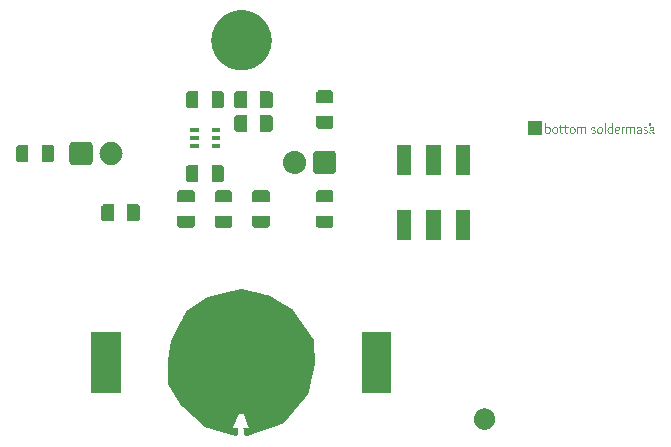
<source format=gbs>
G04 #@! TF.FileFunction,Soldermask,Bot*

G04 leading zeros omitted (L); absolute data (A); 6 integer digits and 6 fractional digits *
%FSLAX66Y66*%

G04 mode (MO): millimeters (MM) *
%MOMM*%

G04 Aperture definitions *
%ADD10C,0.001X*%
%ADD11C,0.001X*%

%LPD*%
G36*
G01X26271048Y-12775392D02*
G01X26271048Y-12775392D01*
G01X26335155Y-12777466D01*
G01X26398154Y-12783602D01*
G01X26459917Y-12793672D01*
G01X26520317Y-12807547D01*
G01X26579223Y-12825098D01*
G01X26636509Y-12846198D01*
G01X26692045Y-12870718D01*
G01X26745703Y-12898529D01*
G01X26797354Y-12929502D01*
G01X26846870Y-12963511D01*
G01X26894123Y-13000424D01*
G01X26938984Y-13040116D01*
G01X26981324Y-13082456D01*
G01X27021016Y-13127317D01*
G01X27057930Y-13174570D01*
G01X27091938Y-13224086D01*
G01X27122911Y-13275737D01*
G01X27150722Y-13329395D01*
G01X27175242Y-13384931D01*
G01X27196342Y-13442217D01*
G01X27213893Y-13501123D01*
G01X27227768Y-13561523D01*
G01X27237838Y-13623286D01*
G01X27243974Y-13686286D01*
G01X27246048Y-13750392D01*
G01X27246048Y-13750392D01*
G01X27246048Y-13750392D01*
G01X27243974Y-13814499D01*
G01X27237838Y-13877498D01*
G01X27227768Y-13939261D01*
G01X27213893Y-13999661D01*
G01X27196342Y-14058567D01*
G01X27175242Y-14115853D01*
G01X27150722Y-14171389D01*
G01X27122911Y-14225047D01*
G01X27091938Y-14276698D01*
G01X27057930Y-14326214D01*
G01X27021016Y-14373467D01*
G01X26981324Y-14418328D01*
G01X26938984Y-14460668D01*
G01X26894123Y-14500360D01*
G01X26846870Y-14537274D01*
G01X26797354Y-14571282D01*
G01X26745703Y-14602255D01*
G01X26692045Y-14630066D01*
G01X26636509Y-14654586D01*
G01X26579223Y-14675686D01*
G01X26520317Y-14693238D01*
G01X26459917Y-14707112D01*
G01X26398154Y-14717182D01*
G01X26335155Y-14723318D01*
G01X26271048Y-14725392D01*
G01X26271048Y-14725392D01*
G01X26271048Y-14725392D01*
G01X26206941Y-14723318D01*
G01X26143942Y-14717182D01*
G01X26082179Y-14707112D01*
G01X26021779Y-14693238D01*
G01X25962873Y-14675686D01*
G01X25905587Y-14654586D01*
G01X25850051Y-14630066D01*
G01X25796393Y-14602255D01*
G01X25744742Y-14571282D01*
G01X25695226Y-14537274D01*
G01X25647973Y-14500360D01*
G01X25603112Y-14460668D01*
G01X25560772Y-14418328D01*
G01X25521080Y-14373467D01*
G01X25484166Y-14326214D01*
G01X25450158Y-14276698D01*
G01X25419185Y-14225047D01*
G01X25391374Y-14171389D01*
G01X25366854Y-14115853D01*
G01X25345754Y-14058567D01*
G01X25328203Y-13999661D01*
G01X25314328Y-13939261D01*
G01X25304258Y-13877498D01*
G01X25298122Y-13814499D01*
G01X25296048Y-13750392D01*
G01X25296048Y-13750392D01*
G01X25296048Y-13750392D01*
G01X25298122Y-13686286D01*
G01X25304258Y-13623286D01*
G01X25314328Y-13561523D01*
G01X25328203Y-13501123D01*
G01X25345754Y-13442217D01*
G01X25366854Y-13384931D01*
G01X25391374Y-13329395D01*
G01X25419185Y-13275737D01*
G01X25450158Y-13224086D01*
G01X25484166Y-13174570D01*
G01X25521080Y-13127317D01*
G01X25560772Y-13082456D01*
G01X25603112Y-13040116D01*
G01X25647973Y-13000424D01*
G01X25695226Y-12963511D01*
G01X25744742Y-12929502D01*
G01X25796393Y-12898529D01*
G01X25850051Y-12870718D01*
G01X25905587Y-12846198D01*
G01X25962873Y-12825098D01*
G01X26021779Y-12807547D01*
G01X26082179Y-12793672D01*
G01X26143942Y-12783602D01*
G01X26206941Y-12777466D01*
G01X26271048Y-12775392D01*
G01X26271048Y-12775392D01*
G37*
G36*
G01X27836048Y-13750392D02*
G01X27836048Y-14425392D01*
G01X27836048Y-14425392D01*
G01X27839975Y-14474054D01*
G01X27851342Y-14520215D01*
G01X27869534Y-14563259D01*
G01X27893931Y-14602568D01*
G01X27923916Y-14637524D01*
G01X27958872Y-14667509D01*
G01X27998181Y-14691907D01*
G01X28041225Y-14710098D01*
G01X28087387Y-14721466D01*
G01X28136048Y-14725392D01*
G01X28136048Y-14725392D01*
G01X28811048Y-14725392D01*
G01X29486048Y-14725392D01*
G01X29486048Y-14725392D01*
G01X29534709Y-14721466D01*
G01X29580871Y-14710098D01*
G01X29623915Y-14691907D01*
G01X29663224Y-14667509D01*
G01X29698180Y-14637524D01*
G01X29728165Y-14602568D01*
G01X29752562Y-14563259D01*
G01X29770754Y-14520215D01*
G01X29782122Y-14474054D01*
G01X29786048Y-14425392D01*
G01X29786048Y-14425392D01*
G01X29786048Y-13750392D01*
G01X29786048Y-13075392D01*
G01X29786048Y-13075392D01*
G01X29782122Y-13026731D01*
G01X29770754Y-12980569D01*
G01X29752562Y-12937525D01*
G01X29728165Y-12898216D01*
G01X29698180Y-12863260D01*
G01X29663224Y-12833275D01*
G01X29623915Y-12808878D01*
G01X29580871Y-12790686D01*
G01X29534709Y-12779319D01*
G01X29486048Y-12775392D01*
G01X29486048Y-12775392D01*
G01X28811048Y-12775392D01*
G01X28136048Y-12775392D01*
G01X28136048Y-12775392D01*
G01X28087387Y-12779319D01*
G01X28041225Y-12790686D01*
G01X27998181Y-12808878D01*
G01X27958872Y-12833275D01*
G01X27923916Y-12863260D01*
G01X27893931Y-12898216D01*
G01X27869534Y-12937525D01*
G01X27851342Y-12980569D01*
G01X27839975Y-13026731D01*
G01X27836048Y-13075392D01*
G01X27836048Y-13075392D01*
G01X27836048Y-13750392D01*
G37*
G36*
G01X28285811Y-10919886D02*
G01X28285811Y-10919886D01*
G01X28253124Y-10887199D01*
G01X28220436Y-10854511D01*
G01X28187748Y-10821823D01*
G01X28155060Y-10789135D01*
G01X28122372Y-10756447D01*
G01X28093530Y-10727605D01*
G01X28093530Y-10727605D01*
G01X28093530Y-10676142D01*
G01X28093530Y-10624678D01*
G01X28093530Y-10573215D01*
G01X28093530Y-10521752D01*
G01X28093530Y-10470289D01*
G01X28093530Y-10418826D01*
G01X28093530Y-10367363D01*
G01X28093530Y-10315900D01*
G01X28093530Y-10264437D01*
G01X28093530Y-10212974D01*
G01X28093530Y-10161511D01*
G01X28093530Y-10110047D01*
G01X28093530Y-10058584D01*
G01X28093530Y-10007121D01*
G01X28093530Y-9955658D01*
G01X28093530Y-9904195D01*
G01X28093530Y-9869886D01*
G01X28093530Y-9869886D01*
G01X28152330Y-9869886D01*
G01X28211130Y-9869886D01*
G01X28269930Y-9869886D01*
G01X28328730Y-9869886D01*
G01X28387530Y-9869886D01*
G01X28446330Y-9869886D01*
G01X28505130Y-9869886D01*
G01X28563930Y-9869886D01*
G01X28622730Y-9869886D01*
G01X28681530Y-9869886D01*
G01X28740330Y-9869886D01*
G01X28799130Y-9869886D01*
G01X28857930Y-9869886D01*
G01X28916730Y-9869886D01*
G01X28975530Y-9869886D01*
G01X29034330Y-9869886D01*
G01X29093130Y-9869886D01*
G01X29151930Y-9869886D01*
G01X29210730Y-9869886D01*
G01X29269530Y-9869886D01*
G01X29328330Y-9869886D01*
G01X29387130Y-9869886D01*
G01X29445930Y-9869886D01*
G01X29504730Y-9869886D01*
G01X29563530Y-9869886D01*
G01X29563530Y-9869886D01*
G01X29563530Y-9869886D01*
G01X29563530Y-9921349D01*
G01X29563530Y-9972812D01*
G01X29563530Y-10024276D01*
G01X29563530Y-10075739D01*
G01X29563530Y-10127202D01*
G01X29563530Y-10178665D01*
G01X29563530Y-10230128D01*
G01X29563530Y-10281591D01*
G01X29563530Y-10333054D01*
G01X29563530Y-10384517D01*
G01X29563530Y-10435980D01*
G01X29563530Y-10487443D01*
G01X29563530Y-10538907D01*
G01X29563530Y-10590370D01*
G01X29563530Y-10641833D01*
G01X29563530Y-10693296D01*
G01X29563530Y-10727605D01*
G01X29563530Y-10727605D01*
G01X29530843Y-10760292D01*
G01X29498155Y-10792980D01*
G01X29465467Y-10825667D01*
G01X29432779Y-10858356D01*
G01X29400091Y-10891044D01*
G01X29371249Y-10919886D01*
G01X29371249Y-10919886D01*
G01X29316977Y-10919886D01*
G01X29262705Y-10919886D01*
G01X29208433Y-10919886D01*
G01X29154161Y-10919886D01*
G01X29099889Y-10919886D01*
G01X29045617Y-10919886D01*
G01X28991345Y-10919886D01*
G01X28937074Y-10919886D01*
G01X28882802Y-10919886D01*
G01X28828530Y-10919886D01*
G01X28774258Y-10919886D01*
G01X28719986Y-10919886D01*
G01X28665714Y-10919886D01*
G01X28611442Y-10919886D01*
G01X28557170Y-10919886D01*
G01X28502898Y-10919886D01*
G01X28448627Y-10919886D01*
G01X28394355Y-10919886D01*
G01X28340083Y-10919886D01*
G01X28285811Y-10919886D01*
G01X28285811Y-10919886D01*
G37*
G36*
G01X29371249Y-7669886D02*
G01X29371249Y-7669886D01*
G01X29403936Y-7702573D01*
G01X29436624Y-7735261D01*
G01X29469312Y-7767949D01*
G01X29502000Y-7800637D01*
G01X29534688Y-7833325D01*
G01X29563530Y-7862167D01*
G01X29563530Y-7862167D01*
G01X29563530Y-7913631D01*
G01X29563530Y-7965094D01*
G01X29563530Y-8016557D01*
G01X29563530Y-8068020D01*
G01X29563530Y-8119483D01*
G01X29563530Y-8170946D01*
G01X29563530Y-8222409D01*
G01X29563530Y-8273872D01*
G01X29563530Y-8325335D01*
G01X29563530Y-8376799D01*
G01X29563530Y-8428262D01*
G01X29563530Y-8479725D01*
G01X29563530Y-8531188D01*
G01X29563530Y-8582651D01*
G01X29563530Y-8634114D01*
G01X29563530Y-8685577D01*
G01X29563530Y-8719886D01*
G01X29563530Y-8719886D01*
G01X29504730Y-8719886D01*
G01X29445930Y-8719886D01*
G01X29387130Y-8719886D01*
G01X29328330Y-8719886D01*
G01X29269530Y-8719886D01*
G01X29210730Y-8719886D01*
G01X29151930Y-8719886D01*
G01X29093130Y-8719886D01*
G01X29034330Y-8719886D01*
G01X28975530Y-8719886D01*
G01X28916730Y-8719886D01*
G01X28857930Y-8719886D01*
G01X28799130Y-8719886D01*
G01X28740330Y-8719886D01*
G01X28681530Y-8719886D01*
G01X28622730Y-8719886D01*
G01X28563930Y-8719886D01*
G01X28505130Y-8719886D01*
G01X28446330Y-8719886D01*
G01X28387530Y-8719886D01*
G01X28328730Y-8719886D01*
G01X28269930Y-8719886D01*
G01X28211130Y-8719886D01*
G01X28152330Y-8719886D01*
G01X28093530Y-8719886D01*
G01X28093530Y-8719886D01*
G01X28093530Y-8719886D01*
G01X28093530Y-8668423D01*
G01X28093530Y-8616960D01*
G01X28093530Y-8565497D01*
G01X28093530Y-8514033D01*
G01X28093530Y-8462570D01*
G01X28093530Y-8411107D01*
G01X28093530Y-8359644D01*
G01X28093530Y-8308181D01*
G01X28093530Y-8256718D01*
G01X28093530Y-8205255D01*
G01X28093530Y-8153792D01*
G01X28093530Y-8102329D01*
G01X28093530Y-8050866D01*
G01X28093530Y-7999402D01*
G01X28093530Y-7947939D01*
G01X28093530Y-7896476D01*
G01X28093530Y-7862167D01*
G01X28093530Y-7862167D01*
G01X28126217Y-7829480D01*
G01X28158905Y-7796793D01*
G01X28191593Y-7764105D01*
G01X28224281Y-7731417D01*
G01X28256969Y-7698728D01*
G01X28285812Y-7669886D01*
G01X28285812Y-7669886D01*
G01X28340083Y-7669886D01*
G01X28394355Y-7669886D01*
G01X28448627Y-7669886D01*
G01X28502899Y-7669886D01*
G01X28557171Y-7669886D01*
G01X28611443Y-7669886D01*
G01X28665715Y-7669886D01*
G01X28719986Y-7669886D01*
G01X28774258Y-7669886D01*
G01X28828530Y-7669886D01*
G01X28882802Y-7669886D01*
G01X28937074Y-7669886D01*
G01X28991346Y-7669886D01*
G01X29045618Y-7669886D01*
G01X29099890Y-7669886D01*
G01X29154162Y-7669886D01*
G01X29208433Y-7669886D01*
G01X29262705Y-7669886D01*
G01X29316977Y-7669886D01*
G01X29371249Y-7669886D01*
G01X29371249Y-7669886D01*
G37*
G36*
G01X19714175Y-19330733D02*
G01X19714175Y-19330733D01*
G01X19681488Y-19298046D01*
G01X19648800Y-19265358D01*
G01X19616112Y-19232670D01*
G01X19583424Y-19199982D01*
G01X19550736Y-19167294D01*
G01X19521894Y-19138452D01*
G01X19521894Y-19138452D01*
G01X19521894Y-19086989D01*
G01X19521894Y-19035525D01*
G01X19521894Y-18984062D01*
G01X19521894Y-18932599D01*
G01X19521894Y-18881136D01*
G01X19521894Y-18829673D01*
G01X19521894Y-18778210D01*
G01X19521894Y-18726747D01*
G01X19521894Y-18675284D01*
G01X19521894Y-18623821D01*
G01X19521894Y-18572358D01*
G01X19521894Y-18520894D01*
G01X19521894Y-18469431D01*
G01X19521894Y-18417968D01*
G01X19521894Y-18366505D01*
G01X19521894Y-18315042D01*
G01X19521894Y-18280733D01*
G01X19521894Y-18280733D01*
G01X19580694Y-18280733D01*
G01X19639494Y-18280733D01*
G01X19698294Y-18280733D01*
G01X19757094Y-18280733D01*
G01X19815894Y-18280733D01*
G01X19874694Y-18280733D01*
G01X19933494Y-18280733D01*
G01X19992294Y-18280733D01*
G01X20051094Y-18280733D01*
G01X20109894Y-18280733D01*
G01X20168694Y-18280733D01*
G01X20227494Y-18280733D01*
G01X20286294Y-18280733D01*
G01X20345094Y-18280733D01*
G01X20403894Y-18280733D01*
G01X20462694Y-18280733D01*
G01X20521494Y-18280733D01*
G01X20580294Y-18280733D01*
G01X20639094Y-18280733D01*
G01X20697894Y-18280733D01*
G01X20756694Y-18280733D01*
G01X20815494Y-18280733D01*
G01X20874294Y-18280733D01*
G01X20933094Y-18280733D01*
G01X20991894Y-18280733D01*
G01X20991894Y-18280733D01*
G01X20991894Y-18280733D01*
G01X20991894Y-18332196D01*
G01X20991894Y-18383659D01*
G01X20991894Y-18435123D01*
G01X20991894Y-18486586D01*
G01X20991894Y-18538049D01*
G01X20991894Y-18589512D01*
G01X20991894Y-18640975D01*
G01X20991894Y-18692438D01*
G01X20991894Y-18743901D01*
G01X20991894Y-18795364D01*
G01X20991894Y-18846827D01*
G01X20991894Y-18898290D01*
G01X20991894Y-18949754D01*
G01X20991894Y-19001217D01*
G01X20991894Y-19052680D01*
G01X20991894Y-19104143D01*
G01X20991894Y-19138452D01*
G01X20991894Y-19138452D01*
G01X20959207Y-19171139D01*
G01X20926519Y-19203827D01*
G01X20893831Y-19236514D01*
G01X20861143Y-19269203D01*
G01X20828455Y-19301891D01*
G01X20799613Y-19330733D01*
G01X20799613Y-19330733D01*
G01X20745341Y-19330733D01*
G01X20691069Y-19330733D01*
G01X20636797Y-19330733D01*
G01X20582525Y-19330733D01*
G01X20528253Y-19330733D01*
G01X20473981Y-19330733D01*
G01X20419709Y-19330733D01*
G01X20365438Y-19330733D01*
G01X20311166Y-19330733D01*
G01X20256894Y-19330733D01*
G01X20202622Y-19330733D01*
G01X20148350Y-19330733D01*
G01X20094078Y-19330733D01*
G01X20039806Y-19330733D01*
G01X19985534Y-19330733D01*
G01X19931262Y-19330733D01*
G01X19876991Y-19330733D01*
G01X19822719Y-19330733D01*
G01X19768447Y-19330733D01*
G01X19714175Y-19330733D01*
G01X19714175Y-19330733D01*
G37*
G36*
G01X20799613Y-16080733D02*
G01X20799613Y-16080733D01*
G01X20832300Y-16113420D01*
G01X20864988Y-16146108D01*
G01X20897676Y-16178796D01*
G01X20930364Y-16211484D01*
G01X20963052Y-16244172D01*
G01X20991894Y-16273014D01*
G01X20991894Y-16273014D01*
G01X20991894Y-16324478D01*
G01X20991894Y-16375941D01*
G01X20991894Y-16427404D01*
G01X20991894Y-16478867D01*
G01X20991894Y-16530330D01*
G01X20991894Y-16581793D01*
G01X20991894Y-16633256D01*
G01X20991894Y-16684719D01*
G01X20991894Y-16736182D01*
G01X20991894Y-16787646D01*
G01X20991894Y-16839109D01*
G01X20991894Y-16890572D01*
G01X20991894Y-16942035D01*
G01X20991894Y-16993498D01*
G01X20991894Y-17044961D01*
G01X20991894Y-17096424D01*
G01X20991894Y-17130733D01*
G01X20991894Y-17130733D01*
G01X20933094Y-17130733D01*
G01X20874294Y-17130733D01*
G01X20815494Y-17130733D01*
G01X20756694Y-17130733D01*
G01X20697894Y-17130733D01*
G01X20639094Y-17130733D01*
G01X20580294Y-17130733D01*
G01X20521494Y-17130733D01*
G01X20462694Y-17130733D01*
G01X20403894Y-17130733D01*
G01X20345094Y-17130733D01*
G01X20286294Y-17130733D01*
G01X20227494Y-17130733D01*
G01X20168694Y-17130733D01*
G01X20109894Y-17130733D01*
G01X20051094Y-17130733D01*
G01X19992294Y-17130733D01*
G01X19933494Y-17130733D01*
G01X19874694Y-17130733D01*
G01X19815894Y-17130733D01*
G01X19757094Y-17130733D01*
G01X19698294Y-17130733D01*
G01X19639494Y-17130733D01*
G01X19580694Y-17130733D01*
G01X19521894Y-17130733D01*
G01X19521894Y-17130733D01*
G01X19521894Y-17130733D01*
G01X19521894Y-17079270D01*
G01X19521894Y-17027807D01*
G01X19521894Y-16976344D01*
G01X19521894Y-16924880D01*
G01X19521894Y-16873417D01*
G01X19521894Y-16821954D01*
G01X19521894Y-16770491D01*
G01X19521894Y-16719028D01*
G01X19521894Y-16667565D01*
G01X19521894Y-16616102D01*
G01X19521894Y-16564639D01*
G01X19521894Y-16513176D01*
G01X19521894Y-16461713D01*
G01X19521894Y-16410249D01*
G01X19521894Y-16358786D01*
G01X19521894Y-16307323D01*
G01X19521894Y-16273014D01*
G01X19521894Y-16273014D01*
G01X19554581Y-16240327D01*
G01X19587269Y-16207640D01*
G01X19619957Y-16174952D01*
G01X19652645Y-16142264D01*
G01X19685333Y-16109575D01*
G01X19714176Y-16080733D01*
G01X19714176Y-16080733D01*
G01X19768447Y-16080733D01*
G01X19822719Y-16080733D01*
G01X19876991Y-16080733D01*
G01X19931263Y-16080733D01*
G01X19985535Y-16080733D01*
G01X20039807Y-16080733D01*
G01X20094079Y-16080733D01*
G01X20148350Y-16080733D01*
G01X20202622Y-16080733D01*
G01X20256894Y-16080733D01*
G01X20311166Y-16080733D01*
G01X20365438Y-16080733D01*
G01X20419710Y-16080733D01*
G01X20473982Y-16080733D01*
G01X20528254Y-16080733D01*
G01X20582526Y-16080733D01*
G01X20636797Y-16080733D01*
G01X20691069Y-16080733D01*
G01X20745341Y-16080733D01*
G01X20799613Y-16080733D01*
G01X20799613Y-16080733D01*
G37*
G36*
G01X13162688Y-18566984D02*
G01X13162688Y-18566984D01*
G01X13130001Y-18599671D01*
G01X13097313Y-18632359D01*
G01X13064625Y-18665047D01*
G01X13031937Y-18697735D01*
G01X12999249Y-18730423D01*
G01X12970407Y-18759265D01*
G01X12970407Y-18759265D01*
G01X12918944Y-18759265D01*
G01X12867480Y-18759265D01*
G01X12816017Y-18759265D01*
G01X12764554Y-18759265D01*
G01X12713091Y-18759265D01*
G01X12661628Y-18759265D01*
G01X12610165Y-18759265D01*
G01X12558702Y-18759265D01*
G01X12507239Y-18759265D01*
G01X12455776Y-18759265D01*
G01X12404312Y-18759265D01*
G01X12352849Y-18759265D01*
G01X12301386Y-18759265D01*
G01X12249923Y-18759265D01*
G01X12198460Y-18759265D01*
G01X12146997Y-18759265D01*
G01X12112688Y-18759265D01*
G01X12112688Y-18759265D01*
G01X12112688Y-18700465D01*
G01X12112688Y-18641665D01*
G01X12112688Y-18582865D01*
G01X12112688Y-18524065D01*
G01X12112688Y-18465265D01*
G01X12112688Y-18406465D01*
G01X12112688Y-18347665D01*
G01X12112688Y-18288865D01*
G01X12112688Y-18230065D01*
G01X12112688Y-18171265D01*
G01X12112688Y-18112465D01*
G01X12112688Y-18053665D01*
G01X12112688Y-17994865D01*
G01X12112688Y-17936065D01*
G01X12112688Y-17877265D01*
G01X12112688Y-17818465D01*
G01X12112688Y-17759665D01*
G01X12112688Y-17700865D01*
G01X12112688Y-17642065D01*
G01X12112688Y-17583265D01*
G01X12112688Y-17524465D01*
G01X12112688Y-17465665D01*
G01X12112688Y-17406865D01*
G01X12112688Y-17348065D01*
G01X12112688Y-17289265D01*
G01X12112688Y-17289265D01*
G01X12112688Y-17289265D01*
G01X12164151Y-17289265D01*
G01X12215614Y-17289265D01*
G01X12267077Y-17289265D01*
G01X12318541Y-17289265D01*
G01X12370004Y-17289265D01*
G01X12421467Y-17289265D01*
G01X12472930Y-17289265D01*
G01X12524393Y-17289265D01*
G01X12575856Y-17289265D01*
G01X12627319Y-17289265D01*
G01X12678782Y-17289265D01*
G01X12730245Y-17289265D01*
G01X12781709Y-17289265D01*
G01X12833172Y-17289265D01*
G01X12884635Y-17289265D01*
G01X12936098Y-17289265D01*
G01X12970407Y-17289265D01*
G01X12970407Y-17289265D01*
G01X13003094Y-17321952D01*
G01X13035782Y-17354640D01*
G01X13068469Y-17387328D01*
G01X13101157Y-17420016D01*
G01X13133846Y-17452704D01*
G01X13162688Y-17481547D01*
G01X13162688Y-17481547D01*
G01X13162688Y-17535818D01*
G01X13162688Y-17590090D01*
G01X13162688Y-17644362D01*
G01X13162688Y-17698634D01*
G01X13162688Y-17752906D01*
G01X13162688Y-17807178D01*
G01X13162688Y-17861450D01*
G01X13162688Y-17915722D01*
G01X13162688Y-17969993D01*
G01X13162688Y-18024265D01*
G01X13162688Y-18078537D01*
G01X13162688Y-18132809D01*
G01X13162688Y-18187081D01*
G01X13162688Y-18241353D01*
G01X13162688Y-18295625D01*
G01X13162688Y-18349897D01*
G01X13162688Y-18404169D01*
G01X13162688Y-18458440D01*
G01X13162688Y-18512712D01*
G01X13162688Y-18566984D01*
G01X13162688Y-18566984D01*
G37*
G36*
G01X9912688Y-17481546D02*
G01X9912688Y-17481546D01*
G01X9945375Y-17448859D01*
G01X9978063Y-17416171D01*
G01X10010751Y-17383483D01*
G01X10043439Y-17350795D01*
G01X10076127Y-17318107D01*
G01X10104969Y-17289265D01*
G01X10104969Y-17289265D01*
G01X10156432Y-17289265D01*
G01X10207896Y-17289265D01*
G01X10259359Y-17289265D01*
G01X10310822Y-17289265D01*
G01X10362285Y-17289265D01*
G01X10413748Y-17289265D01*
G01X10465211Y-17289265D01*
G01X10516674Y-17289265D01*
G01X10568137Y-17289265D01*
G01X10619600Y-17289265D01*
G01X10671064Y-17289265D01*
G01X10722527Y-17289265D01*
G01X10773990Y-17289265D01*
G01X10825453Y-17289265D01*
G01X10876916Y-17289265D01*
G01X10928379Y-17289265D01*
G01X10962688Y-17289265D01*
G01X10962688Y-17289265D01*
G01X10962688Y-17348065D01*
G01X10962688Y-17406865D01*
G01X10962688Y-17465665D01*
G01X10962688Y-17524465D01*
G01X10962688Y-17583265D01*
G01X10962688Y-17642065D01*
G01X10962688Y-17700865D01*
G01X10962688Y-17759665D01*
G01X10962688Y-17818465D01*
G01X10962688Y-17877265D01*
G01X10962688Y-17936065D01*
G01X10962688Y-17994865D01*
G01X10962688Y-18053665D01*
G01X10962688Y-18112465D01*
G01X10962688Y-18171265D01*
G01X10962688Y-18230065D01*
G01X10962688Y-18288865D01*
G01X10962688Y-18347665D01*
G01X10962688Y-18406465D01*
G01X10962688Y-18465265D01*
G01X10962688Y-18524065D01*
G01X10962688Y-18582865D01*
G01X10962688Y-18641665D01*
G01X10962688Y-18700465D01*
G01X10962688Y-18759265D01*
G01X10962688Y-18759265D01*
G01X10962688Y-18759265D01*
G01X10911225Y-18759265D01*
G01X10859762Y-18759265D01*
G01X10808299Y-18759265D01*
G01X10756835Y-18759265D01*
G01X10705372Y-18759265D01*
G01X10653909Y-18759265D01*
G01X10602446Y-18759265D01*
G01X10550983Y-18759265D01*
G01X10499520Y-18759265D01*
G01X10448057Y-18759265D01*
G01X10396594Y-18759265D01*
G01X10345131Y-18759265D01*
G01X10293667Y-18759265D01*
G01X10242204Y-18759265D01*
G01X10190741Y-18759265D01*
G01X10139278Y-18759265D01*
G01X10104969Y-18759265D01*
G01X10104969Y-18759265D01*
G01X10072282Y-18726578D01*
G01X10039594Y-18693890D01*
G01X10006907Y-18661202D01*
G01X9974219Y-18628514D01*
G01X9941530Y-18595826D01*
G01X9912688Y-18566984D01*
G01X9912688Y-18566984D01*
G01X9912688Y-18512712D01*
G01X9912688Y-18458440D01*
G01X9912688Y-18404168D01*
G01X9912688Y-18349896D01*
G01X9912688Y-18295624D01*
G01X9912688Y-18241352D01*
G01X9912688Y-18187081D01*
G01X9912688Y-18132809D01*
G01X9912688Y-18078537D01*
G01X9912688Y-18024265D01*
G01X9912688Y-17969993D01*
G01X9912688Y-17915721D01*
G01X9912688Y-17861449D01*
G01X9912688Y-17807177D01*
G01X9912688Y-17752905D01*
G01X9912688Y-17698633D01*
G01X9912688Y-17644362D01*
G01X9912688Y-17590090D01*
G01X9912688Y-17535818D01*
G01X9912688Y-17481546D01*
G01X9912688Y-17481546D01*
G37*
G36*
G01X24421845Y-9002143D02*
G01X24421845Y-9002143D01*
G01X24389158Y-9034830D01*
G01X24356470Y-9067518D01*
G01X24323782Y-9100206D01*
G01X24291094Y-9132894D01*
G01X24258406Y-9165582D01*
G01X24229564Y-9194424D01*
G01X24229564Y-9194424D01*
G01X24178101Y-9194424D01*
G01X24126637Y-9194424D01*
G01X24075174Y-9194424D01*
G01X24023711Y-9194424D01*
G01X23972248Y-9194424D01*
G01X23920785Y-9194424D01*
G01X23869322Y-9194424D01*
G01X23817859Y-9194424D01*
G01X23766396Y-9194424D01*
G01X23714933Y-9194424D01*
G01X23663469Y-9194424D01*
G01X23612006Y-9194424D01*
G01X23560543Y-9194424D01*
G01X23509080Y-9194424D01*
G01X23457617Y-9194424D01*
G01X23406154Y-9194424D01*
G01X23371845Y-9194424D01*
G01X23371845Y-9194424D01*
G01X23371845Y-9135624D01*
G01X23371845Y-9076824D01*
G01X23371845Y-9018024D01*
G01X23371845Y-8959224D01*
G01X23371845Y-8900424D01*
G01X23371845Y-8841624D01*
G01X23371845Y-8782824D01*
G01X23371845Y-8724024D01*
G01X23371845Y-8665224D01*
G01X23371845Y-8606424D01*
G01X23371845Y-8547624D01*
G01X23371845Y-8488824D01*
G01X23371845Y-8430024D01*
G01X23371845Y-8371224D01*
G01X23371845Y-8312424D01*
G01X23371845Y-8253624D01*
G01X23371845Y-8194824D01*
G01X23371845Y-8136024D01*
G01X23371845Y-8077224D01*
G01X23371845Y-8018424D01*
G01X23371845Y-7959624D01*
G01X23371845Y-7900824D01*
G01X23371845Y-7842024D01*
G01X23371845Y-7783224D01*
G01X23371845Y-7724424D01*
G01X23371845Y-7724424D01*
G01X23371845Y-7724424D01*
G01X23423308Y-7724424D01*
G01X23474771Y-7724424D01*
G01X23526234Y-7724424D01*
G01X23577698Y-7724424D01*
G01X23629161Y-7724424D01*
G01X23680624Y-7724424D01*
G01X23732087Y-7724424D01*
G01X23783550Y-7724424D01*
G01X23835013Y-7724424D01*
G01X23886476Y-7724424D01*
G01X23937939Y-7724424D01*
G01X23989402Y-7724424D01*
G01X24040866Y-7724424D01*
G01X24092329Y-7724424D01*
G01X24143792Y-7724424D01*
G01X24195255Y-7724424D01*
G01X24229564Y-7724424D01*
G01X24229564Y-7724424D01*
G01X24262251Y-7757111D01*
G01X24294939Y-7789799D01*
G01X24327626Y-7822487D01*
G01X24360315Y-7855175D01*
G01X24393003Y-7887863D01*
G01X24421845Y-7916706D01*
G01X24421845Y-7916706D01*
G01X24421845Y-7970977D01*
G01X24421845Y-8025249D01*
G01X24421845Y-8079521D01*
G01X24421845Y-8133793D01*
G01X24421845Y-8188065D01*
G01X24421845Y-8242337D01*
G01X24421845Y-8296609D01*
G01X24421845Y-8350881D01*
G01X24421845Y-8405152D01*
G01X24421845Y-8459424D01*
G01X24421845Y-8513696D01*
G01X24421845Y-8567968D01*
G01X24421845Y-8622240D01*
G01X24421845Y-8676512D01*
G01X24421845Y-8730784D01*
G01X24421845Y-8785056D01*
G01X24421845Y-8839328D01*
G01X24421845Y-8893599D01*
G01X24421845Y-8947871D01*
G01X24421845Y-9002143D01*
G01X24421845Y-9002143D01*
G37*
G36*
G01X21171845Y-7916705D02*
G01X21171845Y-7916705D01*
G01X21204532Y-7884018D01*
G01X21237220Y-7851330D01*
G01X21269908Y-7818642D01*
G01X21302596Y-7785954D01*
G01X21335284Y-7753266D01*
G01X21364126Y-7724424D01*
G01X21364126Y-7724424D01*
G01X21415589Y-7724424D01*
G01X21467053Y-7724424D01*
G01X21518516Y-7724424D01*
G01X21569979Y-7724424D01*
G01X21621442Y-7724424D01*
G01X21672905Y-7724424D01*
G01X21724368Y-7724424D01*
G01X21775831Y-7724424D01*
G01X21827294Y-7724424D01*
G01X21878757Y-7724424D01*
G01X21930221Y-7724424D01*
G01X21981684Y-7724424D01*
G01X22033147Y-7724424D01*
G01X22084610Y-7724424D01*
G01X22136073Y-7724424D01*
G01X22187536Y-7724424D01*
G01X22221845Y-7724424D01*
G01X22221845Y-7724424D01*
G01X22221845Y-7783224D01*
G01X22221845Y-7842024D01*
G01X22221845Y-7900824D01*
G01X22221845Y-7959624D01*
G01X22221845Y-8018424D01*
G01X22221845Y-8077224D01*
G01X22221845Y-8136024D01*
G01X22221845Y-8194824D01*
G01X22221845Y-8253624D01*
G01X22221845Y-8312424D01*
G01X22221845Y-8371224D01*
G01X22221845Y-8430024D01*
G01X22221845Y-8488824D01*
G01X22221845Y-8547624D01*
G01X22221845Y-8606424D01*
G01X22221845Y-8665224D01*
G01X22221845Y-8724024D01*
G01X22221845Y-8782824D01*
G01X22221845Y-8841624D01*
G01X22221845Y-8900424D01*
G01X22221845Y-8959224D01*
G01X22221845Y-9018024D01*
G01X22221845Y-9076824D01*
G01X22221845Y-9135624D01*
G01X22221845Y-9194424D01*
G01X22221845Y-9194424D01*
G01X22221845Y-9194424D01*
G01X22170382Y-9194424D01*
G01X22118919Y-9194424D01*
G01X22067456Y-9194424D01*
G01X22015992Y-9194424D01*
G01X21964529Y-9194424D01*
G01X21913066Y-9194424D01*
G01X21861603Y-9194424D01*
G01X21810140Y-9194424D01*
G01X21758677Y-9194424D01*
G01X21707214Y-9194424D01*
G01X21655751Y-9194424D01*
G01X21604288Y-9194424D01*
G01X21552824Y-9194424D01*
G01X21501361Y-9194424D01*
G01X21449898Y-9194424D01*
G01X21398435Y-9194424D01*
G01X21364126Y-9194424D01*
G01X21364126Y-9194424D01*
G01X21331439Y-9161737D01*
G01X21298752Y-9129049D01*
G01X21266064Y-9096361D01*
G01X21233376Y-9063673D01*
G01X21200687Y-9030985D01*
G01X21171845Y-9002143D01*
G01X21171845Y-9002143D01*
G01X21171845Y-8947871D01*
G01X21171845Y-8893599D01*
G01X21171845Y-8839327D01*
G01X21171845Y-8785055D01*
G01X21171845Y-8730783D01*
G01X21171845Y-8676511D01*
G01X21171845Y-8622240D01*
G01X21171845Y-8567968D01*
G01X21171845Y-8513696D01*
G01X21171845Y-8459424D01*
G01X21171845Y-8405152D01*
G01X21171845Y-8350880D01*
G01X21171845Y-8296608D01*
G01X21171845Y-8242336D01*
G01X21171845Y-8188064D01*
G01X21171845Y-8133792D01*
G01X21171845Y-8079521D01*
G01X21171845Y-8025249D01*
G01X21171845Y-7970977D01*
G01X21171845Y-7916705D01*
G01X21171845Y-7916705D01*
G37*
G36*
G01X22889175Y-19330733D02*
G01X22889175Y-19330733D01*
G01X22856488Y-19298046D01*
G01X22823800Y-19265358D01*
G01X22791112Y-19232670D01*
G01X22758424Y-19199982D01*
G01X22725736Y-19167294D01*
G01X22696894Y-19138452D01*
G01X22696894Y-19138452D01*
G01X22696894Y-19086989D01*
G01X22696894Y-19035525D01*
G01X22696894Y-18984062D01*
G01X22696894Y-18932599D01*
G01X22696894Y-18881136D01*
G01X22696894Y-18829673D01*
G01X22696894Y-18778210D01*
G01X22696894Y-18726747D01*
G01X22696894Y-18675284D01*
G01X22696894Y-18623821D01*
G01X22696894Y-18572358D01*
G01X22696894Y-18520894D01*
G01X22696894Y-18469431D01*
G01X22696894Y-18417968D01*
G01X22696894Y-18366505D01*
G01X22696894Y-18315042D01*
G01X22696894Y-18280733D01*
G01X22696894Y-18280733D01*
G01X22755694Y-18280733D01*
G01X22814494Y-18280733D01*
G01X22873294Y-18280733D01*
G01X22932094Y-18280733D01*
G01X22990894Y-18280733D01*
G01X23049694Y-18280733D01*
G01X23108494Y-18280733D01*
G01X23167294Y-18280733D01*
G01X23226094Y-18280733D01*
G01X23284894Y-18280733D01*
G01X23343694Y-18280733D01*
G01X23402494Y-18280733D01*
G01X23461294Y-18280733D01*
G01X23520094Y-18280733D01*
G01X23578894Y-18280733D01*
G01X23637694Y-18280733D01*
G01X23696494Y-18280733D01*
G01X23755294Y-18280733D01*
G01X23814094Y-18280733D01*
G01X23872894Y-18280733D01*
G01X23931694Y-18280733D01*
G01X23990494Y-18280733D01*
G01X24049294Y-18280733D01*
G01X24108094Y-18280733D01*
G01X24166894Y-18280733D01*
G01X24166894Y-18280733D01*
G01X24166894Y-18280733D01*
G01X24166894Y-18332196D01*
G01X24166894Y-18383659D01*
G01X24166894Y-18435123D01*
G01X24166894Y-18486586D01*
G01X24166894Y-18538049D01*
G01X24166894Y-18589512D01*
G01X24166894Y-18640975D01*
G01X24166894Y-18692438D01*
G01X24166894Y-18743901D01*
G01X24166894Y-18795364D01*
G01X24166894Y-18846827D01*
G01X24166894Y-18898290D01*
G01X24166894Y-18949754D01*
G01X24166894Y-19001217D01*
G01X24166894Y-19052680D01*
G01X24166894Y-19104143D01*
G01X24166894Y-19138452D01*
G01X24166894Y-19138452D01*
G01X24134207Y-19171139D01*
G01X24101519Y-19203827D01*
G01X24068831Y-19236514D01*
G01X24036143Y-19269203D01*
G01X24003455Y-19301891D01*
G01X23974613Y-19330733D01*
G01X23974613Y-19330733D01*
G01X23920341Y-19330733D01*
G01X23866069Y-19330733D01*
G01X23811797Y-19330733D01*
G01X23757525Y-19330733D01*
G01X23703253Y-19330733D01*
G01X23648981Y-19330733D01*
G01X23594709Y-19330733D01*
G01X23540438Y-19330733D01*
G01X23486166Y-19330733D01*
G01X23431894Y-19330733D01*
G01X23377622Y-19330733D01*
G01X23323350Y-19330733D01*
G01X23269078Y-19330733D01*
G01X23214806Y-19330733D01*
G01X23160534Y-19330733D01*
G01X23106262Y-19330733D01*
G01X23051991Y-19330733D01*
G01X22997719Y-19330733D01*
G01X22943447Y-19330733D01*
G01X22889175Y-19330733D01*
G01X22889175Y-19330733D01*
G37*
G36*
G01X23974613Y-16080733D02*
G01X23974613Y-16080733D01*
G01X24007300Y-16113420D01*
G01X24039988Y-16146108D01*
G01X24072676Y-16178796D01*
G01X24105364Y-16211484D01*
G01X24138052Y-16244172D01*
G01X24166894Y-16273014D01*
G01X24166894Y-16273014D01*
G01X24166894Y-16324478D01*
G01X24166894Y-16375941D01*
G01X24166894Y-16427404D01*
G01X24166894Y-16478867D01*
G01X24166894Y-16530330D01*
G01X24166894Y-16581793D01*
G01X24166894Y-16633256D01*
G01X24166894Y-16684719D01*
G01X24166894Y-16736182D01*
G01X24166894Y-16787646D01*
G01X24166894Y-16839109D01*
G01X24166894Y-16890572D01*
G01X24166894Y-16942035D01*
G01X24166894Y-16993498D01*
G01X24166894Y-17044961D01*
G01X24166894Y-17096424D01*
G01X24166894Y-17130733D01*
G01X24166894Y-17130733D01*
G01X24108094Y-17130733D01*
G01X24049294Y-17130733D01*
G01X23990494Y-17130733D01*
G01X23931694Y-17130733D01*
G01X23872894Y-17130733D01*
G01X23814094Y-17130733D01*
G01X23755294Y-17130733D01*
G01X23696494Y-17130733D01*
G01X23637694Y-17130733D01*
G01X23578894Y-17130733D01*
G01X23520094Y-17130733D01*
G01X23461294Y-17130733D01*
G01X23402494Y-17130733D01*
G01X23343694Y-17130733D01*
G01X23284894Y-17130733D01*
G01X23226094Y-17130733D01*
G01X23167294Y-17130733D01*
G01X23108494Y-17130733D01*
G01X23049694Y-17130733D01*
G01X22990894Y-17130733D01*
G01X22932094Y-17130733D01*
G01X22873294Y-17130733D01*
G01X22814494Y-17130733D01*
G01X22755694Y-17130733D01*
G01X22696894Y-17130733D01*
G01X22696894Y-17130733D01*
G01X22696894Y-17130733D01*
G01X22696894Y-17079270D01*
G01X22696894Y-17027807D01*
G01X22696894Y-16976344D01*
G01X22696894Y-16924880D01*
G01X22696894Y-16873417D01*
G01X22696894Y-16821954D01*
G01X22696894Y-16770491D01*
G01X22696894Y-16719028D01*
G01X22696894Y-16667565D01*
G01X22696894Y-16616102D01*
G01X22696894Y-16564639D01*
G01X22696894Y-16513176D01*
G01X22696894Y-16461713D01*
G01X22696894Y-16410249D01*
G01X22696894Y-16358786D01*
G01X22696894Y-16307323D01*
G01X22696894Y-16273014D01*
G01X22696894Y-16273014D01*
G01X22729581Y-16240327D01*
G01X22762269Y-16207640D01*
G01X22794957Y-16174952D01*
G01X22827645Y-16142264D01*
G01X22860333Y-16109575D01*
G01X22889176Y-16080733D01*
G01X22889176Y-16080733D01*
G01X22943447Y-16080733D01*
G01X22997719Y-16080733D01*
G01X23051991Y-16080733D01*
G01X23106263Y-16080733D01*
G01X23160535Y-16080733D01*
G01X23214807Y-16080733D01*
G01X23269079Y-16080733D01*
G01X23323350Y-16080733D01*
G01X23377622Y-16080733D01*
G01X23431894Y-16080733D01*
G01X23486166Y-16080733D01*
G01X23540438Y-16080733D01*
G01X23594710Y-16080733D01*
G01X23648982Y-16080733D01*
G01X23703254Y-16080733D01*
G01X23757526Y-16080733D01*
G01X23811797Y-16080733D01*
G01X23866069Y-16080733D01*
G01X23920341Y-16080733D01*
G01X23974613Y-16080733D01*
G01X23974613Y-16080733D01*
G37*
G36*
G01X5934204Y-13538471D02*
G01X5934204Y-13538471D01*
G01X5901517Y-13571158D01*
G01X5868829Y-13603846D01*
G01X5836141Y-13636534D01*
G01X5803453Y-13669222D01*
G01X5770765Y-13701910D01*
G01X5741923Y-13730752D01*
G01X5741923Y-13730752D01*
G01X5690460Y-13730752D01*
G01X5638996Y-13730752D01*
G01X5587533Y-13730752D01*
G01X5536070Y-13730752D01*
G01X5484607Y-13730752D01*
G01X5433144Y-13730752D01*
G01X5381681Y-13730752D01*
G01X5330218Y-13730752D01*
G01X5278755Y-13730752D01*
G01X5227292Y-13730752D01*
G01X5175828Y-13730752D01*
G01X5124365Y-13730752D01*
G01X5072902Y-13730752D01*
G01X5021439Y-13730752D01*
G01X4969976Y-13730752D01*
G01X4918513Y-13730752D01*
G01X4884204Y-13730752D01*
G01X4884204Y-13730752D01*
G01X4884204Y-13671952D01*
G01X4884204Y-13613152D01*
G01X4884204Y-13554352D01*
G01X4884204Y-13495552D01*
G01X4884204Y-13436752D01*
G01X4884204Y-13377952D01*
G01X4884204Y-13319152D01*
G01X4884204Y-13260352D01*
G01X4884204Y-13201552D01*
G01X4884204Y-13142752D01*
G01X4884204Y-13083952D01*
G01X4884204Y-13025152D01*
G01X4884204Y-12966352D01*
G01X4884204Y-12907552D01*
G01X4884204Y-12848752D01*
G01X4884204Y-12789952D01*
G01X4884204Y-12731152D01*
G01X4884204Y-12672352D01*
G01X4884204Y-12613552D01*
G01X4884204Y-12554752D01*
G01X4884204Y-12495952D01*
G01X4884204Y-12437152D01*
G01X4884204Y-12378352D01*
G01X4884204Y-12319552D01*
G01X4884204Y-12260752D01*
G01X4884204Y-12260752D01*
G01X4884204Y-12260752D01*
G01X4935667Y-12260752D01*
G01X4987130Y-12260752D01*
G01X5038593Y-12260752D01*
G01X5090057Y-12260752D01*
G01X5141520Y-12260752D01*
G01X5192983Y-12260752D01*
G01X5244446Y-12260752D01*
G01X5295909Y-12260752D01*
G01X5347372Y-12260752D01*
G01X5398835Y-12260752D01*
G01X5450298Y-12260752D01*
G01X5501761Y-12260752D01*
G01X5553225Y-12260752D01*
G01X5604688Y-12260752D01*
G01X5656151Y-12260752D01*
G01X5707614Y-12260752D01*
G01X5741923Y-12260752D01*
G01X5741923Y-12260752D01*
G01X5774610Y-12293439D01*
G01X5807298Y-12326127D01*
G01X5839985Y-12358815D01*
G01X5872674Y-12391503D01*
G01X5905362Y-12424191D01*
G01X5934204Y-12453034D01*
G01X5934204Y-12453034D01*
G01X5934204Y-12507305D01*
G01X5934204Y-12561577D01*
G01X5934204Y-12615849D01*
G01X5934204Y-12670121D01*
G01X5934204Y-12724393D01*
G01X5934204Y-12778665D01*
G01X5934204Y-12832937D01*
G01X5934204Y-12887209D01*
G01X5934204Y-12941480D01*
G01X5934204Y-12995752D01*
G01X5934204Y-13050024D01*
G01X5934204Y-13104296D01*
G01X5934204Y-13158568D01*
G01X5934204Y-13212840D01*
G01X5934204Y-13267112D01*
G01X5934204Y-13321384D01*
G01X5934204Y-13375656D01*
G01X5934204Y-13429927D01*
G01X5934204Y-13484199D01*
G01X5934204Y-13538471D01*
G01X5934204Y-13538471D01*
G37*
G36*
G01X2684204Y-12453033D02*
G01X2684204Y-12453033D01*
G01X2716891Y-12420346D01*
G01X2749579Y-12387658D01*
G01X2782267Y-12354970D01*
G01X2814955Y-12322282D01*
G01X2847643Y-12289594D01*
G01X2876485Y-12260752D01*
G01X2876485Y-12260752D01*
G01X2927948Y-12260752D01*
G01X2979412Y-12260752D01*
G01X3030875Y-12260752D01*
G01X3082338Y-12260752D01*
G01X3133801Y-12260752D01*
G01X3185264Y-12260752D01*
G01X3236727Y-12260752D01*
G01X3288190Y-12260752D01*
G01X3339653Y-12260752D01*
G01X3391116Y-12260752D01*
G01X3442580Y-12260752D01*
G01X3494043Y-12260752D01*
G01X3545506Y-12260752D01*
G01X3596969Y-12260752D01*
G01X3648432Y-12260752D01*
G01X3699895Y-12260752D01*
G01X3734204Y-12260752D01*
G01X3734204Y-12260752D01*
G01X3734204Y-12319552D01*
G01X3734204Y-12378352D01*
G01X3734204Y-12437152D01*
G01X3734204Y-12495952D01*
G01X3734204Y-12554752D01*
G01X3734204Y-12613552D01*
G01X3734204Y-12672352D01*
G01X3734204Y-12731152D01*
G01X3734204Y-12789952D01*
G01X3734204Y-12848752D01*
G01X3734204Y-12907552D01*
G01X3734204Y-12966352D01*
G01X3734204Y-13025152D01*
G01X3734204Y-13083952D01*
G01X3734204Y-13142752D01*
G01X3734204Y-13201552D01*
G01X3734204Y-13260352D01*
G01X3734204Y-13319152D01*
G01X3734204Y-13377952D01*
G01X3734204Y-13436752D01*
G01X3734204Y-13495552D01*
G01X3734204Y-13554352D01*
G01X3734204Y-13613152D01*
G01X3734204Y-13671952D01*
G01X3734204Y-13730752D01*
G01X3734204Y-13730752D01*
G01X3734204Y-13730752D01*
G01X3682741Y-13730752D01*
G01X3631278Y-13730752D01*
G01X3579815Y-13730752D01*
G01X3528351Y-13730752D01*
G01X3476888Y-13730752D01*
G01X3425425Y-13730752D01*
G01X3373962Y-13730752D01*
G01X3322499Y-13730752D01*
G01X3271036Y-13730752D01*
G01X3219573Y-13730752D01*
G01X3168110Y-13730752D01*
G01X3116647Y-13730752D01*
G01X3065183Y-13730752D01*
G01X3013720Y-13730752D01*
G01X2962257Y-13730752D01*
G01X2910794Y-13730752D01*
G01X2876485Y-13730752D01*
G01X2876485Y-13730752D01*
G01X2843798Y-13698065D01*
G01X2811110Y-13665377D01*
G01X2778423Y-13632689D01*
G01X2745735Y-13600001D01*
G01X2713046Y-13567313D01*
G01X2684204Y-13538471D01*
G01X2684204Y-13538471D01*
G01X2684204Y-13484199D01*
G01X2684204Y-13429927D01*
G01X2684204Y-13375655D01*
G01X2684204Y-13321383D01*
G01X2684204Y-13267111D01*
G01X2684204Y-13212839D01*
G01X2684204Y-13158568D01*
G01X2684204Y-13104296D01*
G01X2684204Y-13050024D01*
G01X2684204Y-12995752D01*
G01X2684204Y-12941480D01*
G01X2684204Y-12887208D01*
G01X2684204Y-12832936D01*
G01X2684204Y-12778664D01*
G01X2684204Y-12724392D01*
G01X2684204Y-12670120D01*
G01X2684204Y-12615849D01*
G01X2684204Y-12561577D01*
G01X2684204Y-12507305D01*
G01X2684204Y-12453033D01*
G01X2684204Y-12453033D01*
G37*
G36*
G01X28285811Y-19330733D02*
G01X28285811Y-19330733D01*
G01X28253124Y-19298046D01*
G01X28220436Y-19265358D01*
G01X28187748Y-19232670D01*
G01X28155060Y-19199982D01*
G01X28122372Y-19167294D01*
G01X28093530Y-19138452D01*
G01X28093530Y-19138452D01*
G01X28093530Y-19086989D01*
G01X28093530Y-19035525D01*
G01X28093530Y-18984062D01*
G01X28093530Y-18932599D01*
G01X28093530Y-18881136D01*
G01X28093530Y-18829673D01*
G01X28093530Y-18778210D01*
G01X28093530Y-18726747D01*
G01X28093530Y-18675284D01*
G01X28093530Y-18623821D01*
G01X28093530Y-18572358D01*
G01X28093530Y-18520894D01*
G01X28093530Y-18469431D01*
G01X28093530Y-18417968D01*
G01X28093530Y-18366505D01*
G01X28093530Y-18315042D01*
G01X28093530Y-18280733D01*
G01X28093530Y-18280733D01*
G01X28152330Y-18280733D01*
G01X28211130Y-18280733D01*
G01X28269930Y-18280733D01*
G01X28328730Y-18280733D01*
G01X28387530Y-18280733D01*
G01X28446330Y-18280733D01*
G01X28505130Y-18280733D01*
G01X28563930Y-18280733D01*
G01X28622730Y-18280733D01*
G01X28681530Y-18280733D01*
G01X28740330Y-18280733D01*
G01X28799130Y-18280733D01*
G01X28857930Y-18280733D01*
G01X28916730Y-18280733D01*
G01X28975530Y-18280733D01*
G01X29034330Y-18280733D01*
G01X29093130Y-18280733D01*
G01X29151930Y-18280733D01*
G01X29210730Y-18280733D01*
G01X29269530Y-18280733D01*
G01X29328330Y-18280733D01*
G01X29387130Y-18280733D01*
G01X29445930Y-18280733D01*
G01X29504730Y-18280733D01*
G01X29563530Y-18280733D01*
G01X29563530Y-18280733D01*
G01X29563530Y-18280733D01*
G01X29563530Y-18332196D01*
G01X29563530Y-18383659D01*
G01X29563530Y-18435123D01*
G01X29563530Y-18486586D01*
G01X29563530Y-18538049D01*
G01X29563530Y-18589512D01*
G01X29563530Y-18640975D01*
G01X29563530Y-18692438D01*
G01X29563530Y-18743901D01*
G01X29563530Y-18795364D01*
G01X29563530Y-18846827D01*
G01X29563530Y-18898290D01*
G01X29563530Y-18949754D01*
G01X29563530Y-19001217D01*
G01X29563530Y-19052680D01*
G01X29563530Y-19104143D01*
G01X29563530Y-19138452D01*
G01X29563530Y-19138452D01*
G01X29530843Y-19171139D01*
G01X29498155Y-19203827D01*
G01X29465467Y-19236514D01*
G01X29432779Y-19269203D01*
G01X29400091Y-19301891D01*
G01X29371249Y-19330733D01*
G01X29371249Y-19330733D01*
G01X29316977Y-19330733D01*
G01X29262705Y-19330733D01*
G01X29208433Y-19330733D01*
G01X29154161Y-19330733D01*
G01X29099889Y-19330733D01*
G01X29045617Y-19330733D01*
G01X28991345Y-19330733D01*
G01X28937074Y-19330733D01*
G01X28882802Y-19330733D01*
G01X28828530Y-19330733D01*
G01X28774258Y-19330733D01*
G01X28719986Y-19330733D01*
G01X28665714Y-19330733D01*
G01X28611442Y-19330733D01*
G01X28557170Y-19330733D01*
G01X28502898Y-19330733D01*
G01X28448627Y-19330733D01*
G01X28394355Y-19330733D01*
G01X28340083Y-19330733D01*
G01X28285811Y-19330733D01*
G01X28285811Y-19330733D01*
G37*
G36*
G01X29371249Y-16080733D02*
G01X29371249Y-16080733D01*
G01X29403936Y-16113420D01*
G01X29436624Y-16146108D01*
G01X29469312Y-16178796D01*
G01X29502000Y-16211484D01*
G01X29534688Y-16244172D01*
G01X29563530Y-16273014D01*
G01X29563530Y-16273014D01*
G01X29563530Y-16324478D01*
G01X29563530Y-16375941D01*
G01X29563530Y-16427404D01*
G01X29563530Y-16478867D01*
G01X29563530Y-16530330D01*
G01X29563530Y-16581793D01*
G01X29563530Y-16633256D01*
G01X29563530Y-16684719D01*
G01X29563530Y-16736182D01*
G01X29563530Y-16787646D01*
G01X29563530Y-16839109D01*
G01X29563530Y-16890572D01*
G01X29563530Y-16942035D01*
G01X29563530Y-16993498D01*
G01X29563530Y-17044961D01*
G01X29563530Y-17096424D01*
G01X29563530Y-17130733D01*
G01X29563530Y-17130733D01*
G01X29504730Y-17130733D01*
G01X29445930Y-17130733D01*
G01X29387130Y-17130733D01*
G01X29328330Y-17130733D01*
G01X29269530Y-17130733D01*
G01X29210730Y-17130733D01*
G01X29151930Y-17130733D01*
G01X29093130Y-17130733D01*
G01X29034330Y-17130733D01*
G01X28975530Y-17130733D01*
G01X28916730Y-17130733D01*
G01X28857930Y-17130733D01*
G01X28799130Y-17130733D01*
G01X28740330Y-17130733D01*
G01X28681530Y-17130733D01*
G01X28622730Y-17130733D01*
G01X28563930Y-17130733D01*
G01X28505130Y-17130733D01*
G01X28446330Y-17130733D01*
G01X28387530Y-17130733D01*
G01X28328730Y-17130733D01*
G01X28269930Y-17130733D01*
G01X28211130Y-17130733D01*
G01X28152330Y-17130733D01*
G01X28093530Y-17130733D01*
G01X28093530Y-17130733D01*
G01X28093530Y-17130733D01*
G01X28093530Y-17079270D01*
G01X28093530Y-17027807D01*
G01X28093530Y-16976344D01*
G01X28093530Y-16924880D01*
G01X28093530Y-16873417D01*
G01X28093530Y-16821954D01*
G01X28093530Y-16770491D01*
G01X28093530Y-16719028D01*
G01X28093530Y-16667565D01*
G01X28093530Y-16616102D01*
G01X28093530Y-16564639D01*
G01X28093530Y-16513176D01*
G01X28093530Y-16461713D01*
G01X28093530Y-16410249D01*
G01X28093530Y-16358786D01*
G01X28093530Y-16307323D01*
G01X28093530Y-16273014D01*
G01X28093530Y-16273014D01*
G01X28126217Y-16240327D01*
G01X28158905Y-16207640D01*
G01X28191593Y-16174952D01*
G01X28224281Y-16142264D01*
G01X28256969Y-16109575D01*
G01X28285812Y-16080733D01*
G01X28285812Y-16080733D01*
G01X28340083Y-16080733D01*
G01X28394355Y-16080733D01*
G01X28448627Y-16080733D01*
G01X28502899Y-16080733D01*
G01X28557171Y-16080733D01*
G01X28611443Y-16080733D01*
G01X28665715Y-16080733D01*
G01X28719986Y-16080733D01*
G01X28774258Y-16080733D01*
G01X28828530Y-16080733D01*
G01X28882802Y-16080733D01*
G01X28937074Y-16080733D01*
G01X28991346Y-16080733D01*
G01X29045618Y-16080733D01*
G01X29099890Y-16080733D01*
G01X29154162Y-16080733D01*
G01X29208433Y-16080733D01*
G01X29262705Y-16080733D01*
G01X29316977Y-16080733D01*
G01X29371249Y-16080733D01*
G01X29371249Y-16080733D01*
G37*
G36*
G01X24421845Y-11002143D02*
G01X24421845Y-11002143D01*
G01X24389158Y-11034830D01*
G01X24356470Y-11067518D01*
G01X24323782Y-11100206D01*
G01X24291094Y-11132894D01*
G01X24258406Y-11165582D01*
G01X24229564Y-11194424D01*
G01X24229564Y-11194424D01*
G01X24178101Y-11194424D01*
G01X24126637Y-11194424D01*
G01X24075174Y-11194424D01*
G01X24023711Y-11194424D01*
G01X23972248Y-11194424D01*
G01X23920785Y-11194424D01*
G01X23869322Y-11194424D01*
G01X23817859Y-11194424D01*
G01X23766396Y-11194424D01*
G01X23714933Y-11194424D01*
G01X23663469Y-11194424D01*
G01X23612006Y-11194424D01*
G01X23560543Y-11194424D01*
G01X23509080Y-11194424D01*
G01X23457617Y-11194424D01*
G01X23406154Y-11194424D01*
G01X23371845Y-11194424D01*
G01X23371845Y-11194424D01*
G01X23371845Y-11135624D01*
G01X23371845Y-11076824D01*
G01X23371845Y-11018024D01*
G01X23371845Y-10959224D01*
G01X23371845Y-10900424D01*
G01X23371845Y-10841624D01*
G01X23371845Y-10782824D01*
G01X23371845Y-10724024D01*
G01X23371845Y-10665224D01*
G01X23371845Y-10606424D01*
G01X23371845Y-10547624D01*
G01X23371845Y-10488824D01*
G01X23371845Y-10430024D01*
G01X23371845Y-10371224D01*
G01X23371845Y-10312424D01*
G01X23371845Y-10253624D01*
G01X23371845Y-10194824D01*
G01X23371845Y-10136024D01*
G01X23371845Y-10077224D01*
G01X23371845Y-10018424D01*
G01X23371845Y-9959624D01*
G01X23371845Y-9900824D01*
G01X23371845Y-9842024D01*
G01X23371845Y-9783224D01*
G01X23371845Y-9724424D01*
G01X23371845Y-9724424D01*
G01X23371845Y-9724424D01*
G01X23423308Y-9724424D01*
G01X23474771Y-9724424D01*
G01X23526234Y-9724424D01*
G01X23577698Y-9724424D01*
G01X23629161Y-9724424D01*
G01X23680624Y-9724424D01*
G01X23732087Y-9724424D01*
G01X23783550Y-9724424D01*
G01X23835013Y-9724424D01*
G01X23886476Y-9724424D01*
G01X23937939Y-9724424D01*
G01X23989402Y-9724424D01*
G01X24040866Y-9724424D01*
G01X24092329Y-9724424D01*
G01X24143792Y-9724424D01*
G01X24195255Y-9724424D01*
G01X24229564Y-9724424D01*
G01X24229564Y-9724424D01*
G01X24262251Y-9757111D01*
G01X24294939Y-9789799D01*
G01X24327626Y-9822487D01*
G01X24360315Y-9855175D01*
G01X24393003Y-9887863D01*
G01X24421845Y-9916706D01*
G01X24421845Y-9916706D01*
G01X24421845Y-9970977D01*
G01X24421845Y-10025249D01*
G01X24421845Y-10079521D01*
G01X24421845Y-10133793D01*
G01X24421845Y-10188065D01*
G01X24421845Y-10242337D01*
G01X24421845Y-10296609D01*
G01X24421845Y-10350881D01*
G01X24421845Y-10405152D01*
G01X24421845Y-10459424D01*
G01X24421845Y-10513696D01*
G01X24421845Y-10567968D01*
G01X24421845Y-10622240D01*
G01X24421845Y-10676512D01*
G01X24421845Y-10730784D01*
G01X24421845Y-10785056D01*
G01X24421845Y-10839328D01*
G01X24421845Y-10893599D01*
G01X24421845Y-10947871D01*
G01X24421845Y-11002143D01*
G01X24421845Y-11002143D01*
G37*
G36*
G01X21171845Y-9916705D02*
G01X21171845Y-9916705D01*
G01X21204532Y-9884018D01*
G01X21237220Y-9851330D01*
G01X21269908Y-9818642D01*
G01X21302596Y-9785954D01*
G01X21335284Y-9753266D01*
G01X21364126Y-9724424D01*
G01X21364126Y-9724424D01*
G01X21415589Y-9724424D01*
G01X21467053Y-9724424D01*
G01X21518516Y-9724424D01*
G01X21569979Y-9724424D01*
G01X21621442Y-9724424D01*
G01X21672905Y-9724424D01*
G01X21724368Y-9724424D01*
G01X21775831Y-9724424D01*
G01X21827294Y-9724424D01*
G01X21878757Y-9724424D01*
G01X21930221Y-9724424D01*
G01X21981684Y-9724424D01*
G01X22033147Y-9724424D01*
G01X22084610Y-9724424D01*
G01X22136073Y-9724424D01*
G01X22187536Y-9724424D01*
G01X22221845Y-9724424D01*
G01X22221845Y-9724424D01*
G01X22221845Y-9783224D01*
G01X22221845Y-9842024D01*
G01X22221845Y-9900824D01*
G01X22221845Y-9959624D01*
G01X22221845Y-10018424D01*
G01X22221845Y-10077224D01*
G01X22221845Y-10136024D01*
G01X22221845Y-10194824D01*
G01X22221845Y-10253624D01*
G01X22221845Y-10312424D01*
G01X22221845Y-10371224D01*
G01X22221845Y-10430024D01*
G01X22221845Y-10488824D01*
G01X22221845Y-10547624D01*
G01X22221845Y-10606424D01*
G01X22221845Y-10665224D01*
G01X22221845Y-10724024D01*
G01X22221845Y-10782824D01*
G01X22221845Y-10841624D01*
G01X22221845Y-10900424D01*
G01X22221845Y-10959224D01*
G01X22221845Y-11018024D01*
G01X22221845Y-11076824D01*
G01X22221845Y-11135624D01*
G01X22221845Y-11194424D01*
G01X22221845Y-11194424D01*
G01X22221845Y-11194424D01*
G01X22170382Y-11194424D01*
G01X22118919Y-11194424D01*
G01X22067456Y-11194424D01*
G01X22015992Y-11194424D01*
G01X21964529Y-11194424D01*
G01X21913066Y-11194424D01*
G01X21861603Y-11194424D01*
G01X21810140Y-11194424D01*
G01X21758677Y-11194424D01*
G01X21707214Y-11194424D01*
G01X21655751Y-11194424D01*
G01X21604288Y-11194424D01*
G01X21552824Y-11194424D01*
G01X21501361Y-11194424D01*
G01X21449898Y-11194424D01*
G01X21398435Y-11194424D01*
G01X21364126Y-11194424D01*
G01X21364126Y-11194424D01*
G01X21331439Y-11161737D01*
G01X21298752Y-11129049D01*
G01X21266064Y-11096361D01*
G01X21233376Y-11063673D01*
G01X21200687Y-11030985D01*
G01X21171845Y-11002143D01*
G01X21171845Y-11002143D01*
G01X21171845Y-10947871D01*
G01X21171845Y-10893599D01*
G01X21171845Y-10839327D01*
G01X21171845Y-10785055D01*
G01X21171845Y-10730783D01*
G01X21171845Y-10676511D01*
G01X21171845Y-10622240D01*
G01X21171845Y-10567968D01*
G01X21171845Y-10513696D01*
G01X21171845Y-10459424D01*
G01X21171845Y-10405152D01*
G01X21171845Y-10350880D01*
G01X21171845Y-10296608D01*
G01X21171845Y-10242336D01*
G01X21171845Y-10188064D01*
G01X21171845Y-10133792D01*
G01X21171845Y-10079521D01*
G01X21171845Y-10025249D01*
G01X21171845Y-9970977D01*
G01X21171845Y-9916705D01*
G01X21171845Y-9916705D01*
G37*
G36*
G01X10728661Y-13970752D02*
G01X10728661Y-13970752D01*
G01X10664554Y-13968678D01*
G01X10601555Y-13962542D01*
G01X10539792Y-13952472D01*
G01X10479392Y-13938598D01*
G01X10420486Y-13921046D01*
G01X10363200Y-13899946D01*
G01X10307664Y-13875426D01*
G01X10254006Y-13847615D01*
G01X10202355Y-13816642D01*
G01X10152839Y-13782634D01*
G01X10105586Y-13745720D01*
G01X10060725Y-13706028D01*
G01X10018385Y-13663688D01*
G01X9978693Y-13618827D01*
G01X9941779Y-13571574D01*
G01X9907771Y-13522058D01*
G01X9876798Y-13470407D01*
G01X9848987Y-13416749D01*
G01X9824467Y-13361213D01*
G01X9803367Y-13303927D01*
G01X9785816Y-13245021D01*
G01X9771941Y-13184621D01*
G01X9761871Y-13122858D01*
G01X9755735Y-13059859D01*
G01X9753661Y-12995752D01*
G01X9753661Y-12995752D01*
G01X9753661Y-12995752D01*
G01X9755735Y-12931646D01*
G01X9761871Y-12868646D01*
G01X9771941Y-12806883D01*
G01X9785816Y-12746483D01*
G01X9803367Y-12687577D01*
G01X9824467Y-12630291D01*
G01X9848987Y-12574755D01*
G01X9876798Y-12521097D01*
G01X9907771Y-12469446D01*
G01X9941779Y-12419930D01*
G01X9978693Y-12372677D01*
G01X10018385Y-12327816D01*
G01X10060725Y-12285476D01*
G01X10105586Y-12245784D01*
G01X10152839Y-12208871D01*
G01X10202355Y-12174862D01*
G01X10254006Y-12143889D01*
G01X10307664Y-12116078D01*
G01X10363200Y-12091558D01*
G01X10420486Y-12070458D01*
G01X10479392Y-12052907D01*
G01X10539792Y-12039032D01*
G01X10601555Y-12028962D01*
G01X10664554Y-12022826D01*
G01X10728661Y-12020752D01*
G01X10728661Y-12020752D01*
G01X10728661Y-12020752D01*
G01X10792768Y-12022826D01*
G01X10855767Y-12028962D01*
G01X10917530Y-12039032D01*
G01X10977930Y-12052907D01*
G01X11036836Y-12070458D01*
G01X11094122Y-12091558D01*
G01X11149658Y-12116078D01*
G01X11203316Y-12143889D01*
G01X11254967Y-12174862D01*
G01X11304483Y-12208871D01*
G01X11351736Y-12245784D01*
G01X11396597Y-12285476D01*
G01X11438937Y-12327816D01*
G01X11478629Y-12372677D01*
G01X11515543Y-12419930D01*
G01X11549551Y-12469446D01*
G01X11580524Y-12521097D01*
G01X11608335Y-12574755D01*
G01X11632855Y-12630291D01*
G01X11653955Y-12687577D01*
G01X11671506Y-12746483D01*
G01X11685381Y-12806883D01*
G01X11695451Y-12868646D01*
G01X11701587Y-12931646D01*
G01X11703661Y-12995752D01*
G01X11703661Y-12995752D01*
G01X11703661Y-12995752D01*
G01X11701587Y-13059859D01*
G01X11695451Y-13122858D01*
G01X11685381Y-13184621D01*
G01X11671506Y-13245021D01*
G01X11653955Y-13303927D01*
G01X11632855Y-13361213D01*
G01X11608335Y-13416749D01*
G01X11580524Y-13470407D01*
G01X11549551Y-13522058D01*
G01X11515543Y-13571574D01*
G01X11478629Y-13618827D01*
G01X11438937Y-13663688D01*
G01X11396597Y-13706028D01*
G01X11351736Y-13745720D01*
G01X11304483Y-13782634D01*
G01X11254967Y-13816642D01*
G01X11203316Y-13847615D01*
G01X11149658Y-13875426D01*
G01X11094122Y-13899946D01*
G01X11036836Y-13921046D01*
G01X10977930Y-13938598D01*
G01X10917530Y-13952472D01*
G01X10855767Y-13962542D01*
G01X10792768Y-13968678D01*
G01X10728661Y-13970752D01*
G01X10728661Y-13970752D01*
G37*
G36*
G01X9163661Y-12995752D02*
G01X9163661Y-12320752D01*
G01X9163661Y-12320752D01*
G01X9159735Y-12272091D01*
G01X9148367Y-12225929D01*
G01X9130175Y-12182885D01*
G01X9105778Y-12143576D01*
G01X9075793Y-12108620D01*
G01X9040837Y-12078635D01*
G01X9001528Y-12054238D01*
G01X8958484Y-12036046D01*
G01X8912322Y-12024679D01*
G01X8863661Y-12020752D01*
G01X8863661Y-12020752D01*
G01X8188661Y-12020752D01*
G01X7513661Y-12020752D01*
G01X7513661Y-12020752D01*
G01X7465000Y-12024679D01*
G01X7418838Y-12036046D01*
G01X7375794Y-12054238D01*
G01X7336485Y-12078635D01*
G01X7301529Y-12108620D01*
G01X7271544Y-12143576D01*
G01X7247147Y-12182885D01*
G01X7228955Y-12225929D01*
G01X7217588Y-12272091D01*
G01X7213661Y-12320752D01*
G01X7213661Y-12320752D01*
G01X7213661Y-12995752D01*
G01X7213661Y-13670752D01*
G01X7213661Y-13670752D01*
G01X7217588Y-13719414D01*
G01X7228955Y-13765575D01*
G01X7247147Y-13808619D01*
G01X7271544Y-13847928D01*
G01X7301529Y-13882884D01*
G01X7336485Y-13912869D01*
G01X7375794Y-13937267D01*
G01X7418838Y-13955458D01*
G01X7465000Y-13966826D01*
G01X7513661Y-13970752D01*
G01X7513661Y-13970752D01*
G01X8188661Y-13970752D01*
G01X8863661Y-13970752D01*
G01X8863661Y-13970752D01*
G01X8912322Y-13966826D01*
G01X8958484Y-13955458D01*
G01X9001528Y-13937267D01*
G01X9040837Y-13912869D01*
G01X9075793Y-13882884D01*
G01X9105778Y-13847928D01*
G01X9130175Y-13808619D01*
G01X9148367Y-13765575D01*
G01X9159735Y-13719414D01*
G01X9163661Y-13670752D01*
G01X9163661Y-13670752D01*
G01X9163661Y-12995752D01*
G37*
G36*
G01X11568588Y-28156542D02*
G01X9068588Y-28156542D01*
G01X9068588Y-33256542D01*
G01X11568588Y-33256542D01*
G01X11568588Y-28156542D01*
G37*
G36*
G01X31968588Y-33256542D02*
G01X34468588Y-33256542D01*
G01X34468588Y-28156542D01*
G01X31968588Y-28156542D01*
G01X31968588Y-33256542D01*
G37*
G36*
G01X21968883Y-35053930D02*
G01X21968883Y-35053930D01*
G01X21985770Y-35101642D01*
G01X22002657Y-35149354D01*
G01X22019543Y-35197066D01*
G01X22036430Y-35244778D01*
G01X22053317Y-35292490D01*
G01X22070204Y-35340202D01*
G01X22087091Y-35387914D01*
G01X22103977Y-35435626D01*
G01X22120864Y-35483339D01*
G01X22137751Y-35531051D01*
G01X22154638Y-35578763D01*
G01X22171525Y-35626475D01*
G01X22188411Y-35674187D01*
G01X22205298Y-35721899D01*
G01X22222185Y-35769611D01*
G01X22239072Y-35817323D01*
G01X22255959Y-35865035D01*
G01X22272845Y-35912747D01*
G01X22289732Y-35960459D01*
G01X22306619Y-36008171D01*
G01X22323506Y-36055883D01*
G01X22340393Y-36103595D01*
G01X22357279Y-36151307D01*
G01X22374166Y-36199019D01*
G01X22391053Y-36246731D01*
G01X22391053Y-36246731D01*
G01X22391053Y-36246731D01*
G01X22345834Y-36246731D01*
G01X22300615Y-36246731D01*
G01X22255396Y-36246731D01*
G01X22210176Y-36246731D01*
G01X22164957Y-36246731D01*
G01X22119738Y-36246731D01*
G01X22074519Y-36246731D01*
G01X22029300Y-36246731D01*
G01X21984080Y-36246731D01*
G01X21938861Y-36246731D01*
G01X21938861Y-36246731D01*
G01X21938861Y-36246731D01*
G01X21946768Y-36296100D01*
G01X21954674Y-36345468D01*
G01X21962581Y-36394837D01*
G01X21970487Y-36444205D01*
G01X21978394Y-36493573D01*
G01X21986300Y-36542942D01*
G01X21994207Y-36592310D01*
G01X22002113Y-36641679D01*
G01X22010020Y-36691047D01*
G01X22017926Y-36740416D01*
G01X22025832Y-36789784D01*
G01X22033739Y-36839153D01*
G01X22041645Y-36888521D01*
G01X22049552Y-36937890D01*
G01X22051811Y-36951995D01*
G01X22051811Y-36951995D01*
G01X22097439Y-36951033D01*
G01X22143067Y-36950095D01*
G01X22143067Y-36950095D01*
G01X22143067Y-36950095D01*
G01X22206426Y-36928312D01*
G01X22269786Y-36906528D01*
G01X22333145Y-36884745D01*
G01X22396505Y-36862962D01*
G01X22459864Y-36841179D01*
G01X22523224Y-36819395D01*
G01X22586583Y-36797612D01*
G01X22649943Y-36775829D01*
G01X22713302Y-36754045D01*
G01X22776662Y-36732262D01*
G01X22840021Y-36710479D01*
G01X22903381Y-36688695D01*
G01X22966740Y-36666912D01*
G01X23030100Y-36645129D01*
G01X23093459Y-36623346D01*
G01X23156819Y-36601562D01*
G01X23220178Y-36579779D01*
G01X23283538Y-36557996D01*
G01X23346897Y-36536212D01*
G01X23410257Y-36514429D01*
G01X23473616Y-36492646D01*
G01X23536976Y-36470862D01*
G01X23600335Y-36449079D01*
G01X23663695Y-36427296D01*
G01X23727054Y-36405513D01*
G01X23790414Y-36383729D01*
G01X23853773Y-36361946D01*
G01X23917133Y-36340163D01*
G01X23980492Y-36318379D01*
G01X24043852Y-36296596D01*
G01X24107211Y-36274813D01*
G01X24170571Y-36253029D01*
G01X24233930Y-36231246D01*
G01X24297290Y-36209463D01*
G01X24360650Y-36187680D01*
G01X24424009Y-36165896D01*
G01X24487369Y-36144113D01*
G01X24550728Y-36122330D01*
G01X24614088Y-36100546D01*
G01X24677447Y-36078763D01*
G01X24740807Y-36056980D01*
G01X24804166Y-36035196D01*
G01X24867526Y-36013413D01*
G01X24930885Y-35991630D01*
G01X24994245Y-35969847D01*
G01X25057604Y-35948063D01*
G01X25120964Y-35926280D01*
G01X25184323Y-35904497D01*
G01X25247683Y-35882713D01*
G01X25311042Y-35860930D01*
G01X25311042Y-35860930D01*
G01X25311042Y-35860930D01*
G01X25353515Y-35810759D01*
G01X25395989Y-35760587D01*
G01X25438462Y-35710416D01*
G01X25480935Y-35660244D01*
G01X25523408Y-35610073D01*
G01X25565881Y-35559901D01*
G01X25608355Y-35509730D01*
G01X25650828Y-35459558D01*
G01X25693301Y-35409387D01*
G01X25735774Y-35359215D01*
G01X25778247Y-35309044D01*
G01X25820721Y-35258872D01*
G01X25863194Y-35208701D01*
G01X25905667Y-35158529D01*
G01X25948140Y-35108358D01*
G01X25990613Y-35058186D01*
G01X26033087Y-35008015D01*
G01X26075560Y-34957843D01*
G01X26118033Y-34907672D01*
G01X26160506Y-34857500D01*
G01X26202979Y-34807329D01*
G01X26245453Y-34757157D01*
G01X26287926Y-34706986D01*
G01X26330399Y-34656814D01*
G01X26372872Y-34606643D01*
G01X26415345Y-34556471D01*
G01X26457818Y-34506300D01*
G01X26500292Y-34456128D01*
G01X26542765Y-34405957D01*
G01X26585238Y-34355785D01*
G01X26627711Y-34305614D01*
G01X26670184Y-34255443D01*
G01X26712658Y-34205271D01*
G01X26755131Y-34155100D01*
G01X26797604Y-34104928D01*
G01X26840077Y-34054757D01*
G01X26882550Y-34004585D01*
G01X26925024Y-33954414D01*
G01X26967497Y-33904242D01*
G01X27009970Y-33854071D01*
G01X27052443Y-33803899D01*
G01X27094916Y-33753728D01*
G01X27137390Y-33703556D01*
G01X27179863Y-33653385D01*
G01X27222336Y-33603213D01*
G01X27264809Y-33553042D01*
G01X27307282Y-33502870D01*
G01X27349756Y-33452699D01*
G01X27392229Y-33402527D01*
G01X27434702Y-33352356D01*
G01X27434702Y-33352356D01*
G01X27434702Y-33352356D01*
G01X27446380Y-33299530D01*
G01X27458057Y-33246705D01*
G01X27469735Y-33193880D01*
G01X27481413Y-33141054D01*
G01X27493091Y-33088229D01*
G01X27504768Y-33035404D01*
G01X27516446Y-32982578D01*
G01X27528124Y-32929753D01*
G01X27539801Y-32876928D01*
G01X27551479Y-32824102D01*
G01X27563157Y-32771277D01*
G01X27574835Y-32718452D01*
G01X27586512Y-32665626D01*
G01X27598190Y-32612801D01*
G01X27609868Y-32559976D01*
G01X27621545Y-32507150D01*
G01X27633223Y-32454325D01*
G01X27644901Y-32401500D01*
G01X27656579Y-32348674D01*
G01X27668256Y-32295849D01*
G01X27679934Y-32243024D01*
G01X27691612Y-32190198D01*
G01X27703289Y-32137373D01*
G01X27714967Y-32084548D01*
G01X27726645Y-32031722D01*
G01X27738323Y-31978897D01*
G01X27750000Y-31926072D01*
G01X27761678Y-31873246D01*
G01X27773356Y-31820421D01*
G01X27785033Y-31767596D01*
G01X27796711Y-31714770D01*
G01X27808389Y-31661945D01*
G01X27820067Y-31609120D01*
G01X27831744Y-31556294D01*
G01X27843422Y-31503469D01*
G01X27855100Y-31450644D01*
G01X27866778Y-31397818D01*
G01X27878455Y-31344993D01*
G01X27890133Y-31292168D01*
G01X27901811Y-31239342D01*
G01X27913488Y-31186517D01*
G01X27925166Y-31133692D01*
G01X27936844Y-31080866D01*
G01X27948522Y-31028041D01*
G01X27960199Y-30975216D01*
G01X27971877Y-30922390D01*
G01X27983555Y-30869565D01*
G01X27995232Y-30816740D01*
G01X28006910Y-30763914D01*
G01X28018588Y-30711089D01*
G01X28018588Y-30711089D01*
G01X28018588Y-30711089D01*
G01X28014386Y-30651930D01*
G01X28010184Y-30592770D01*
G01X28005982Y-30533611D01*
G01X28001781Y-30474451D01*
G01X27997579Y-30415292D01*
G01X27993377Y-30356132D01*
G01X27989175Y-30296973D01*
G01X27984973Y-30237814D01*
G01X27980771Y-30178654D01*
G01X27976570Y-30119495D01*
G01X27972368Y-30060335D01*
G01X27968166Y-30001176D01*
G01X27963964Y-29942016D01*
G01X27959762Y-29882857D01*
G01X27955561Y-29823698D01*
G01X27951359Y-29764538D01*
G01X27947157Y-29705379D01*
G01X27942955Y-29646219D01*
G01X27938753Y-29587060D01*
G01X27934551Y-29527900D01*
G01X27930350Y-29468741D01*
G01X27926148Y-29409582D01*
G01X27921946Y-29350422D01*
G01X27917744Y-29291263D01*
G01X27913542Y-29232103D01*
G01X27909341Y-29172944D01*
G01X27905139Y-29113784D01*
G01X27900937Y-29054625D01*
G01X27896735Y-28995466D01*
G01X27892533Y-28936306D01*
G01X27888331Y-28877147D01*
G01X27884130Y-28817987D01*
G01X27879928Y-28758828D01*
G01X27878527Y-28739108D01*
G01X27878527Y-28739108D01*
G01X27843512Y-28688266D01*
G01X27808496Y-28637424D01*
G01X27773480Y-28586582D01*
G01X27738465Y-28535740D01*
G01X27703449Y-28484898D01*
G01X27668434Y-28434056D01*
G01X27633418Y-28383214D01*
G01X27598402Y-28332373D01*
G01X27563387Y-28281531D01*
G01X27528371Y-28230689D01*
G01X27493355Y-28179847D01*
G01X27458340Y-28129005D01*
G01X27423324Y-28078163D01*
G01X27388309Y-28027321D01*
G01X27353293Y-27976479D01*
G01X27318277Y-27925637D01*
G01X27283262Y-27874795D01*
G01X27248246Y-27823953D01*
G01X27213231Y-27773111D01*
G01X27178215Y-27722269D01*
G01X27143199Y-27671427D01*
G01X27108184Y-27620586D01*
G01X27073168Y-27569744D01*
G01X27038152Y-27518902D01*
G01X27003137Y-27468060D01*
G01X26968121Y-27417218D01*
G01X26933106Y-27366376D01*
G01X26898090Y-27315534D01*
G01X26863074Y-27264692D01*
G01X26828059Y-27213850D01*
G01X26793043Y-27163008D01*
G01X26758027Y-27112166D01*
G01X26723012Y-27061324D01*
G01X26687996Y-27010482D01*
G01X26652981Y-26959640D01*
G01X26617965Y-26908799D01*
G01X26582949Y-26857957D01*
G01X26547934Y-26807115D01*
G01X26512918Y-26756273D01*
G01X26477903Y-26705431D01*
G01X26442887Y-26654589D01*
G01X26407871Y-26603747D01*
G01X26372856Y-26552905D01*
G01X26337840Y-26502063D01*
G01X26302824Y-26451221D01*
G01X26267809Y-26400379D01*
G01X26232793Y-26349537D01*
G01X26197778Y-26298695D01*
G01X26162762Y-26247854D01*
G01X26127746Y-26197012D01*
G01X26127746Y-26197012D01*
G01X26127746Y-26197012D01*
G01X26068561Y-26162252D01*
G01X26009375Y-26127492D01*
G01X25950189Y-26092733D01*
G01X25891003Y-26057973D01*
G01X25831818Y-26023214D01*
G01X25772632Y-25988454D01*
G01X25713446Y-25953695D01*
G01X25654261Y-25918935D01*
G01X25595075Y-25884176D01*
G01X25535889Y-25849416D01*
G01X25476703Y-25814657D01*
G01X25417518Y-25779897D01*
G01X25358332Y-25745138D01*
G01X25299146Y-25710378D01*
G01X25239961Y-25675619D01*
G01X25180775Y-25640859D01*
G01X25121589Y-25606100D01*
G01X25062403Y-25571340D01*
G01X25003218Y-25536580D01*
G01X24944032Y-25501821D01*
G01X24884846Y-25467061D01*
G01X24825661Y-25432302D01*
G01X24766475Y-25397542D01*
G01X24707289Y-25362783D01*
G01X24648103Y-25328023D01*
G01X24588918Y-25293264D01*
G01X24529732Y-25258504D01*
G01X24470546Y-25223745D01*
G01X24411361Y-25188985D01*
G01X24352175Y-25154226D01*
G01X24292989Y-25119466D01*
G01X24233803Y-25084707D01*
G01X24174618Y-25049947D01*
G01X24154889Y-25038360D01*
G01X24154889Y-25038360D01*
G01X24107163Y-25026815D01*
G01X24059437Y-25015270D01*
G01X24011711Y-25003724D01*
G01X23963985Y-24992179D01*
G01X23916259Y-24980633D01*
G01X23868533Y-24969088D01*
G01X23820807Y-24957542D01*
G01X23773081Y-24945997D01*
G01X23725355Y-24934452D01*
G01X23677629Y-24922906D01*
G01X23629903Y-24911361D01*
G01X23582177Y-24899815D01*
G01X23534451Y-24888270D01*
G01X23486725Y-24876724D01*
G01X23438999Y-24865179D01*
G01X23391273Y-24853634D01*
G01X23343547Y-24842088D01*
G01X23295821Y-24830543D01*
G01X23248095Y-24818997D01*
G01X23200369Y-24807452D01*
G01X23152643Y-24795906D01*
G01X23104917Y-24784361D01*
G01X23057191Y-24772815D01*
G01X23009464Y-24761270D01*
G01X22961738Y-24749725D01*
G01X22914012Y-24738179D01*
G01X22866286Y-24726634D01*
G01X22818560Y-24715088D01*
G01X22770834Y-24703543D01*
G01X22723108Y-24691997D01*
G01X22675382Y-24680452D01*
G01X22627656Y-24668907D01*
G01X22579930Y-24657361D01*
G01X22532204Y-24645816D01*
G01X22484478Y-24634270D01*
G01X22436752Y-24622725D01*
G01X22389026Y-24611179D01*
G01X22341300Y-24599634D01*
G01X22293574Y-24588089D01*
G01X22245848Y-24576543D01*
G01X22198122Y-24564998D01*
G01X22150396Y-24553452D01*
G01X22102670Y-24541907D01*
G01X22054944Y-24530361D01*
G01X22007218Y-24518816D01*
G01X21959492Y-24507271D01*
G01X21911766Y-24495725D01*
G01X21864040Y-24484180D01*
G01X21816314Y-24472634D01*
G01X21768588Y-24461089D01*
G01X21768588Y-24461089D01*
G01X21768588Y-24461089D01*
G01X21710881Y-24475177D01*
G01X21653175Y-24489266D01*
G01X21595468Y-24503354D01*
G01X21537762Y-24517442D01*
G01X21480055Y-24531531D01*
G01X21422348Y-24545619D01*
G01X21364642Y-24559708D01*
G01X21306935Y-24573796D01*
G01X21249229Y-24587884D01*
G01X21191522Y-24601973D01*
G01X21133816Y-24616061D01*
G01X21076109Y-24630150D01*
G01X21018402Y-24644238D01*
G01X20960696Y-24658326D01*
G01X20902989Y-24672415D01*
G01X20845283Y-24686503D01*
G01X20787576Y-24700592D01*
G01X20729870Y-24714680D01*
G01X20672163Y-24728769D01*
G01X20614456Y-24742857D01*
G01X20556750Y-24756945D01*
G01X20499043Y-24771034D01*
G01X20441337Y-24785122D01*
G01X20383630Y-24799211D01*
G01X20325924Y-24813299D01*
G01X20268217Y-24827387D01*
G01X20210510Y-24841476D01*
G01X20152804Y-24855564D01*
G01X20095097Y-24869653D01*
G01X20037391Y-24883741D01*
G01X19979684Y-24897829D01*
G01X19921978Y-24911918D01*
G01X19864271Y-24926006D01*
G01X19806565Y-24940095D01*
G01X19748858Y-24954183D01*
G01X19691151Y-24968271D01*
G01X19633445Y-24982360D01*
G01X19575738Y-24996448D01*
G01X19518032Y-25010537D01*
G01X19460325Y-25024625D01*
G01X19402619Y-25038714D01*
G01X19344912Y-25052802D01*
G01X19287205Y-25066890D01*
G01X19229499Y-25080979D01*
G01X19171792Y-25095067D01*
G01X19114086Y-25109156D01*
G01X19056379Y-25123244D01*
G01X18998673Y-25137332D01*
G01X18940966Y-25151421D01*
G01X18883259Y-25165509D01*
G01X18883259Y-25165509D01*
G01X18883259Y-25165509D01*
G01X18830449Y-25199322D01*
G01X18777638Y-25233135D01*
G01X18724827Y-25266948D01*
G01X18672016Y-25300761D01*
G01X18619205Y-25334574D01*
G01X18566394Y-25368387D01*
G01X18513583Y-25402200D01*
G01X18460772Y-25436013D01*
G01X18407961Y-25469826D01*
G01X18355150Y-25503639D01*
G01X18302339Y-25537452D01*
G01X18249529Y-25571265D01*
G01X18196718Y-25605078D01*
G01X18143907Y-25638891D01*
G01X18091096Y-25672704D01*
G01X18038285Y-25706518D01*
G01X17985474Y-25740331D01*
G01X17932663Y-25774144D01*
G01X17879852Y-25807957D01*
G01X17827041Y-25841770D01*
G01X17774230Y-25875583D01*
G01X17721419Y-25909396D01*
G01X17668608Y-25943209D01*
G01X17615798Y-25977022D01*
G01X17562987Y-26010835D01*
G01X17510176Y-26044648D01*
G01X17457365Y-26078461D01*
G01X17404554Y-26112274D01*
G01X17351743Y-26146087D01*
G01X17298932Y-26179900D01*
G01X17246121Y-26213713D01*
G01X17193310Y-26247526D01*
G01X17140499Y-26281339D01*
G01X17122896Y-26292610D01*
G01X17122896Y-26292610D01*
G01X17096737Y-26342834D01*
G01X17070578Y-26393058D01*
G01X17044419Y-26443282D01*
G01X17018260Y-26493506D01*
G01X16992101Y-26543730D01*
G01X16965942Y-26593954D01*
G01X16939783Y-26644178D01*
G01X16913624Y-26694402D01*
G01X16887465Y-26744626D01*
G01X16861307Y-26794850D01*
G01X16835148Y-26845074D01*
G01X16808989Y-26895298D01*
G01X16782830Y-26945522D01*
G01X16756671Y-26995746D01*
G01X16730512Y-27045970D01*
G01X16704353Y-27096193D01*
G01X16678194Y-27146417D01*
G01X16652035Y-27196641D01*
G01X16625876Y-27246865D01*
G01X16599717Y-27297089D01*
G01X16573558Y-27347313D01*
G01X16547400Y-27397537D01*
G01X16521241Y-27447761D01*
G01X16495082Y-27497985D01*
G01X16468923Y-27548209D01*
G01X16442764Y-27598433D01*
G01X16416605Y-27648657D01*
G01X16390446Y-27698881D01*
G01X16364287Y-27749105D01*
G01X16338128Y-27799329D01*
G01X16311969Y-27849553D01*
G01X16285810Y-27899777D01*
G01X16259651Y-27950001D01*
G01X16233493Y-28000225D01*
G01X16207334Y-28050449D01*
G01X16181175Y-28100673D01*
G01X16155016Y-28150897D01*
G01X16128857Y-28201121D01*
G01X16102698Y-28251345D01*
G01X16076539Y-28301569D01*
G01X16050380Y-28351793D01*
G01X16024221Y-28402017D01*
G01X15998062Y-28452241D01*
G01X15971903Y-28502465D01*
G01X15945744Y-28552689D01*
G01X15919586Y-28602913D01*
G01X15893427Y-28653137D01*
G01X15867268Y-28703361D01*
G01X15841109Y-28753585D01*
G01X15814950Y-28803809D01*
G01X15814950Y-28803809D01*
G01X15814950Y-28803809D01*
G01X15806059Y-28861027D01*
G01X15797168Y-28918245D01*
G01X15788277Y-28975464D01*
G01X15779386Y-29032682D01*
G01X15770496Y-29089901D01*
G01X15761605Y-29147119D01*
G01X15752714Y-29204338D01*
G01X15743823Y-29261556D01*
G01X15734932Y-29318774D01*
G01X15726041Y-29375993D01*
G01X15717150Y-29433211D01*
G01X15708260Y-29490430D01*
G01X15699369Y-29547648D01*
G01X15690478Y-29604866D01*
G01X15681587Y-29662085D01*
G01X15672696Y-29719303D01*
G01X15663805Y-29776522D01*
G01X15654914Y-29833740D01*
G01X15646024Y-29890958D01*
G01X15637133Y-29948177D01*
G01X15628242Y-30005395D01*
G01X15619351Y-30062614D01*
G01X15610460Y-30119832D01*
G01X15601569Y-30177051D01*
G01X15592678Y-30234269D01*
G01X15583787Y-30291487D01*
G01X15574897Y-30348706D01*
G01X15566006Y-30405924D01*
G01X15557115Y-30463143D01*
G01X15548224Y-30520361D01*
G01X15539333Y-30577579D01*
G01X15530442Y-30634798D01*
G01X15521551Y-30692016D01*
G01X15518588Y-30711089D01*
G01X15518588Y-30711089D01*
G01X15520646Y-30766148D01*
G01X15522704Y-30821207D01*
G01X15524762Y-30876266D01*
G01X15526820Y-30931325D01*
G01X15528878Y-30986384D01*
G01X15530937Y-31041443D01*
G01X15532995Y-31096502D01*
G01X15535053Y-31151561D01*
G01X15537111Y-31206620D01*
G01X15539169Y-31261679D01*
G01X15541227Y-31316738D01*
G01X15543285Y-31371797D01*
G01X15545343Y-31426856D01*
G01X15547402Y-31481915D01*
G01X15549460Y-31536974D01*
G01X15551518Y-31592033D01*
G01X15553576Y-31647092D01*
G01X15555634Y-31702151D01*
G01X15557692Y-31757210D01*
G01X15559750Y-31812269D01*
G01X15561808Y-31867328D01*
G01X15563866Y-31922387D01*
G01X15565925Y-31977446D01*
G01X15567983Y-32032505D01*
G01X15570041Y-32087564D01*
G01X15572099Y-32142623D01*
G01X15574157Y-32197682D01*
G01X15576215Y-32252741D01*
G01X15578273Y-32307800D01*
G01X15580331Y-32362859D01*
G01X15582390Y-32417918D01*
G01X15584448Y-32472977D01*
G01X15586506Y-32528036D01*
G01X15587192Y-32546389D01*
G01X15587192Y-32546389D01*
G01X15618605Y-32598276D01*
G01X15650017Y-32650163D01*
G01X15681430Y-32702051D01*
G01X15712842Y-32753938D01*
G01X15744255Y-32805825D01*
G01X15775668Y-32857712D01*
G01X15807080Y-32909600D01*
G01X15838493Y-32961487D01*
G01X15869906Y-33013374D01*
G01X15901318Y-33065261D01*
G01X15932731Y-33117148D01*
G01X15964144Y-33169036D01*
G01X15995556Y-33220923D01*
G01X16026969Y-33272810D01*
G01X16058382Y-33324697D01*
G01X16089794Y-33376585D01*
G01X16121207Y-33428472D01*
G01X16152620Y-33480359D01*
G01X16184032Y-33532246D01*
G01X16215445Y-33584134D01*
G01X16246858Y-33636021D01*
G01X16278270Y-33687908D01*
G01X16309683Y-33739795D01*
G01X16341096Y-33791682D01*
G01X16372508Y-33843570D01*
G01X16403921Y-33895457D01*
G01X16435334Y-33947344D01*
G01X16466746Y-33999231D01*
G01X16498159Y-34051119D01*
G01X16529572Y-34103006D01*
G01X16560984Y-34154893D01*
G01X16592397Y-34206780D01*
G01X16623810Y-34258668D01*
G01X16634281Y-34275963D01*
G01X16634281Y-34275963D01*
G01X16677023Y-34314382D01*
G01X16719765Y-34352801D01*
G01X16762508Y-34391219D01*
G01X16805250Y-34429638D01*
G01X16847993Y-34468056D01*
G01X16890735Y-34506475D01*
G01X16933477Y-34544894D01*
G01X16976220Y-34583312D01*
G01X17018962Y-34621731D01*
G01X17061705Y-34660150D01*
G01X17104447Y-34698568D01*
G01X17147189Y-34736987D01*
G01X17189932Y-34775406D01*
G01X17232674Y-34813824D01*
G01X17275417Y-34852243D01*
G01X17318159Y-34890661D01*
G01X17360901Y-34929080D01*
G01X17403644Y-34967499D01*
G01X17446386Y-35005917D01*
G01X17489129Y-35044336D01*
G01X17531871Y-35082755D01*
G01X17574613Y-35121173D01*
G01X17617356Y-35159592D01*
G01X17660098Y-35198011D01*
G01X17702841Y-35236429D01*
G01X17745583Y-35274848D01*
G01X17788325Y-35313266D01*
G01X17831068Y-35351685D01*
G01X17873810Y-35390104D01*
G01X17916553Y-35428522D01*
G01X17959295Y-35466941D01*
G01X18002037Y-35505360D01*
G01X18044780Y-35543778D01*
G01X18087522Y-35582197D01*
G01X18130265Y-35620616D01*
G01X18173007Y-35659034D01*
G01X18215749Y-35697453D01*
G01X18258492Y-35735871D01*
G01X18301234Y-35774290D01*
G01X18343977Y-35812709D01*
G01X18386719Y-35851127D01*
G01X18429461Y-35889546D01*
G01X18472204Y-35927965D01*
G01X18514946Y-35966383D01*
G01X18557689Y-36004802D01*
G01X18600431Y-36043221D01*
G01X18643173Y-36081639D01*
G01X18685916Y-36120058D01*
G01X18728658Y-36158476D01*
G01X18771401Y-36196895D01*
G01X18771401Y-36196895D01*
G01X18771401Y-36196895D01*
G01X18823303Y-36211924D01*
G01X18875206Y-36226954D01*
G01X18927108Y-36241983D01*
G01X18979011Y-36257013D01*
G01X19030913Y-36272042D01*
G01X19082815Y-36287071D01*
G01X19134718Y-36302101D01*
G01X19186620Y-36317130D01*
G01X19238523Y-36332160D01*
G01X19290425Y-36347189D01*
G01X19342328Y-36362218D01*
G01X19394230Y-36377248D01*
G01X19446133Y-36392277D01*
G01X19498035Y-36407307D01*
G01X19549938Y-36422336D01*
G01X19601840Y-36437365D01*
G01X19653743Y-36452395D01*
G01X19705645Y-36467424D01*
G01X19757548Y-36482454D01*
G01X19809450Y-36497483D01*
G01X19861353Y-36512512D01*
G01X19913255Y-36527542D01*
G01X19965157Y-36542571D01*
G01X20017060Y-36557601D01*
G01X20068962Y-36572630D01*
G01X20120865Y-36587659D01*
G01X20172767Y-36602689D01*
G01X20224670Y-36617718D01*
G01X20276572Y-36632748D01*
G01X20328475Y-36647777D01*
G01X20380377Y-36662806D01*
G01X20432280Y-36677836D01*
G01X20484182Y-36692865D01*
G01X20536085Y-36707895D01*
G01X20587987Y-36722924D01*
G01X20639890Y-36737953D01*
G01X20691792Y-36752983D01*
G01X20743695Y-36768012D01*
G01X20795597Y-36783042D01*
G01X20847499Y-36798071D01*
G01X20899402Y-36813100D01*
G01X20951304Y-36828130D01*
G01X21003207Y-36843159D01*
G01X21055109Y-36858189D01*
G01X21107012Y-36873218D01*
G01X21158914Y-36888247D01*
G01X21210817Y-36903277D01*
G01X21262719Y-36918306D01*
G01X21314622Y-36933336D01*
G01X21366524Y-36948365D01*
G01X21366524Y-36948365D01*
G01X21366524Y-36948365D01*
G01X21396013Y-36949653D01*
G01X21425501Y-36950965D01*
G01X21425501Y-36950965D01*
G01X21425501Y-36950965D01*
G01X21429783Y-36901669D01*
G01X21434065Y-36852372D01*
G01X21438346Y-36803076D01*
G01X21442628Y-36753779D01*
G01X21446910Y-36704483D01*
G01X21451192Y-36655187D01*
G01X21455474Y-36605890D01*
G01X21459755Y-36556594D01*
G01X21464037Y-36507298D01*
G01X21468319Y-36458001D01*
G01X21472601Y-36408705D01*
G01X21476883Y-36359409D01*
G01X21481165Y-36310112D01*
G01X21485446Y-36260816D01*
G01X21486670Y-36246731D01*
G01X21486670Y-36246731D01*
G01X21441451Y-36246731D01*
G01X21396231Y-36246731D01*
G01X21351012Y-36246731D01*
G01X21305793Y-36246731D01*
G01X21260574Y-36246731D01*
G01X21215355Y-36246731D01*
G01X21170136Y-36246731D01*
G01X21124916Y-36246731D01*
G01X21079697Y-36246731D01*
G01X21034478Y-36246731D01*
G01X21034478Y-36246731D01*
G01X21034478Y-36246731D01*
G01X21054406Y-36199147D01*
G01X21074335Y-36151562D01*
G01X21094263Y-36103978D01*
G01X21114192Y-36056393D01*
G01X21134120Y-36008809D01*
G01X21154049Y-35961224D01*
G01X21173977Y-35913640D01*
G01X21193906Y-35866056D01*
G01X21213834Y-35818471D01*
G01X21233763Y-35770887D01*
G01X21253691Y-35723302D01*
G01X21273619Y-35675718D01*
G01X21293548Y-35628133D01*
G01X21313476Y-35580549D01*
G01X21333405Y-35532964D01*
G01X21353333Y-35485380D01*
G01X21373262Y-35437795D01*
G01X21393190Y-35390211D01*
G01X21413119Y-35342627D01*
G01X21433047Y-35295042D01*
G01X21452975Y-35247458D01*
G01X21472904Y-35199873D01*
G01X21492832Y-35152289D01*
G01X21512761Y-35104704D01*
G01X21532689Y-35057120D01*
G01X21532689Y-35057120D01*
G01X21532689Y-35057120D01*
G01X21585033Y-35056737D01*
G01X21637376Y-35056354D01*
G01X21689719Y-35055972D01*
G01X21742062Y-35055589D01*
G01X21794406Y-35055206D01*
G01X21846749Y-35054823D01*
G01X21899092Y-35054440D01*
G01X21951435Y-35054058D01*
G01X21968883Y-35053930D01*
G37*
G36*
G01X16539173Y-19330733D02*
G01X16539173Y-19330733D01*
G01X16506486Y-19298046D01*
G01X16473798Y-19265358D01*
G01X16441110Y-19232670D01*
G01X16408422Y-19199982D01*
G01X16375734Y-19167294D01*
G01X16346892Y-19138452D01*
G01X16346892Y-19138452D01*
G01X16346892Y-19086989D01*
G01X16346892Y-19035525D01*
G01X16346892Y-18984062D01*
G01X16346892Y-18932599D01*
G01X16346892Y-18881136D01*
G01X16346892Y-18829673D01*
G01X16346892Y-18778210D01*
G01X16346892Y-18726747D01*
G01X16346892Y-18675284D01*
G01X16346892Y-18623821D01*
G01X16346892Y-18572358D01*
G01X16346892Y-18520894D01*
G01X16346892Y-18469431D01*
G01X16346892Y-18417968D01*
G01X16346892Y-18366505D01*
G01X16346892Y-18315042D01*
G01X16346892Y-18280733D01*
G01X16346892Y-18280733D01*
G01X16405692Y-18280733D01*
G01X16464492Y-18280733D01*
G01X16523292Y-18280733D01*
G01X16582092Y-18280733D01*
G01X16640892Y-18280733D01*
G01X16699692Y-18280733D01*
G01X16758492Y-18280733D01*
G01X16817292Y-18280733D01*
G01X16876092Y-18280733D01*
G01X16934892Y-18280733D01*
G01X16993692Y-18280733D01*
G01X17052492Y-18280733D01*
G01X17111292Y-18280733D01*
G01X17170092Y-18280733D01*
G01X17228892Y-18280733D01*
G01X17287692Y-18280733D01*
G01X17346492Y-18280733D01*
G01X17405292Y-18280733D01*
G01X17464092Y-18280733D01*
G01X17522892Y-18280733D01*
G01X17581692Y-18280733D01*
G01X17640492Y-18280733D01*
G01X17699292Y-18280733D01*
G01X17758092Y-18280733D01*
G01X17816892Y-18280733D01*
G01X17816892Y-18280733D01*
G01X17816892Y-18280733D01*
G01X17816892Y-18332196D01*
G01X17816892Y-18383659D01*
G01X17816892Y-18435123D01*
G01X17816892Y-18486586D01*
G01X17816892Y-18538049D01*
G01X17816892Y-18589512D01*
G01X17816892Y-18640975D01*
G01X17816892Y-18692438D01*
G01X17816892Y-18743901D01*
G01X17816892Y-18795364D01*
G01X17816892Y-18846827D01*
G01X17816892Y-18898290D01*
G01X17816892Y-18949754D01*
G01X17816892Y-19001217D01*
G01X17816892Y-19052680D01*
G01X17816892Y-19104143D01*
G01X17816892Y-19138452D01*
G01X17816892Y-19138452D01*
G01X17784205Y-19171139D01*
G01X17751517Y-19203827D01*
G01X17718829Y-19236514D01*
G01X17686141Y-19269203D01*
G01X17653453Y-19301891D01*
G01X17624611Y-19330733D01*
G01X17624611Y-19330733D01*
G01X17570339Y-19330733D01*
G01X17516067Y-19330733D01*
G01X17461795Y-19330733D01*
G01X17407523Y-19330733D01*
G01X17353251Y-19330733D01*
G01X17298979Y-19330733D01*
G01X17244707Y-19330733D01*
G01X17190436Y-19330733D01*
G01X17136164Y-19330733D01*
G01X17081892Y-19330733D01*
G01X17027620Y-19330733D01*
G01X16973348Y-19330733D01*
G01X16919076Y-19330733D01*
G01X16864804Y-19330733D01*
G01X16810532Y-19330733D01*
G01X16756260Y-19330733D01*
G01X16701989Y-19330733D01*
G01X16647717Y-19330733D01*
G01X16593445Y-19330733D01*
G01X16539173Y-19330733D01*
G01X16539173Y-19330733D01*
G37*
G36*
G01X17624611Y-16080733D02*
G01X17624611Y-16080733D01*
G01X17657298Y-16113420D01*
G01X17689986Y-16146108D01*
G01X17722674Y-16178796D01*
G01X17755362Y-16211484D01*
G01X17788050Y-16244172D01*
G01X17816892Y-16273014D01*
G01X17816892Y-16273014D01*
G01X17816892Y-16324478D01*
G01X17816892Y-16375941D01*
G01X17816892Y-16427404D01*
G01X17816892Y-16478867D01*
G01X17816892Y-16530330D01*
G01X17816892Y-16581793D01*
G01X17816892Y-16633256D01*
G01X17816892Y-16684719D01*
G01X17816892Y-16736182D01*
G01X17816892Y-16787646D01*
G01X17816892Y-16839109D01*
G01X17816892Y-16890572D01*
G01X17816892Y-16942035D01*
G01X17816892Y-16993498D01*
G01X17816892Y-17044961D01*
G01X17816892Y-17096424D01*
G01X17816892Y-17130733D01*
G01X17816892Y-17130733D01*
G01X17758092Y-17130733D01*
G01X17699292Y-17130733D01*
G01X17640492Y-17130733D01*
G01X17581692Y-17130733D01*
G01X17522892Y-17130733D01*
G01X17464092Y-17130733D01*
G01X17405292Y-17130733D01*
G01X17346492Y-17130733D01*
G01X17287692Y-17130733D01*
G01X17228892Y-17130733D01*
G01X17170092Y-17130733D01*
G01X17111292Y-17130733D01*
G01X17052492Y-17130733D01*
G01X16993692Y-17130733D01*
G01X16934892Y-17130733D01*
G01X16876092Y-17130733D01*
G01X16817292Y-17130733D01*
G01X16758492Y-17130733D01*
G01X16699692Y-17130733D01*
G01X16640892Y-17130733D01*
G01X16582092Y-17130733D01*
G01X16523292Y-17130733D01*
G01X16464492Y-17130733D01*
G01X16405692Y-17130733D01*
G01X16346892Y-17130733D01*
G01X16346892Y-17130733D01*
G01X16346892Y-17130733D01*
G01X16346892Y-17079270D01*
G01X16346892Y-17027807D01*
G01X16346892Y-16976344D01*
G01X16346892Y-16924880D01*
G01X16346892Y-16873417D01*
G01X16346892Y-16821954D01*
G01X16346892Y-16770491D01*
G01X16346892Y-16719028D01*
G01X16346892Y-16667565D01*
G01X16346892Y-16616102D01*
G01X16346892Y-16564639D01*
G01X16346892Y-16513176D01*
G01X16346892Y-16461713D01*
G01X16346892Y-16410249D01*
G01X16346892Y-16358786D01*
G01X16346892Y-16307323D01*
G01X16346892Y-16273014D01*
G01X16346892Y-16273014D01*
G01X16379579Y-16240327D01*
G01X16412267Y-16207640D01*
G01X16444955Y-16174952D01*
G01X16477643Y-16142264D01*
G01X16510331Y-16109575D01*
G01X16539174Y-16080733D01*
G01X16539174Y-16080733D01*
G01X16593445Y-16080733D01*
G01X16647717Y-16080733D01*
G01X16701989Y-16080733D01*
G01X16756261Y-16080733D01*
G01X16810533Y-16080733D01*
G01X16864805Y-16080733D01*
G01X16919077Y-16080733D01*
G01X16973348Y-16080733D01*
G01X17027620Y-16080733D01*
G01X17081892Y-16080733D01*
G01X17136164Y-16080733D01*
G01X17190436Y-16080733D01*
G01X17244708Y-16080733D01*
G01X17298980Y-16080733D01*
G01X17353252Y-16080733D01*
G01X17407524Y-16080733D01*
G01X17461795Y-16080733D01*
G01X17516067Y-16080733D01*
G01X17570339Y-16080733D01*
G01X17624611Y-16080733D01*
G01X17624611Y-16080733D01*
G37*
G36*
G01X20304072Y-15252144D02*
G01X20304072Y-15252144D01*
G01X20271385Y-15284831D01*
G01X20238697Y-15317519D01*
G01X20206009Y-15350207D01*
G01X20173321Y-15382895D01*
G01X20140633Y-15415583D01*
G01X20111791Y-15444425D01*
G01X20111791Y-15444425D01*
G01X20060328Y-15444425D01*
G01X20008864Y-15444425D01*
G01X19957401Y-15444425D01*
G01X19905938Y-15444425D01*
G01X19854475Y-15444425D01*
G01X19803012Y-15444425D01*
G01X19751549Y-15444425D01*
G01X19700086Y-15444425D01*
G01X19648623Y-15444425D01*
G01X19597160Y-15444425D01*
G01X19545696Y-15444425D01*
G01X19494233Y-15444425D01*
G01X19442770Y-15444425D01*
G01X19391307Y-15444425D01*
G01X19339844Y-15444425D01*
G01X19288381Y-15444425D01*
G01X19254072Y-15444425D01*
G01X19254072Y-15444425D01*
G01X19254072Y-15385625D01*
G01X19254072Y-15326825D01*
G01X19254072Y-15268025D01*
G01X19254072Y-15209225D01*
G01X19254072Y-15150425D01*
G01X19254072Y-15091625D01*
G01X19254072Y-15032825D01*
G01X19254072Y-14974025D01*
G01X19254072Y-14915225D01*
G01X19254072Y-14856425D01*
G01X19254072Y-14797625D01*
G01X19254072Y-14738825D01*
G01X19254072Y-14680025D01*
G01X19254072Y-14621225D01*
G01X19254072Y-14562425D01*
G01X19254072Y-14503625D01*
G01X19254072Y-14444825D01*
G01X19254072Y-14386025D01*
G01X19254072Y-14327225D01*
G01X19254072Y-14268425D01*
G01X19254072Y-14209625D01*
G01X19254072Y-14150825D01*
G01X19254072Y-14092025D01*
G01X19254072Y-14033225D01*
G01X19254072Y-13974425D01*
G01X19254072Y-13974425D01*
G01X19254072Y-13974425D01*
G01X19305535Y-13974425D01*
G01X19356998Y-13974425D01*
G01X19408461Y-13974425D01*
G01X19459925Y-13974425D01*
G01X19511388Y-13974425D01*
G01X19562851Y-13974425D01*
G01X19614314Y-13974425D01*
G01X19665777Y-13974425D01*
G01X19717240Y-13974425D01*
G01X19768703Y-13974425D01*
G01X19820166Y-13974425D01*
G01X19871629Y-13974425D01*
G01X19923093Y-13974425D01*
G01X19974556Y-13974425D01*
G01X20026019Y-13974425D01*
G01X20077482Y-13974425D01*
G01X20111791Y-13974425D01*
G01X20111791Y-13974425D01*
G01X20144478Y-14007112D01*
G01X20177166Y-14039800D01*
G01X20209853Y-14072488D01*
G01X20242542Y-14105176D01*
G01X20275230Y-14137864D01*
G01X20304072Y-14166707D01*
G01X20304072Y-14166707D01*
G01X20304072Y-14220978D01*
G01X20304072Y-14275250D01*
G01X20304072Y-14329522D01*
G01X20304072Y-14383794D01*
G01X20304072Y-14438066D01*
G01X20304072Y-14492338D01*
G01X20304072Y-14546610D01*
G01X20304072Y-14600882D01*
G01X20304072Y-14655153D01*
G01X20304072Y-14709425D01*
G01X20304072Y-14763697D01*
G01X20304072Y-14817969D01*
G01X20304072Y-14872241D01*
G01X20304072Y-14926513D01*
G01X20304072Y-14980785D01*
G01X20304072Y-15035057D01*
G01X20304072Y-15089329D01*
G01X20304072Y-15143600D01*
G01X20304072Y-15197872D01*
G01X20304072Y-15252144D01*
G01X20304072Y-15252144D01*
G37*
G36*
G01X17054072Y-14166706D02*
G01X17054072Y-14166706D01*
G01X17086759Y-14134019D01*
G01X17119447Y-14101331D01*
G01X17152135Y-14068643D01*
G01X17184823Y-14035955D01*
G01X17217511Y-14003267D01*
G01X17246353Y-13974425D01*
G01X17246353Y-13974425D01*
G01X17297816Y-13974425D01*
G01X17349280Y-13974425D01*
G01X17400743Y-13974425D01*
G01X17452206Y-13974425D01*
G01X17503669Y-13974425D01*
G01X17555132Y-13974425D01*
G01X17606595Y-13974425D01*
G01X17658058Y-13974425D01*
G01X17709521Y-13974425D01*
G01X17760984Y-13974425D01*
G01X17812448Y-13974425D01*
G01X17863911Y-13974425D01*
G01X17915374Y-13974425D01*
G01X17966837Y-13974425D01*
G01X18018300Y-13974425D01*
G01X18069763Y-13974425D01*
G01X18104072Y-13974425D01*
G01X18104072Y-13974425D01*
G01X18104072Y-14033225D01*
G01X18104072Y-14092025D01*
G01X18104072Y-14150825D01*
G01X18104072Y-14209625D01*
G01X18104072Y-14268425D01*
G01X18104072Y-14327225D01*
G01X18104072Y-14386025D01*
G01X18104072Y-14444825D01*
G01X18104072Y-14503625D01*
G01X18104072Y-14562425D01*
G01X18104072Y-14621225D01*
G01X18104072Y-14680025D01*
G01X18104072Y-14738825D01*
G01X18104072Y-14797625D01*
G01X18104072Y-14856425D01*
G01X18104072Y-14915225D01*
G01X18104072Y-14974025D01*
G01X18104072Y-15032825D01*
G01X18104072Y-15091625D01*
G01X18104072Y-15150425D01*
G01X18104072Y-15209225D01*
G01X18104072Y-15268025D01*
G01X18104072Y-15326825D01*
G01X18104072Y-15385625D01*
G01X18104072Y-15444425D01*
G01X18104072Y-15444425D01*
G01X18104072Y-15444425D01*
G01X18052609Y-15444425D01*
G01X18001146Y-15444425D01*
G01X17949683Y-15444425D01*
G01X17898219Y-15444425D01*
G01X17846756Y-15444425D01*
G01X17795293Y-15444425D01*
G01X17743830Y-15444425D01*
G01X17692367Y-15444425D01*
G01X17640904Y-15444425D01*
G01X17589441Y-15444425D01*
G01X17537978Y-15444425D01*
G01X17486515Y-15444425D01*
G01X17435052Y-15444425D01*
G01X17383588Y-15444425D01*
G01X17332125Y-15444425D01*
G01X17280662Y-15444425D01*
G01X17246353Y-15444425D01*
G01X17246353Y-15444425D01*
G01X17213666Y-15411738D01*
G01X17180978Y-15379050D01*
G01X17148291Y-15346362D01*
G01X17115603Y-15313674D01*
G01X17082914Y-15280986D01*
G01X17054072Y-15252144D01*
G01X17054072Y-15252144D01*
G01X17054072Y-15197872D01*
G01X17054072Y-15143600D01*
G01X17054072Y-15089328D01*
G01X17054072Y-15035056D01*
G01X17054072Y-14980784D01*
G01X17054072Y-14926512D01*
G01X17054072Y-14872241D01*
G01X17054072Y-14817969D01*
G01X17054072Y-14763697D01*
G01X17054072Y-14709425D01*
G01X17054072Y-14655153D01*
G01X17054072Y-14600881D01*
G01X17054072Y-14546609D01*
G01X17054072Y-14492337D01*
G01X17054072Y-14438065D01*
G01X17054072Y-14383793D01*
G01X17054072Y-14329522D01*
G01X17054072Y-14275250D01*
G01X17054072Y-14220978D01*
G01X17054072Y-14166706D01*
G01X17054072Y-14166706D01*
G37*
G36*
G01X20304072Y-9002143D02*
G01X20304072Y-9002143D01*
G01X20271385Y-9034830D01*
G01X20238697Y-9067518D01*
G01X20206009Y-9100206D01*
G01X20173321Y-9132894D01*
G01X20140633Y-9165582D01*
G01X20111791Y-9194424D01*
G01X20111791Y-9194424D01*
G01X20060328Y-9194424D01*
G01X20008864Y-9194424D01*
G01X19957401Y-9194424D01*
G01X19905938Y-9194424D01*
G01X19854475Y-9194424D01*
G01X19803012Y-9194424D01*
G01X19751549Y-9194424D01*
G01X19700086Y-9194424D01*
G01X19648623Y-9194424D01*
G01X19597160Y-9194424D01*
G01X19545696Y-9194424D01*
G01X19494233Y-9194424D01*
G01X19442770Y-9194424D01*
G01X19391307Y-9194424D01*
G01X19339844Y-9194424D01*
G01X19288381Y-9194424D01*
G01X19254072Y-9194424D01*
G01X19254072Y-9194424D01*
G01X19254072Y-9135624D01*
G01X19254072Y-9076824D01*
G01X19254072Y-9018024D01*
G01X19254072Y-8959224D01*
G01X19254072Y-8900424D01*
G01X19254072Y-8841624D01*
G01X19254072Y-8782824D01*
G01X19254072Y-8724024D01*
G01X19254072Y-8665224D01*
G01X19254072Y-8606424D01*
G01X19254072Y-8547624D01*
G01X19254072Y-8488824D01*
G01X19254072Y-8430024D01*
G01X19254072Y-8371224D01*
G01X19254072Y-8312424D01*
G01X19254072Y-8253624D01*
G01X19254072Y-8194824D01*
G01X19254072Y-8136024D01*
G01X19254072Y-8077224D01*
G01X19254072Y-8018424D01*
G01X19254072Y-7959624D01*
G01X19254072Y-7900824D01*
G01X19254072Y-7842024D01*
G01X19254072Y-7783224D01*
G01X19254072Y-7724424D01*
G01X19254072Y-7724424D01*
G01X19254072Y-7724424D01*
G01X19305535Y-7724424D01*
G01X19356998Y-7724424D01*
G01X19408461Y-7724424D01*
G01X19459925Y-7724424D01*
G01X19511388Y-7724424D01*
G01X19562851Y-7724424D01*
G01X19614314Y-7724424D01*
G01X19665777Y-7724424D01*
G01X19717240Y-7724424D01*
G01X19768703Y-7724424D01*
G01X19820166Y-7724424D01*
G01X19871629Y-7724424D01*
G01X19923093Y-7724424D01*
G01X19974556Y-7724424D01*
G01X20026019Y-7724424D01*
G01X20077482Y-7724424D01*
G01X20111791Y-7724424D01*
G01X20111791Y-7724424D01*
G01X20144478Y-7757111D01*
G01X20177166Y-7789799D01*
G01X20209853Y-7822487D01*
G01X20242542Y-7855175D01*
G01X20275230Y-7887863D01*
G01X20304072Y-7916706D01*
G01X20304072Y-7916706D01*
G01X20304072Y-7970977D01*
G01X20304072Y-8025249D01*
G01X20304072Y-8079521D01*
G01X20304072Y-8133793D01*
G01X20304072Y-8188065D01*
G01X20304072Y-8242337D01*
G01X20304072Y-8296609D01*
G01X20304072Y-8350881D01*
G01X20304072Y-8405152D01*
G01X20304072Y-8459424D01*
G01X20304072Y-8513696D01*
G01X20304072Y-8567968D01*
G01X20304072Y-8622240D01*
G01X20304072Y-8676512D01*
G01X20304072Y-8730784D01*
G01X20304072Y-8785056D01*
G01X20304072Y-8839328D01*
G01X20304072Y-8893599D01*
G01X20304072Y-8947871D01*
G01X20304072Y-9002143D01*
G01X20304072Y-9002143D01*
G37*
G36*
G01X17054072Y-7916705D02*
G01X17054072Y-7916705D01*
G01X17086759Y-7884018D01*
G01X17119447Y-7851330D01*
G01X17152135Y-7818642D01*
G01X17184823Y-7785954D01*
G01X17217511Y-7753266D01*
G01X17246353Y-7724424D01*
G01X17246353Y-7724424D01*
G01X17297816Y-7724424D01*
G01X17349280Y-7724424D01*
G01X17400743Y-7724424D01*
G01X17452206Y-7724424D01*
G01X17503669Y-7724424D01*
G01X17555132Y-7724424D01*
G01X17606595Y-7724424D01*
G01X17658058Y-7724424D01*
G01X17709521Y-7724424D01*
G01X17760984Y-7724424D01*
G01X17812448Y-7724424D01*
G01X17863911Y-7724424D01*
G01X17915374Y-7724424D01*
G01X17966837Y-7724424D01*
G01X18018300Y-7724424D01*
G01X18069763Y-7724424D01*
G01X18104072Y-7724424D01*
G01X18104072Y-7724424D01*
G01X18104072Y-7783224D01*
G01X18104072Y-7842024D01*
G01X18104072Y-7900824D01*
G01X18104072Y-7959624D01*
G01X18104072Y-8018424D01*
G01X18104072Y-8077224D01*
G01X18104072Y-8136024D01*
G01X18104072Y-8194824D01*
G01X18104072Y-8253624D01*
G01X18104072Y-8312424D01*
G01X18104072Y-8371224D01*
G01X18104072Y-8430024D01*
G01X18104072Y-8488824D01*
G01X18104072Y-8547624D01*
G01X18104072Y-8606424D01*
G01X18104072Y-8665224D01*
G01X18104072Y-8724024D01*
G01X18104072Y-8782824D01*
G01X18104072Y-8841624D01*
G01X18104072Y-8900424D01*
G01X18104072Y-8959224D01*
G01X18104072Y-9018024D01*
G01X18104072Y-9076824D01*
G01X18104072Y-9135624D01*
G01X18104072Y-9194424D01*
G01X18104072Y-9194424D01*
G01X18104072Y-9194424D01*
G01X18052609Y-9194424D01*
G01X18001146Y-9194424D01*
G01X17949683Y-9194424D01*
G01X17898219Y-9194424D01*
G01X17846756Y-9194424D01*
G01X17795293Y-9194424D01*
G01X17743830Y-9194424D01*
G01X17692367Y-9194424D01*
G01X17640904Y-9194424D01*
G01X17589441Y-9194424D01*
G01X17537978Y-9194424D01*
G01X17486515Y-9194424D01*
G01X17435052Y-9194424D01*
G01X17383588Y-9194424D01*
G01X17332125Y-9194424D01*
G01X17280662Y-9194424D01*
G01X17246353Y-9194424D01*
G01X17246353Y-9194424D01*
G01X17213666Y-9161737D01*
G01X17180978Y-9129049D01*
G01X17148291Y-9096361D01*
G01X17115603Y-9063673D01*
G01X17082914Y-9030985D01*
G01X17054072Y-9002143D01*
G01X17054072Y-9002143D01*
G01X17054072Y-8947871D01*
G01X17054072Y-8893599D01*
G01X17054072Y-8839327D01*
G01X17054072Y-8785055D01*
G01X17054072Y-8730783D01*
G01X17054072Y-8676511D01*
G01X17054072Y-8622240D01*
G01X17054072Y-8567968D01*
G01X17054072Y-8513696D01*
G01X17054072Y-8459424D01*
G01X17054072Y-8405152D01*
G01X17054072Y-8350880D01*
G01X17054072Y-8296608D01*
G01X17054072Y-8242336D01*
G01X17054072Y-8188064D01*
G01X17054072Y-8133792D01*
G01X17054072Y-8079521D01*
G01X17054072Y-8025249D01*
G01X17054072Y-7970977D01*
G01X17054072Y-7916705D01*
G01X17054072Y-7916705D01*
G37*
G36*
G01X19980723Y-10864204D02*
G01X19270723Y-10864204D01*
G01X19270723Y-11214204D01*
G01X19980723Y-11214204D01*
G01X19980723Y-10864204D01*
G37*
G36*
G01X19980723Y-12164204D02*
G01X19270723Y-12164204D01*
G01X19270723Y-12514204D01*
G01X19980723Y-12514204D01*
G01X19980723Y-12164204D01*
G37*
G36*
G01X19980723Y-11514204D02*
G01X19270723Y-11514204D01*
G01X19270723Y-11864204D01*
G01X19980723Y-11864204D01*
G01X19980723Y-11514204D01*
G37*
G36*
G01X18140723Y-11514204D02*
G01X17430723Y-11514204D01*
G01X17430723Y-11864204D01*
G01X18140723Y-11864204D01*
G01X18140723Y-11514204D01*
G37*
G36*
G01X18140723Y-12164204D02*
G01X17430723Y-12164204D01*
G01X17430723Y-12514204D01*
G01X18140723Y-12514204D01*
G01X18140723Y-12164204D01*
G37*
G36*
G01X18140723Y-10864204D02*
G01X17430723Y-10864204D01*
G01X17430723Y-11214204D01*
G01X18140723Y-11214204D01*
G01X18140723Y-10864204D01*
G37*
G36*
G01X41154580Y-13566416D02*
G01X41154580Y-12341416D01*
G01X41154580Y-12341416D01*
G01X41139935Y-12306061D01*
G01X41104580Y-12291416D01*
G01X41104580Y-12291416D01*
G01X40529580Y-12291416D01*
G01X39954580Y-12291416D01*
G01X39954580Y-12291416D01*
G01X39919225Y-12306061D01*
G01X39904580Y-12341416D01*
G01X39904580Y-12341416D01*
G01X39904580Y-13566416D01*
G01X39904580Y-14791416D01*
G01X39904580Y-14791416D01*
G01X39919225Y-14826771D01*
G01X39954580Y-14841416D01*
G01X39954580Y-14841416D01*
G01X40529580Y-14841416D01*
G01X41104580Y-14841416D01*
G01X41104580Y-14841416D01*
G01X41139935Y-14826771D01*
G01X41154580Y-14791416D01*
G01X41154580Y-14791416D01*
G01X41154580Y-13566416D01*
G37*
G36*
G01X36154580Y-13566416D02*
G01X36154580Y-12341416D01*
G01X36154580Y-12341416D01*
G01X36139935Y-12306061D01*
G01X36104580Y-12291416D01*
G01X36104580Y-12291416D01*
G01X35529580Y-12291416D01*
G01X34954580Y-12291416D01*
G01X34954580Y-12291416D01*
G01X34919225Y-12306061D01*
G01X34904580Y-12341416D01*
G01X34904580Y-12341416D01*
G01X34904580Y-13566416D01*
G01X34904580Y-14791416D01*
G01X34904580Y-14791416D01*
G01X34919225Y-14826771D01*
G01X34954580Y-14841416D01*
G01X34954580Y-14841416D01*
G01X35529580Y-14841416D01*
G01X36104580Y-14841416D01*
G01X36104580Y-14841416D01*
G01X36139935Y-14826771D01*
G01X36154580Y-14791416D01*
G01X36154580Y-14791416D01*
G01X36154580Y-13566416D01*
G37*
G36*
G01X38654580Y-13566416D02*
G01X38654580Y-12341416D01*
G01X38654580Y-12341416D01*
G01X38639935Y-12306061D01*
G01X38604580Y-12291416D01*
G01X38604580Y-12291416D01*
G01X38029580Y-12291416D01*
G01X37454580Y-12291416D01*
G01X37454580Y-12291416D01*
G01X37419225Y-12306061D01*
G01X37404580Y-12341416D01*
G01X37404580Y-12341416D01*
G01X37404580Y-13566416D01*
G01X37404580Y-14791416D01*
G01X37404580Y-14791416D01*
G01X37419225Y-14826771D01*
G01X37454580Y-14841416D01*
G01X37454580Y-14841416D01*
G01X38029580Y-14841416D01*
G01X38604580Y-14841416D01*
G01X38604580Y-14841416D01*
G01X38639935Y-14826771D01*
G01X38654580Y-14791416D01*
G01X38654580Y-14791416D01*
G01X38654580Y-13566416D01*
G37*
G36*
G01X38654580Y-19066416D02*
G01X38654580Y-17841416D01*
G01X38654580Y-17841416D01*
G01X38639935Y-17806061D01*
G01X38604580Y-17791416D01*
G01X38604580Y-17791416D01*
G01X38029580Y-17791416D01*
G01X37454580Y-17791416D01*
G01X37454580Y-17791416D01*
G01X37419225Y-17806061D01*
G01X37404580Y-17841416D01*
G01X37404580Y-17841416D01*
G01X37404580Y-19066416D01*
G01X37404580Y-20291416D01*
G01X37404580Y-20291416D01*
G01X37419225Y-20326771D01*
G01X37454580Y-20341416D01*
G01X37454580Y-20341416D01*
G01X38029580Y-20341416D01*
G01X38604580Y-20341416D01*
G01X38604580Y-20341416D01*
G01X38639935Y-20326771D01*
G01X38654580Y-20291416D01*
G01X38654580Y-20291416D01*
G01X38654580Y-19066416D01*
G37*
G36*
G01X41154580Y-19066416D02*
G01X41154580Y-17841416D01*
G01X41154580Y-17841416D01*
G01X41139935Y-17806061D01*
G01X41104580Y-17791416D01*
G01X41104580Y-17791416D01*
G01X40529580Y-17791416D01*
G01X39954580Y-17791416D01*
G01X39954580Y-17791416D01*
G01X39919225Y-17806061D01*
G01X39904580Y-17841416D01*
G01X39904580Y-17841416D01*
G01X39904580Y-19066416D01*
G01X39904580Y-20291416D01*
G01X39904580Y-20291416D01*
G01X39919225Y-20326771D01*
G01X39954580Y-20341416D01*
G01X39954580Y-20341416D01*
G01X40529580Y-20341416D01*
G01X41104580Y-20341416D01*
G01X41104580Y-20341416D01*
G01X41139935Y-20326771D01*
G01X41154580Y-20291416D01*
G01X41154580Y-20291416D01*
G01X41154580Y-19066416D01*
G37*
G36*
G01X36154580Y-19066416D02*
G01X36154580Y-17841416D01*
G01X36154580Y-17841416D01*
G01X36139935Y-17806061D01*
G01X36104580Y-17791416D01*
G01X36104580Y-17791416D01*
G01X35529580Y-17791416D01*
G01X34954580Y-17791416D01*
G01X34954580Y-17791416D01*
G01X34919225Y-17806061D01*
G01X34904580Y-17841416D01*
G01X34904580Y-17841416D01*
G01X34904580Y-19066416D01*
G01X34904580Y-20291416D01*
G01X34904580Y-20291416D01*
G01X34919225Y-20326771D01*
G01X34954580Y-20341416D01*
G01X34954580Y-20341416D01*
G01X35529580Y-20341416D01*
G01X36104580Y-20341416D01*
G01X36104580Y-20341416D01*
G01X36139935Y-20326771D01*
G01X36154580Y-20291416D01*
G01X36154580Y-20291416D01*
G01X36154580Y-19066416D01*
G37*
G36*
G01X42356776Y-36386397D02*
G01X42356776Y-36386397D01*
G01X42415951Y-36384483D01*
G01X42474104Y-36378819D01*
G01X42531117Y-36369524D01*
G01X42586870Y-36356716D01*
G01X42641246Y-36340514D01*
G01X42694125Y-36321038D01*
G01X42745389Y-36298404D01*
G01X42794919Y-36272733D01*
G01X42842597Y-36244141D01*
G01X42888304Y-36212749D01*
G01X42931922Y-36178675D01*
G01X42973332Y-36142037D01*
G01X43012416Y-36102953D01*
G01X43049054Y-36061543D01*
G01X43083128Y-36017925D01*
G01X43114520Y-35972218D01*
G01X43143111Y-35924540D01*
G01X43168783Y-35875010D01*
G01X43191417Y-35823746D01*
G01X43210893Y-35770867D01*
G01X43227095Y-35716491D01*
G01X43239903Y-35660738D01*
G01X43249198Y-35603725D01*
G01X43254862Y-35545572D01*
G01X43256776Y-35486397D01*
G01X43256776Y-35486397D01*
G01X43256776Y-35486397D01*
G01X43254862Y-35427222D01*
G01X43249198Y-35369069D01*
G01X43239903Y-35312056D01*
G01X43227095Y-35256303D01*
G01X43210893Y-35201927D01*
G01X43191417Y-35149048D01*
G01X43168783Y-35097785D01*
G01X43143111Y-35048254D01*
G01X43114520Y-35000576D01*
G01X43083128Y-34954869D01*
G01X43049054Y-34911251D01*
G01X43012416Y-34869841D01*
G01X42973332Y-34830758D01*
G01X42931922Y-34794119D01*
G01X42888304Y-34760045D01*
G01X42842597Y-34728653D01*
G01X42794919Y-34700062D01*
G01X42745389Y-34674390D01*
G01X42694125Y-34651756D01*
G01X42641246Y-34632280D01*
G01X42586870Y-34616078D01*
G01X42531117Y-34603271D01*
G01X42474104Y-34593975D01*
G01X42415951Y-34588311D01*
G01X42356776Y-34586397D01*
G01X42356776Y-34586397D01*
G01X42356776Y-34586397D01*
G01X42297601Y-34588311D01*
G01X42239448Y-34593975D01*
G01X42182435Y-34603271D01*
G01X42126682Y-34616078D01*
G01X42072306Y-34632280D01*
G01X42019427Y-34651756D01*
G01X41968163Y-34674390D01*
G01X41918633Y-34700062D01*
G01X41870955Y-34728653D01*
G01X41825248Y-34760045D01*
G01X41781630Y-34794119D01*
G01X41740220Y-34830758D01*
G01X41701136Y-34869841D01*
G01X41664498Y-34911251D01*
G01X41630424Y-34954869D01*
G01X41599032Y-35000576D01*
G01X41570441Y-35048254D01*
G01X41544769Y-35097785D01*
G01X41522135Y-35149048D01*
G01X41502659Y-35201927D01*
G01X41486457Y-35256303D01*
G01X41473650Y-35312056D01*
G01X41464354Y-35369069D01*
G01X41458690Y-35427222D01*
G01X41456776Y-35486397D01*
G01X41456776Y-35486397D01*
G01X41456776Y-35486397D01*
G01X41458690Y-35545572D01*
G01X41464354Y-35603725D01*
G01X41473650Y-35660738D01*
G01X41486457Y-35716491D01*
G01X41502659Y-35770867D01*
G01X41522135Y-35823746D01*
G01X41544769Y-35875010D01*
G01X41570441Y-35924540D01*
G01X41599032Y-35972218D01*
G01X41630424Y-36017925D01*
G01X41664498Y-36061543D01*
G01X41701136Y-36102953D01*
G01X41740220Y-36142037D01*
G01X41781630Y-36178675D01*
G01X41825248Y-36212749D01*
G01X41870955Y-36244141D01*
G01X41918633Y-36272733D01*
G01X41968163Y-36298404D01*
G01X42019427Y-36321038D01*
G01X42072306Y-36340514D01*
G01X42126682Y-36356716D01*
G01X42182435Y-36369524D01*
G01X42239448Y-36378819D01*
G01X42297601Y-36384483D01*
G01X42356776Y-36386397D01*
G01X42356776Y-36386397D01*
G37*
G36*
G01X21778061Y-5954866D02*
G01X21778061Y-5954866D01*
G01X21693888Y-5953503D01*
G01X21610398Y-5949442D01*
G01X21527631Y-5942725D01*
G01X21445630Y-5933394D01*
G01X21364438Y-5921491D01*
G01X21284095Y-5907058D01*
G01X21204644Y-5890137D01*
G01X21126127Y-5870770D01*
G01X21048587Y-5848998D01*
G01X20972064Y-5824865D01*
G01X20896601Y-5798412D01*
G01X20822240Y-5769681D01*
G01X20749023Y-5738714D01*
G01X20676992Y-5705553D01*
G01X20606189Y-5670240D01*
G01X20536656Y-5632817D01*
G01X20468435Y-5593325D01*
G01X20401568Y-5551808D01*
G01X20336097Y-5508307D01*
G01X20272064Y-5462864D01*
G01X20209511Y-5415521D01*
G01X20148480Y-5366320D01*
G01X20089013Y-5315303D01*
G01X20031152Y-5262511D01*
G01X19974939Y-5207988D01*
G01X19920416Y-5151775D01*
G01X19867625Y-5093914D01*
G01X19816607Y-5034447D01*
G01X19767406Y-4973416D01*
G01X19720063Y-4910863D01*
G01X19674620Y-4846830D01*
G01X19631119Y-4781359D01*
G01X19589602Y-4714492D01*
G01X19550111Y-4646271D01*
G01X19512687Y-4576738D01*
G01X19477374Y-4505935D01*
G01X19444213Y-4433904D01*
G01X19413246Y-4360687D01*
G01X19384515Y-4286326D01*
G01X19358062Y-4210863D01*
G01X19333929Y-4134340D01*
G01X19312157Y-4056800D01*
G01X19292790Y-3978283D01*
G01X19275869Y-3898832D01*
G01X19261436Y-3818489D01*
G01X19249533Y-3737297D01*
G01X19240202Y-3655296D01*
G01X19233485Y-3572529D01*
G01X19229424Y-3489039D01*
G01X19228061Y-3404866D01*
G01X19228061Y-3404866D01*
G01X19228061Y-3404866D01*
G01X19229424Y-3320693D01*
G01X19233485Y-3237203D01*
G01X19240202Y-3154436D01*
G01X19249533Y-3072436D01*
G01X19261436Y-2991243D01*
G01X19275869Y-2910900D01*
G01X19292790Y-2831449D01*
G01X19312157Y-2752933D01*
G01X19333929Y-2675392D01*
G01X19358062Y-2598869D01*
G01X19384515Y-2523406D01*
G01X19413246Y-2449045D01*
G01X19444213Y-2375828D01*
G01X19477374Y-2303797D01*
G01X19512687Y-2232994D01*
G01X19550111Y-2163461D01*
G01X19589602Y-2095240D01*
G01X19631119Y-2028373D01*
G01X19674620Y-1962902D01*
G01X19720063Y-1898869D01*
G01X19767406Y-1836316D01*
G01X19816607Y-1775285D01*
G01X19867625Y-1715818D01*
G01X19920416Y-1657957D01*
G01X19974939Y-1601744D01*
G01X20031152Y-1547221D01*
G01X20089013Y-1494430D01*
G01X20148480Y-1443412D01*
G01X20209511Y-1394211D01*
G01X20272064Y-1346868D01*
G01X20336097Y-1301425D01*
G01X20401568Y-1257924D01*
G01X20468435Y-1216407D01*
G01X20536656Y-1176916D01*
G01X20606189Y-1139492D01*
G01X20676992Y-1104179D01*
G01X20749023Y-1071018D01*
G01X20822240Y-1040051D01*
G01X20896601Y-1011320D01*
G01X20972064Y-0984867D01*
G01X21048587Y-0960734D01*
G01X21126127Y-0938963D01*
G01X21204644Y-0919595D01*
G01X21284095Y-0902674D01*
G01X21364438Y-0888241D01*
G01X21445630Y-0876338D01*
G01X21527631Y-0867007D01*
G01X21610398Y-0860290D01*
G01X21693888Y-0856229D01*
G01X21778061Y-0854866D01*
G01X21778061Y-0854866D01*
G01X21778061Y-0854866D01*
G01X21862234Y-0856229D01*
G01X21945724Y-0860290D01*
G01X22028491Y-0867007D01*
G01X22110492Y-0876338D01*
G01X22191684Y-0888241D01*
G01X22272027Y-0902674D01*
G01X22351478Y-0919595D01*
G01X22429995Y-0938963D01*
G01X22507535Y-0960734D01*
G01X22584058Y-0984867D01*
G01X22659521Y-1011320D01*
G01X22733882Y-1040051D01*
G01X22807099Y-1071018D01*
G01X22879130Y-1104179D01*
G01X22949933Y-1139492D01*
G01X23019466Y-1176916D01*
G01X23087687Y-1216407D01*
G01X23154554Y-1257924D01*
G01X23220025Y-1301425D01*
G01X23284058Y-1346868D01*
G01X23346611Y-1394211D01*
G01X23407642Y-1443412D01*
G01X23467109Y-1494430D01*
G01X23524970Y-1547221D01*
G01X23581183Y-1601744D01*
G01X23635706Y-1657957D01*
G01X23688498Y-1715818D01*
G01X23739515Y-1775285D01*
G01X23788716Y-1836316D01*
G01X23836059Y-1898869D01*
G01X23881502Y-1962902D01*
G01X23925003Y-2028373D01*
G01X23966520Y-2095240D01*
G01X24006012Y-2163461D01*
G01X24043435Y-2232994D01*
G01X24078748Y-2303797D01*
G01X24111909Y-2375828D01*
G01X24142876Y-2449045D01*
G01X24171607Y-2523406D01*
G01X24198060Y-2598869D01*
G01X24222193Y-2675392D01*
G01X24243965Y-2752933D01*
G01X24263332Y-2831449D01*
G01X24280253Y-2910900D01*
G01X24294686Y-2991243D01*
G01X24306589Y-3072436D01*
G01X24315920Y-3154436D01*
G01X24322637Y-3237203D01*
G01X24326698Y-3320693D01*
G01X24328061Y-3404866D01*
G01X24328061Y-3404866D01*
G01X24328061Y-3404866D01*
G01X24326698Y-3489039D01*
G01X24322637Y-3572529D01*
G01X24315920Y-3655296D01*
G01X24306589Y-3737297D01*
G01X24294686Y-3818489D01*
G01X24280253Y-3898832D01*
G01X24263332Y-3978283D01*
G01X24243965Y-4056800D01*
G01X24222193Y-4134340D01*
G01X24198060Y-4210863D01*
G01X24171607Y-4286326D01*
G01X24142876Y-4360687D01*
G01X24111909Y-4433904D01*
G01X24078748Y-4505935D01*
G01X24043435Y-4576738D01*
G01X24006012Y-4646271D01*
G01X23966520Y-4714492D01*
G01X23925003Y-4781359D01*
G01X23881502Y-4846830D01*
G01X23836059Y-4910863D01*
G01X23788716Y-4973416D01*
G01X23739515Y-5034447D01*
G01X23688498Y-5093914D01*
G01X23635706Y-5151775D01*
G01X23581183Y-5207988D01*
G01X23524970Y-5262511D01*
G01X23467109Y-5315303D01*
G01X23407642Y-5366320D01*
G01X23346611Y-5415521D01*
G01X23284058Y-5462864D01*
G01X23220025Y-5508307D01*
G01X23154554Y-5551808D01*
G01X23087687Y-5593325D01*
G01X23019466Y-5632817D01*
G01X22949933Y-5670240D01*
G01X22879130Y-5705553D01*
G01X22807099Y-5738714D01*
G01X22733882Y-5769681D01*
G01X22659521Y-5798412D01*
G01X22584058Y-5824865D01*
G01X22507535Y-5848998D01*
G01X22429995Y-5870770D01*
G01X22351478Y-5890137D01*
G01X22272027Y-5907058D01*
G01X22191684Y-5921491D01*
G01X22110492Y-5933394D01*
G01X22028491Y-5942725D01*
G01X21945724Y-5949442D01*
G01X21862234Y-5953503D01*
G01X21778061Y-5954866D01*
G01X21778061Y-5954866D01*
G37*
G36*
G01X46037132Y-10275000D02*
G01X47237132Y-10275000D01*
G01X47237132Y-11475000D01*
G01X46037132Y-11475000D01*
G01X46037132Y-10275000D01*
G37*
G36*
G01X47487132Y-10426758D02*
G01X47487132Y-10426758D01*
G01X47530492Y-10423242D01*
G01X47530492Y-10423242D01*
G01X47581883Y-10455441D01*
G01X47584398Y-10468945D01*
G01X47584398Y-10468945D01*
G01X47584115Y-10514271D01*
G01X47583572Y-10584544D01*
G01X47583232Y-10626774D01*
G01X47583226Y-10627442D01*
G01X47583226Y-10627442D01*
G01X47582492Y-10724262D01*
G01X47582154Y-10780763D01*
G01X47582059Y-10805552D01*
G01X47582054Y-10808789D01*
G01X47582054Y-10808789D01*
G01X47650734Y-10770803D01*
G01X47712085Y-10751985D01*
G01X47754736Y-10745602D01*
G01X47767796Y-10744922D01*
G01X47767796Y-10744922D01*
G01X47841983Y-10759603D01*
G01X47893325Y-10788966D01*
G01X47918121Y-10810988D01*
G01X47919847Y-10812891D01*
G01X47919847Y-10812891D01*
G01X47952555Y-10870499D01*
G01X47969950Y-10934369D01*
G01X47976868Y-10987879D01*
G01X47978144Y-11014408D01*
G01X47978148Y-11015039D01*
G01X47978148Y-11015039D01*
G01X47970089Y-11095456D01*
G01X47951454Y-11160638D01*
G01X47930552Y-11207513D01*
G01X47915694Y-11233014D01*
G01X47913109Y-11236817D01*
G01X47913109Y-11236817D01*
G01X47858845Y-11287276D01*
G01X47799656Y-11314111D01*
G01X47750463Y-11324784D01*
G01X47726185Y-11326752D01*
G01X47725609Y-11326758D01*
G01X47725609Y-11326758D01*
G01X47647840Y-11317491D01*
G01X47582882Y-11295725D01*
G01X47534088Y-11270511D01*
G01X47504812Y-11250900D01*
G01X47497679Y-11245313D01*
G01X47497679Y-11245313D01*
G01X47501743Y-11190825D01*
G01X47504317Y-11123428D01*
G01X47505737Y-11057494D01*
G01X47506342Y-11007394D01*
G01X47506468Y-10987500D01*
G01X47506468Y-10987500D01*
G01X47506468Y-10987500D01*
G01X47505995Y-10926138D01*
G01X47504818Y-10856754D01*
G01X47503300Y-10788244D01*
G01X47501803Y-10729502D01*
G01X47500690Y-10689425D01*
G01X47500316Y-10676660D01*
G01X47500316Y-10676660D01*
G01X47496582Y-10572258D01*
G01X47493017Y-10500481D01*
G01X47490001Y-10455914D01*
G01X47487913Y-10433145D01*
G01X47487132Y-10426758D01*
G01X47487132Y-10426758D01*
G37*
%LPC*%
G36*
G01X47580882Y-11197266D02*
G01X47580882Y-11197266D01*
G01X47645814Y-11238198D01*
G01X47702298Y-11255780D01*
G01X47734292Y-11259883D01*
G01X47736742Y-11259961D01*
G01X47736742Y-11259961D01*
G01X47805098Y-11240481D01*
G01X47844256Y-11205755D01*
G01X47854808Y-11190820D01*
G01X47854808Y-11190820D01*
G01X47880408Y-11124892D01*
G01X47891279Y-11064595D01*
G01X47893734Y-11029485D01*
G01X47893773Y-11026758D01*
G01X47893773Y-11026758D01*
G01X47884471Y-10944408D01*
G01X47865866Y-10891294D01*
G01X47851912Y-10867226D01*
G01X47850707Y-10865625D01*
G01X47850707Y-10865625D01*
G01X47792651Y-10823256D01*
G01X47748415Y-10812616D01*
G01X47742601Y-10812305D01*
G01X47740843Y-10812305D01*
G01X47740843Y-10812305D01*
G01X47671504Y-10825184D01*
G01X47617204Y-10851474D01*
G01X47586777Y-10872656D01*
G01X47583226Y-10875586D01*
G01X47583226Y-10875586D01*
G01X47583647Y-10934427D01*
G01X47583812Y-10952637D01*
G01X47583812Y-10952637D01*
G01X47584325Y-11026575D01*
G01X47584398Y-11053711D01*
G01X47584398Y-11053711D01*
G01X47584398Y-11053711D01*
G01X47583407Y-11136787D01*
G01X47581642Y-11184420D01*
G01X47580882Y-11197266D01*
G37*
%LPD*%
G36*
G01X48078343Y-11036719D02*
G01X48078343Y-11036719D01*
G01X48087273Y-10957536D01*
G01X48107923Y-10895209D01*
G01X48131085Y-10851534D01*
G01X48147549Y-10828309D01*
G01X48150414Y-10824903D01*
G01X48150414Y-10824903D01*
G01X48207772Y-10780032D01*
G01X48267155Y-10756168D01*
G01X48315198Y-10746678D01*
G01X48338536Y-10744927D01*
G01X48339085Y-10744922D01*
G01X48339085Y-10744922D01*
G01X48415578Y-10756531D01*
G01X48474035Y-10782514D01*
G01X48512320Y-10809603D01*
G01X48528293Y-10824529D01*
G01X48528636Y-10824903D01*
G01X48528636Y-10824903D01*
G01X48566351Y-10883263D01*
G01X48587808Y-10944947D01*
G01X48597592Y-10998218D01*
G01X48600290Y-11031341D01*
G01X48600414Y-11036719D01*
G01X48600414Y-11036719D01*
G01X48590769Y-11118996D01*
G01X48568822Y-11182610D01*
G01X48545053Y-11225637D01*
G01X48529941Y-11246151D01*
G01X48528636Y-11247656D01*
G01X48528636Y-11247656D01*
G01X48471272Y-11292034D01*
G01X48411596Y-11315636D01*
G01X48363191Y-11325022D01*
G01X48339640Y-11326753D01*
G01X48339085Y-11326758D01*
G01X48339085Y-11326758D01*
G01X48263208Y-11315276D01*
G01X48205005Y-11289579D01*
G01X48166760Y-11262788D01*
G01X48150758Y-11248026D01*
G01X48150414Y-11247656D01*
G01X48150414Y-11247656D01*
G01X48112544Y-11189758D01*
G01X48091000Y-11128337D01*
G01X48081176Y-11075185D01*
G01X48078468Y-11042095D01*
G01X48078343Y-11036719D01*
G37*
%LPC*%
G36*
G01X48162718Y-11019727D02*
G01X48162718Y-11019727D01*
G01X48171629Y-11097475D01*
G01X48190182Y-11154485D01*
G01X48206104Y-11186281D01*
G01X48209300Y-11191406D01*
G01X48209300Y-11191406D01*
G01X48263074Y-11239342D01*
G01X48314940Y-11257267D01*
G01X48339061Y-11259961D01*
G01X48339085Y-11259961D01*
G01X48339085Y-11259961D01*
G01X48413071Y-11244113D01*
G01X48457362Y-11215861D01*
G01X48469749Y-11203711D01*
G01X48469749Y-11203711D01*
G01X48501885Y-11142492D01*
G01X48514437Y-11084038D01*
G01X48516621Y-11054153D01*
G01X48516624Y-11053711D01*
G01X48516624Y-11053711D01*
G01X48507433Y-10975851D01*
G01X48488298Y-10918608D01*
G01X48471874Y-10886611D01*
G01X48468578Y-10881445D01*
G01X48468578Y-10881445D01*
G01X48414227Y-10833100D01*
G01X48362817Y-10815022D01*
G01X48339110Y-10812305D01*
G01X48339085Y-10812305D01*
G01X48339085Y-10812305D01*
G01X48265265Y-10828318D01*
G01X48221268Y-10856864D01*
G01X48209007Y-10869141D01*
G01X48209007Y-10869141D01*
G01X48177273Y-10930762D01*
G01X48164878Y-10989373D01*
G01X48162721Y-11019285D01*
G01X48162718Y-11019727D01*
G37*
%LPD*%
G36*
G01X48654320Y-10800000D02*
G01X48654320Y-10800000D01*
G01X48672191Y-10764844D01*
G01X48672191Y-10764844D01*
G01X48729198Y-10757279D01*
G01X48733421Y-10757227D01*
G01X48767406Y-10757227D01*
G01X48767406Y-10757227D01*
G01X48763915Y-10678459D01*
G01X48760586Y-10631480D01*
G01X48759789Y-10622461D01*
G01X48759789Y-10622461D01*
G01X48799632Y-10618945D01*
G01X48799632Y-10618945D01*
G01X48853903Y-10649866D01*
G01X48857054Y-10664649D01*
G01X48857054Y-10664649D01*
G01X48854430Y-10722961D01*
G01X48852367Y-10758399D01*
G01X48852367Y-10758399D01*
G01X48948131Y-10757392D01*
G01X49010277Y-10755176D01*
G01X49043858Y-10752960D01*
G01X49053929Y-10751953D01*
G01X49053929Y-10751953D01*
G01X49053929Y-10751953D01*
G01X49058617Y-10780078D01*
G01X49058617Y-10780078D01*
G01X49046019Y-10812305D01*
G01X49046019Y-10812305D01*
G01X49005882Y-10821680D01*
G01X49005882Y-10821680D01*
G01X48947937Y-10822499D01*
G01X48882435Y-10822806D01*
G01X48850057Y-10822852D01*
G01X48850023Y-10822852D01*
G01X48850023Y-10822852D01*
G01X48848925Y-10897049D01*
G01X48848238Y-10967726D01*
G01X48847865Y-11028446D01*
G01X48847712Y-11072770D01*
G01X48847679Y-11094260D01*
G01X48847679Y-11095313D01*
G01X48847679Y-11095313D01*
G01X48854605Y-11181013D01*
G01X48866633Y-11222473D01*
G01X48871117Y-11230957D01*
G01X48871117Y-11230957D01*
G01X48926184Y-11261067D01*
G01X48948460Y-11263477D01*
G01X48948460Y-11263477D01*
G01X49013097Y-11243680D01*
G01X49034593Y-11227149D01*
G01X49034593Y-11227149D01*
G01X49056273Y-11270508D01*
G01X49056273Y-11270508D01*
G01X49025540Y-11311064D01*
G01X49025218Y-11311231D01*
G01X49025218Y-11311231D01*
G01X48963510Y-11326092D01*
G01X48949632Y-11326758D01*
G01X48949632Y-11326758D01*
G01X48871360Y-11312881D01*
G01X48825568Y-11286304D01*
G01X48808914Y-11269604D01*
G01X48808714Y-11269336D01*
G01X48808714Y-11269336D01*
G01X48782824Y-11211490D01*
G01X48770925Y-11149443D01*
G01X48767575Y-11105731D01*
G01X48767406Y-11097656D01*
G01X48767406Y-11097656D01*
G01X48768504Y-10990258D01*
G01X48769191Y-10913130D01*
G01X48769563Y-10862148D01*
G01X48769717Y-10833190D01*
G01X48769749Y-10822132D01*
G01X48769749Y-10821680D01*
G01X48769749Y-10821680D01*
G01X48720722Y-10825417D01*
G01X48660874Y-10830223D01*
G01X48657835Y-10830469D01*
G01X48657835Y-10830469D01*
G01X48654320Y-10800000D01*
G37*
G36*
G01X49076195Y-10800000D02*
G01X49076195Y-10800000D01*
G01X49094066Y-10764844D01*
G01X49094066Y-10764844D01*
G01X49151073Y-10757279D01*
G01X49155296Y-10757227D01*
G01X49189281Y-10757227D01*
G01X49189281Y-10757227D01*
G01X49185790Y-10678459D01*
G01X49182461Y-10631480D01*
G01X49181664Y-10622461D01*
G01X49181664Y-10622461D01*
G01X49221507Y-10618945D01*
G01X49221507Y-10618945D01*
G01X49275778Y-10649866D01*
G01X49278929Y-10664649D01*
G01X49278929Y-10664649D01*
G01X49276305Y-10722961D01*
G01X49274242Y-10758399D01*
G01X49274242Y-10758399D01*
G01X49370006Y-10757392D01*
G01X49432152Y-10755176D01*
G01X49465733Y-10752960D01*
G01X49475804Y-10751953D01*
G01X49475804Y-10751953D01*
G01X49475804Y-10751953D01*
G01X49480492Y-10780078D01*
G01X49480492Y-10780078D01*
G01X49467894Y-10812305D01*
G01X49467894Y-10812305D01*
G01X49427757Y-10821680D01*
G01X49427757Y-10821680D01*
G01X49369812Y-10822499D01*
G01X49304310Y-10822806D01*
G01X49271932Y-10822852D01*
G01X49271898Y-10822852D01*
G01X49271898Y-10822852D01*
G01X49270800Y-10897049D01*
G01X49270113Y-10967726D01*
G01X49269740Y-11028446D01*
G01X49269587Y-11072770D01*
G01X49269554Y-11094260D01*
G01X49269554Y-11095313D01*
G01X49269554Y-11095313D01*
G01X49276480Y-11181013D01*
G01X49288508Y-11222473D01*
G01X49292992Y-11230957D01*
G01X49292992Y-11230957D01*
G01X49348059Y-11261067D01*
G01X49370335Y-11263477D01*
G01X49370335Y-11263477D01*
G01X49434972Y-11243680D01*
G01X49456468Y-11227149D01*
G01X49456468Y-11227149D01*
G01X49478148Y-11270508D01*
G01X49478148Y-11270508D01*
G01X49447415Y-11311064D01*
G01X49447093Y-11311231D01*
G01X49447093Y-11311231D01*
G01X49385385Y-11326092D01*
G01X49371507Y-11326758D01*
G01X49371507Y-11326758D01*
G01X49293235Y-11312881D01*
G01X49247443Y-11286304D01*
G01X49230789Y-11269604D01*
G01X49230589Y-11269336D01*
G01X49230589Y-11269336D01*
G01X49204699Y-11211490D01*
G01X49192800Y-11149443D01*
G01X49189450Y-11105731D01*
G01X49189281Y-11097656D01*
G01X49189281Y-11097656D01*
G01X49190379Y-10990258D01*
G01X49191066Y-10913130D01*
G01X49191438Y-10862148D01*
G01X49191592Y-10833190D01*
G01X49191624Y-10822132D01*
G01X49191624Y-10821680D01*
G01X49191624Y-10821680D01*
G01X49142597Y-10825417D01*
G01X49082749Y-10830223D01*
G01X49079710Y-10830469D01*
G01X49079710Y-10830469D01*
G01X49076195Y-10800000D01*
G37*
G36*
G01X49551976Y-11036719D02*
G01X49551976Y-11036719D01*
G01X49560906Y-10957536D01*
G01X49581556Y-10895209D01*
G01X49604718Y-10851534D01*
G01X49621182Y-10828309D01*
G01X49624046Y-10824903D01*
G01X49624046Y-10824903D01*
G01X49681404Y-10780032D01*
G01X49740788Y-10756168D01*
G01X49788831Y-10746678D01*
G01X49812169Y-10744927D01*
G01X49812718Y-10744922D01*
G01X49812718Y-10744922D01*
G01X49889211Y-10756531D01*
G01X49947668Y-10782514D01*
G01X49985953Y-10809603D01*
G01X50001926Y-10824529D01*
G01X50002269Y-10824903D01*
G01X50002269Y-10824903D01*
G01X50039984Y-10883263D01*
G01X50061441Y-10944947D01*
G01X50071225Y-10998218D01*
G01X50073922Y-11031341D01*
G01X50074046Y-11036719D01*
G01X50074046Y-11036719D01*
G01X50064402Y-11118996D01*
G01X50042455Y-11182610D01*
G01X50018686Y-11225637D01*
G01X50003574Y-11246151D01*
G01X50002269Y-11247656D01*
G01X50002269Y-11247656D01*
G01X49944905Y-11292034D01*
G01X49885229Y-11315636D01*
G01X49836823Y-11325022D01*
G01X49813273Y-11326753D01*
G01X49812718Y-11326758D01*
G01X49812718Y-11326758D01*
G01X49736841Y-11315276D01*
G01X49678638Y-11289579D01*
G01X49640393Y-11262788D01*
G01X49624391Y-11248026D01*
G01X49624046Y-11247656D01*
G01X49624046Y-11247656D01*
G01X49586177Y-11189758D01*
G01X49564633Y-11128337D01*
G01X49554809Y-11075185D01*
G01X49552101Y-11042095D01*
G01X49551976Y-11036719D01*
G37*
%LPC*%
G36*
G01X49636351Y-11019727D02*
G01X49636351Y-11019727D01*
G01X49645262Y-11097475D01*
G01X49663814Y-11154485D01*
G01X49679737Y-11186281D01*
G01X49682933Y-11191406D01*
G01X49682933Y-11191406D01*
G01X49736707Y-11239342D01*
G01X49788573Y-11257267D01*
G01X49812693Y-11259961D01*
G01X49812718Y-11259961D01*
G01X49812718Y-11259961D01*
G01X49886704Y-11244113D01*
G01X49930995Y-11215861D01*
G01X49943382Y-11203711D01*
G01X49943382Y-11203711D01*
G01X49975518Y-11142492D01*
G01X49988070Y-11084038D01*
G01X49990254Y-11054153D01*
G01X49990257Y-11053711D01*
G01X49990257Y-11053711D01*
G01X49981066Y-10975851D01*
G01X49961930Y-10918608D01*
G01X49945507Y-10886611D01*
G01X49942210Y-10881445D01*
G01X49942210Y-10881445D01*
G01X49887860Y-10833100D01*
G01X49836450Y-10815022D01*
G01X49812743Y-10812305D01*
G01X49812718Y-10812305D01*
G01X49812718Y-10812305D01*
G01X49738898Y-10828318D01*
G01X49694901Y-10856864D01*
G01X49682640Y-10869141D01*
G01X49682640Y-10869141D01*
G01X49650906Y-10930762D01*
G01X49638511Y-10989373D01*
G01X49636354Y-11019285D01*
G01X49636351Y-11019727D01*
G37*
%LPD*%
G36*
G01X50200023Y-10763086D02*
G01X50200023Y-10763086D01*
G01X50243382Y-10753711D01*
G01X50243382Y-10753711D01*
G01X50293441Y-10788061D01*
G01X50298460Y-10813477D01*
G01X50298460Y-10813477D01*
G01X50356541Y-10777661D01*
G01X50386937Y-10764258D01*
G01X50386937Y-10764258D01*
G01X50386937Y-10764258D01*
G01X50456078Y-10747339D01*
G01X50486546Y-10744922D01*
G01X50486546Y-10744922D01*
G01X50486546Y-10744922D01*
G01X50560947Y-10762746D01*
G01X50603525Y-10797645D01*
G01X50619622Y-10821760D01*
G01X50620140Y-10822852D01*
G01X50620140Y-10822852D01*
G01X50674099Y-10785024D01*
G01X50710056Y-10768018D01*
G01X50710667Y-10767774D01*
G01X50710667Y-10767774D01*
G01X50781195Y-10748724D01*
G01X50819029Y-10744945D01*
G01X50820531Y-10744922D01*
G01X50820531Y-10744922D01*
G01X50890862Y-10761395D01*
G01X50924562Y-10783464D01*
G01X50926292Y-10785059D01*
G01X50926292Y-10785059D01*
G01X50956833Y-10842715D01*
G01X50966299Y-10898621D01*
G01X50967015Y-10914258D01*
G01X50967015Y-10914258D01*
G01X50965746Y-10968473D01*
G01X50964964Y-11000684D01*
G01X50964964Y-11000684D01*
G01X50963357Y-11081867D01*
G01X50962930Y-11122943D01*
G01X50962914Y-11128125D01*
G01X50962914Y-11128125D01*
G01X50966837Y-11210728D01*
G01X50975004Y-11270697D01*
G01X50982014Y-11303864D01*
G01X50983421Y-11309180D01*
G01X50983421Y-11309180D01*
G01X50936546Y-11318555D01*
G01X50936546Y-11318555D01*
G01X50891722Y-11304785D01*
G01X50891722Y-11304785D01*
G01X50877953Y-11257617D01*
G01X50877953Y-11257617D01*
G01X50877953Y-11257617D01*
G01X50878757Y-11200627D01*
G01X50880331Y-11134183D01*
G01X50881419Y-11094106D01*
G01X50881468Y-11092383D01*
G01X50881468Y-11092383D01*
G01X50884018Y-10997209D01*
G01X50884889Y-10954964D01*
G01X50884984Y-10946485D01*
G01X50884984Y-10946485D01*
G01X50872185Y-10873205D01*
G01X50857150Y-10845472D01*
G01X50856859Y-10845117D01*
G01X50856859Y-10845117D01*
G01X50800131Y-10814251D01*
G01X50783031Y-10812305D01*
G01X50783031Y-10812305D01*
G01X50718118Y-10826778D01*
G01X50663615Y-10855117D01*
G01X50635335Y-10874699D01*
G01X50634203Y-10875586D01*
G01X50634203Y-10875586D01*
G01X50635391Y-10967196D01*
G01X50636089Y-11036413D01*
G01X50636428Y-11083792D01*
G01X50636537Y-11109885D01*
G01X50636546Y-11115821D01*
G01X50636546Y-11115821D01*
G01X50637823Y-11198826D01*
G01X50640583Y-11262692D01*
G01X50643220Y-11302534D01*
G01X50644164Y-11313867D01*
G01X50644164Y-11313867D01*
G01X50603148Y-11317383D01*
G01X50603148Y-11317383D01*
G01X50551757Y-11285185D01*
G01X50549242Y-11271680D01*
G01X50549242Y-11271680D01*
G01X50550999Y-11223340D01*
G01X50550999Y-11223340D01*
G01X50552861Y-11159405D01*
G01X50553842Y-11109466D01*
G01X50553929Y-11104102D01*
G01X50553929Y-11104102D01*
G01X50554733Y-11032458D01*
G01X50555046Y-10974250D01*
G01X50555101Y-10946873D01*
G01X50555101Y-10946485D01*
G01X50555101Y-10946485D01*
G01X50536187Y-10864503D01*
G01X50496052Y-10825365D01*
G01X50459608Y-10813225D01*
G01X50449632Y-10812305D01*
G01X50449632Y-10812305D01*
G01X50385506Y-10827449D01*
G01X50331324Y-10857100D01*
G01X50303108Y-10877588D01*
G01X50301976Y-10878516D01*
G01X50301976Y-10878516D01*
G01X50303208Y-10973562D01*
G01X50303908Y-11043585D01*
G01X50304228Y-11089595D01*
G01X50304316Y-11112604D01*
G01X50304320Y-11115821D01*
G01X50304320Y-11115821D01*
G01X50305499Y-11198826D01*
G01X50308046Y-11262692D01*
G01X50310480Y-11302534D01*
G01X50311351Y-11313867D01*
G01X50311351Y-11313867D01*
G01X50270921Y-11317383D01*
G01X50270921Y-11317383D01*
G01X50219530Y-11285185D01*
G01X50217015Y-11271680D01*
G01X50217015Y-11271680D01*
G01X50218786Y-11216907D01*
G01X50219945Y-11183496D01*
G01X50219945Y-11183496D01*
G01X50221912Y-11108533D01*
G01X50222714Y-11048688D01*
G01X50222873Y-11018569D01*
G01X50222874Y-11017383D01*
G01X50222874Y-11017383D01*
G01X50220498Y-10915336D01*
G01X50214831Y-10842821D01*
G01X50208067Y-10795899D01*
G01X50202399Y-10770633D01*
G01X50200023Y-10763086D01*
G01X50200023Y-10763086D01*
G37*
G36*
G01X51379515Y-11231250D02*
G01X51379515Y-11231250D01*
G01X51417493Y-11187147D01*
G01X51433421Y-11180860D01*
G01X51433421Y-11180860D01*
G01X51474322Y-11230156D01*
G01X51490550Y-11239746D01*
G01X51490550Y-11239746D01*
G01X51556702Y-11257725D01*
G01X51585765Y-11259961D01*
G01X51585765Y-11259961D01*
G01X51653274Y-11245817D01*
G01X51669261Y-11237110D01*
G01X51669261Y-11237110D01*
G01X51699577Y-11182234D01*
G01X51701195Y-11166211D01*
G01X51701195Y-11166211D01*
G01X51673896Y-11114434D01*
G01X51669261Y-11111133D01*
G01X51669261Y-11111133D01*
G01X51609145Y-11086152D01*
G01X51591917Y-11081543D01*
G01X51591917Y-11081543D01*
G01X51525339Y-11064578D01*
G01X51500804Y-11057520D01*
G01X51500804Y-11057520D01*
G01X51442444Y-11024265D01*
G01X51423167Y-11005371D01*
G01X51423167Y-11005371D01*
G01X51395988Y-10943910D01*
G01X51391241Y-10904375D01*
G01X51391234Y-10903711D01*
G01X51391234Y-10903711D01*
G01X51411229Y-10836198D01*
G01X51444077Y-10796881D01*
G01X51453050Y-10789453D01*
G01X51453050Y-10789453D01*
G01X51517995Y-10757725D01*
G01X51571938Y-10746381D01*
G01X51592796Y-10744922D01*
G01X51592796Y-10744922D01*
G01X51661413Y-10755263D01*
G01X51700994Y-10769116D01*
G01X51703246Y-10770117D01*
G01X51703246Y-10770117D01*
G01X51752169Y-10817792D01*
G01X51757445Y-10839844D01*
G01X51757445Y-10839844D01*
G01X51719467Y-10884530D01*
G01X51703539Y-10890235D01*
G01X51703539Y-10890235D01*
G01X51662621Y-10842443D01*
G01X51649339Y-10833985D01*
G01X51649339Y-10833985D01*
G01X51584944Y-10814029D01*
G01X51564085Y-10812305D01*
G01X51564085Y-10812305D01*
G01X51502276Y-10828897D01*
G01X51493187Y-10834570D01*
G01X51493187Y-10834570D01*
G01X51464111Y-10887932D01*
G01X51463304Y-10897266D01*
G01X51463304Y-10897266D01*
G01X51490248Y-10949753D01*
G01X51495238Y-10953516D01*
G01X51495238Y-10953516D01*
G01X51554553Y-10979735D01*
G01X51572582Y-10984863D01*
G01X51572582Y-10984863D01*
G01X51638183Y-11002082D01*
G01X51663695Y-11009473D01*
G01X51663695Y-11009473D01*
G01X51722828Y-11042077D01*
G01X51741332Y-11059278D01*
G01X51741332Y-11059278D01*
G01X51769273Y-11119812D01*
G01X51773265Y-11153320D01*
G01X51773265Y-11153320D01*
G01X51773265Y-11153320D01*
G01X51756844Y-11225720D01*
G01X51726832Y-11269045D01*
G01X51712035Y-11282520D01*
G01X51712035Y-11282520D01*
G01X51647719Y-11313453D01*
G01X51591464Y-11325019D01*
G01X51566454Y-11326758D01*
G01X51566429Y-11326758D01*
G01X51566429Y-11326758D01*
G01X51492259Y-11317850D01*
G01X51445613Y-11303216D01*
G01X51436351Y-11299219D01*
G01X51436351Y-11299219D01*
G01X51385047Y-11251725D01*
G01X51379515Y-11231250D01*
G37*
G36*
G01X51875804Y-11036719D02*
G01X51875804Y-11036719D01*
G01X51884734Y-10957536D01*
G01X51905384Y-10895209D01*
G01X51928546Y-10851534D01*
G01X51945010Y-10828309D01*
G01X51947874Y-10824903D01*
G01X51947874Y-10824903D01*
G01X52005233Y-10780032D01*
G01X52064616Y-10756168D01*
G01X52112659Y-10746678D01*
G01X52135997Y-10744927D01*
G01X52136546Y-10744922D01*
G01X52136546Y-10744922D01*
G01X52213039Y-10756531D01*
G01X52271496Y-10782514D01*
G01X52309781Y-10809603D01*
G01X52325754Y-10824529D01*
G01X52326097Y-10824903D01*
G01X52326097Y-10824903D01*
G01X52363812Y-10883263D01*
G01X52385269Y-10944947D01*
G01X52395053Y-10998218D01*
G01X52397750Y-11031341D01*
G01X52397874Y-11036719D01*
G01X52397874Y-11036719D01*
G01X52388230Y-11118996D01*
G01X52366283Y-11182610D01*
G01X52342514Y-11225637D01*
G01X52327402Y-11246151D01*
G01X52326097Y-11247656D01*
G01X52326097Y-11247656D01*
G01X52268733Y-11292034D01*
G01X52209057Y-11315636D01*
G01X52160652Y-11325022D01*
G01X52137101Y-11326753D01*
G01X52136546Y-11326758D01*
G01X52136546Y-11326758D01*
G01X52060669Y-11315276D01*
G01X52002466Y-11289579D01*
G01X51964221Y-11262788D01*
G01X51948219Y-11248026D01*
G01X51947874Y-11247656D01*
G01X51947874Y-11247656D01*
G01X51910005Y-11189758D01*
G01X51888461Y-11128337D01*
G01X51878637Y-11075185D01*
G01X51875929Y-11042095D01*
G01X51875804Y-11036719D01*
G37*
%LPC*%
G36*
G01X51960179Y-11019727D02*
G01X51960179Y-11019727D01*
G01X51969090Y-11097475D01*
G01X51987642Y-11154485D01*
G01X52003565Y-11186281D01*
G01X52006761Y-11191406D01*
G01X52006761Y-11191406D01*
G01X52060535Y-11239342D01*
G01X52112401Y-11257267D01*
G01X52136522Y-11259961D01*
G01X52136546Y-11259961D01*
G01X52136546Y-11259961D01*
G01X52210532Y-11244113D01*
G01X52254823Y-11215861D01*
G01X52267210Y-11203711D01*
G01X52267210Y-11203711D01*
G01X52299346Y-11142492D01*
G01X52311898Y-11084038D01*
G01X52314082Y-11054153D01*
G01X52314085Y-11053711D01*
G01X52314085Y-11053711D01*
G01X52304894Y-10975851D01*
G01X52285759Y-10918608D01*
G01X52269335Y-10886611D01*
G01X52266039Y-10881445D01*
G01X52266039Y-10881445D01*
G01X52211688Y-10833100D01*
G01X52160278Y-10815022D01*
G01X52136571Y-10812305D01*
G01X52136546Y-10812305D01*
G01X52136546Y-10812305D01*
G01X52062726Y-10828318D01*
G01X52018729Y-10856864D01*
G01X52006468Y-10869141D01*
G01X52006468Y-10869141D01*
G01X51974734Y-10930762D01*
G01X51962339Y-10989373D01*
G01X51960182Y-11019285D01*
G01X51960179Y-11019727D01*
G37*
%LPD*%
G36*
G01X52523851Y-10426758D02*
G01X52523851Y-10426758D01*
G01X52566039Y-10423242D01*
G01X52566039Y-10423242D01*
G01X52618327Y-10454805D01*
G01X52621117Y-10468945D01*
G01X52621117Y-10468945D01*
G01X52619577Y-10525687D01*
G01X52619359Y-10533106D01*
G01X52619359Y-10533106D01*
G01X52617517Y-10597525D01*
G01X52615825Y-10658741D01*
G01X52614977Y-10689969D01*
G01X52614964Y-10690430D01*
G01X52614964Y-10690430D01*
G01X52613396Y-10764936D01*
G01X52612619Y-10829009D01*
G01X52612356Y-10872454D01*
G01X52612328Y-10885547D01*
G01X52612328Y-11072461D01*
G01X52612328Y-11072461D01*
G01X52614928Y-11162058D01*
G01X52621035Y-11230210D01*
G01X52628109Y-11277177D01*
G01X52633611Y-11303221D01*
G01X52635179Y-11309180D01*
G01X52635179Y-11309180D01*
G01X52590062Y-11318555D01*
G01X52590062Y-11318555D01*
G01X52543773Y-11304199D01*
G01X52543773Y-11304199D01*
G01X52530882Y-11256445D01*
G01X52530882Y-11256445D01*
G01X52530882Y-11256445D01*
G01X52531181Y-11206353D01*
G01X52531740Y-11138978D01*
G01X52532054Y-11103847D01*
G01X52532054Y-11103809D01*
G01X52532054Y-11103809D01*
G01X52532770Y-11014596D01*
G01X52533112Y-10953343D01*
G01X52533218Y-10919945D01*
G01X52533226Y-10913086D01*
G01X52533226Y-10773633D01*
G01X52533226Y-10773633D01*
G01X52532657Y-10660547D01*
G01X52531201Y-10573902D01*
G01X52529239Y-10510551D01*
G01X52527151Y-10467352D01*
G01X52525316Y-10441159D01*
G01X52524114Y-10428829D01*
G01X52523851Y-10426758D01*
G37*
G36*
G01X52761156Y-11036719D02*
G01X52761156Y-11036719D01*
G01X52770303Y-10958079D01*
G01X52791457Y-10895935D01*
G01X52815184Y-10852231D01*
G01X52832050Y-10828916D01*
G01X52834984Y-10825488D01*
G01X52834984Y-10825488D01*
G01X52893962Y-10778911D01*
G01X52951732Y-10754993D01*
G01X52995659Y-10746181D01*
G01X53013109Y-10744922D01*
G01X53013109Y-10744922D01*
G01X53013109Y-10744922D01*
G01X53084372Y-10756478D01*
G01X53136061Y-10777078D01*
G01X53152562Y-10785938D01*
G01X53152562Y-10785938D01*
G01X53154424Y-10707337D01*
G01X53154892Y-10665690D01*
G01X53154906Y-10661133D01*
G01X53154906Y-10661133D01*
G01X53153744Y-10572802D01*
G01X53151058Y-10503815D01*
G01X53148045Y-10455819D01*
G01X53145903Y-10430460D01*
G01X53145531Y-10426758D01*
G01X53145531Y-10426758D01*
G01X53188304Y-10423242D01*
G01X53188304Y-10423242D01*
G01X53239695Y-10455441D01*
G01X53242210Y-10468945D01*
G01X53242210Y-10468945D01*
G01X53241712Y-10510266D01*
G01X53240505Y-10573801D01*
G01X53239024Y-10643058D01*
G01X53237702Y-10701542D01*
G01X53236975Y-10732760D01*
G01X53236937Y-10734375D01*
G01X53236937Y-10734375D01*
G01X53234789Y-10831055D01*
G01X53233322Y-10908567D01*
G01X53232405Y-10967908D01*
G01X53231910Y-11010069D01*
G01X53231706Y-11036044D01*
G01X53231664Y-11046827D01*
G01X53231664Y-11047266D01*
G01X53231664Y-11047266D01*
G01X53233825Y-11146980D01*
G01X53239055Y-11219798D01*
G01X53245473Y-11268903D01*
G01X53251198Y-11297479D01*
G01X53254349Y-11308709D01*
G01X53254515Y-11309180D01*
G01X53254515Y-11309180D01*
G01X53208812Y-11318555D01*
G01X53208812Y-11318555D01*
G01X53161011Y-11282438D01*
G01X53156078Y-11258789D01*
G01X53156078Y-11258789D01*
G01X53093006Y-11302431D01*
G01X53037663Y-11321722D01*
G01X53004282Y-11326609D01*
G01X53000218Y-11326758D01*
G01X52999046Y-11326758D01*
G01X52999046Y-11326758D01*
G01X52927620Y-11312047D01*
G01X52872612Y-11280831D01*
G01X52839419Y-11252485D01*
G01X52832054Y-11244727D01*
G01X52832054Y-11244727D01*
G01X52793523Y-11183218D01*
G01X52772320Y-11120167D01*
G01X52763268Y-11067976D01*
G01X52761192Y-11039051D01*
G01X52761156Y-11036719D01*
G37*
%LPC*%
G36*
G01X52845531Y-11019727D02*
G01X52845531Y-11019727D01*
G01X52855170Y-11099678D01*
G01X52875239Y-11157701D01*
G01X52892464Y-11189782D01*
G01X52895921Y-11194922D01*
G01X52895921Y-11194922D01*
G01X52952614Y-11244650D01*
G01X53000995Y-11261626D01*
G01X53017796Y-11263477D01*
G01X53017796Y-11263477D01*
G01X53083646Y-11246007D01*
G01X53132647Y-11213308D01*
G01X53152543Y-11194942D01*
G01X53152562Y-11194922D01*
G01X53152562Y-11194922D01*
G01X53151658Y-11073073D01*
G01X53151022Y-10983304D01*
G01X53150608Y-10920833D01*
G01X53150368Y-10880878D01*
G01X53150255Y-10858658D01*
G01X53150221Y-10849391D01*
G01X53150218Y-10848047D01*
G01X53150218Y-10848047D01*
G01X53080667Y-10820418D01*
G01X53034671Y-10812685D01*
G01X53026585Y-10812305D01*
G01X53026585Y-10812305D01*
G01X52953842Y-10827548D01*
G01X52908662Y-10855406D01*
G01X52894164Y-10869141D01*
G01X52894164Y-10869141D01*
G01X52860822Y-10930762D01*
G01X52847800Y-10989373D01*
G01X52845534Y-11019285D01*
G01X52845531Y-11019727D01*
G37*
%LPD*%
G36*
G01X53379906Y-11039063D02*
G01X53379906Y-11039063D01*
G01X53389816Y-10955118D01*
G01X53412732Y-10890904D01*
G01X53438436Y-10847096D01*
G01X53456707Y-10824366D01*
G01X53459886Y-10821094D01*
G01X53459886Y-10821094D01*
G01X53522971Y-10777057D01*
G01X53583775Y-10754444D01*
G01X53629584Y-10746112D01*
G01X53647679Y-10744922D01*
G01X53647679Y-10744922D01*
G01X53647679Y-10744922D01*
G01X53723151Y-10758294D01*
G01X53770090Y-10782131D01*
G01X53783617Y-10792383D01*
G01X53783617Y-10792383D01*
G01X53824501Y-10852074D01*
G01X53835348Y-10896689D01*
G01X53835765Y-10903711D01*
G01X53835765Y-10903711D01*
G01X53824233Y-10969658D01*
G01X53819066Y-10981641D01*
G01X53819066Y-10981641D01*
G01X53779557Y-11027543D01*
G01X53775414Y-11030567D01*
G01X53775414Y-11030567D01*
G01X53716296Y-11053781D01*
G01X53697484Y-11058106D01*
G01X53697484Y-11058106D01*
G01X53628270Y-11067737D01*
G01X53597289Y-11070117D01*
G01X53597289Y-11070117D01*
G01X53597289Y-11070117D01*
G01X53532136Y-11071929D01*
G01X53478267Y-11072436D01*
G01X53467796Y-11072461D01*
G01X53467796Y-11072461D01*
G01X53485869Y-11147424D01*
G01X53509079Y-11194207D01*
G01X53519652Y-11209278D01*
G01X53519652Y-11209278D01*
G01X53576457Y-11247882D01*
G01X53626160Y-11259260D01*
G01X53637718Y-11259961D01*
G01X53637718Y-11259961D01*
G01X53713109Y-11243147D01*
G01X53753923Y-11212417D01*
G01X53765453Y-11197266D01*
G01X53765453Y-11197266D01*
G01X53811616Y-11239978D01*
G01X53812914Y-11247656D01*
G01X53812914Y-11247656D01*
G01X53777603Y-11295160D01*
G01X53758421Y-11305078D01*
G01X53758421Y-11305078D01*
G01X53690428Y-11322305D01*
G01X53642628Y-11326632D01*
G01X53636546Y-11326758D01*
G01X53636546Y-11326758D01*
G01X53559953Y-11315634D01*
G01X53501708Y-11291162D01*
G01X53464665Y-11266690D01*
G01X53451683Y-11255567D01*
G01X53451683Y-11255567D01*
G01X53451683Y-11255567D01*
G01X53413968Y-11200154D01*
G01X53392511Y-11137237D01*
G01X53382727Y-11080832D01*
G01X53380030Y-11044961D01*
G01X53379906Y-11039063D01*
G37*
%LPC*%
G36*
G01X53466625Y-11012695D02*
G01X53466625Y-11012695D01*
G01X53536884Y-11011953D01*
G01X53552757Y-11011524D01*
G01X53552757Y-11011524D01*
G01X53615716Y-11005895D01*
G01X53628343Y-11004199D01*
G01X53628343Y-11004199D01*
G01X53689416Y-10989272D01*
G01X53694554Y-10987207D01*
G01X53694554Y-10987207D01*
G01X53735816Y-10956206D01*
G01X53735863Y-10956153D01*
G01X53735863Y-10956153D01*
G01X53753142Y-10906481D01*
G01X53753148Y-10906055D01*
G01X53753148Y-10906055D01*
G01X53729993Y-10848321D01*
G01X53721507Y-10839258D01*
G01X53721507Y-10839258D01*
G01X53662350Y-10813071D01*
G01X53642992Y-10811133D01*
G01X53642992Y-10811133D01*
G01X53573171Y-10826361D01*
G01X53529758Y-10852100D01*
G01X53519945Y-10860352D01*
G01X53519945Y-10860352D01*
G01X53485178Y-10916988D01*
G01X53470180Y-10976638D01*
G01X53466675Y-11011233D01*
G01X53466625Y-11012695D01*
G37*
%LPD*%
G36*
G01X53961742Y-10757227D02*
G01X53961742Y-10757227D01*
G01X54002757Y-10753711D01*
G01X54002757Y-10753711D01*
G01X54052293Y-10786728D01*
G01X54054320Y-10798828D01*
G01X54054320Y-10798828D01*
G01X54053734Y-10815235D01*
G01X54053734Y-10815235D01*
G01X54053148Y-10841016D01*
G01X54053148Y-10841016D01*
G01X54097304Y-10791128D01*
G01X54117308Y-10774512D01*
G01X54117308Y-10774512D01*
G01X54179550Y-10746961D01*
G01X54196703Y-10744922D01*
G01X54196703Y-10744922D01*
G01X54240062Y-10757520D01*
G01X54240062Y-10757520D01*
G01X54255882Y-10791797D01*
G01X54255882Y-10791797D01*
G01X54233507Y-10843479D01*
G01X54231859Y-10845703D01*
G01X54231859Y-10845703D01*
G01X54177695Y-10823063D01*
G01X54173851Y-10822852D01*
G01X54173851Y-10822852D01*
G01X54115462Y-10843188D01*
G01X54106761Y-10849219D01*
G01X54106761Y-10849219D01*
G01X54062467Y-10898903D01*
G01X54050218Y-10918945D01*
G01X54050218Y-10918945D01*
G01X54049399Y-10975994D01*
G01X54049092Y-11039820D01*
G01X54049046Y-11071256D01*
G01X54049046Y-11071289D01*
G01X54049046Y-11071289D01*
G01X54051646Y-11161941D01*
G01X54057753Y-11230478D01*
G01X54064828Y-11277421D01*
G01X54070330Y-11303291D01*
G01X54071898Y-11309180D01*
G01X54071898Y-11309180D01*
G01X54026195Y-11318555D01*
G01X54026195Y-11318555D01*
G01X53979613Y-11303028D01*
G01X53979613Y-11303028D01*
G01X53979613Y-11303028D01*
G01X53967610Y-11250868D01*
G01X53967601Y-11250000D01*
G01X53967601Y-11250000D01*
G01X53968240Y-11191641D01*
G01X53968773Y-11155371D01*
G01X53968773Y-11155371D01*
G01X53969728Y-11077329D01*
G01X53969942Y-11040346D01*
G01X53969945Y-11037891D01*
G01X53969945Y-11037891D01*
G01X53969243Y-10951548D01*
G01X53967521Y-10879012D01*
G01X53965352Y-10821904D01*
G01X53963311Y-10781844D01*
G01X53961971Y-10760450D01*
G01X53961742Y-10757227D01*
G37*
G36*
G01X54339671Y-10763086D02*
G01X54339671Y-10763086D01*
G01X54383031Y-10753711D01*
G01X54383031Y-10753711D01*
G01X54433090Y-10788061D01*
G01X54438109Y-10813477D01*
G01X54438109Y-10813477D01*
G01X54496190Y-10777661D01*
G01X54526585Y-10764258D01*
G01X54526585Y-10764258D01*
G01X54526585Y-10764258D01*
G01X54595726Y-10747339D01*
G01X54626195Y-10744922D01*
G01X54626195Y-10744922D01*
G01X54626195Y-10744922D01*
G01X54700595Y-10762746D01*
G01X54743173Y-10797645D01*
G01X54759270Y-10821760D01*
G01X54759789Y-10822852D01*
G01X54759789Y-10822852D01*
G01X54813747Y-10785024D01*
G01X54849704Y-10768018D01*
G01X54850316Y-10767774D01*
G01X54850316Y-10767774D01*
G01X54920844Y-10748724D01*
G01X54958677Y-10744945D01*
G01X54960179Y-10744922D01*
G01X54960179Y-10744922D01*
G01X55030510Y-10761395D01*
G01X55064210Y-10783464D01*
G01X55065941Y-10785059D01*
G01X55065941Y-10785059D01*
G01X55096481Y-10842715D01*
G01X55105948Y-10898621D01*
G01X55106664Y-10914258D01*
G01X55106664Y-10914258D01*
G01X55105394Y-10968473D01*
G01X55104613Y-11000684D01*
G01X55104613Y-11000684D01*
G01X55103005Y-11081867D01*
G01X55102578Y-11122943D01*
G01X55102562Y-11128125D01*
G01X55102562Y-11128125D01*
G01X55106485Y-11210728D01*
G01X55114653Y-11270697D01*
G01X55121663Y-11303864D01*
G01X55123070Y-11309180D01*
G01X55123070Y-11309180D01*
G01X55076195Y-11318555D01*
G01X55076195Y-11318555D01*
G01X55031371Y-11304785D01*
G01X55031371Y-11304785D01*
G01X55017601Y-11257617D01*
G01X55017601Y-11257617D01*
G01X55017601Y-11257617D01*
G01X55018405Y-11200627D01*
G01X55019980Y-11134183D01*
G01X55021067Y-11094106D01*
G01X55021117Y-11092383D01*
G01X55021117Y-11092383D01*
G01X55023667Y-10997209D01*
G01X55024537Y-10954964D01*
G01X55024632Y-10946485D01*
G01X55024632Y-10946485D01*
G01X55011834Y-10873205D01*
G01X54996799Y-10845472D01*
G01X54996507Y-10845117D01*
G01X54996507Y-10845117D01*
G01X54939780Y-10814251D01*
G01X54922679Y-10812305D01*
G01X54922679Y-10812305D01*
G01X54857766Y-10826778D01*
G01X54803263Y-10855117D01*
G01X54774984Y-10874699D01*
G01X54773851Y-10875586D01*
G01X54773851Y-10875586D01*
G01X54775039Y-10967196D01*
G01X54775738Y-11036413D01*
G01X54776076Y-11083792D01*
G01X54776185Y-11109885D01*
G01X54776195Y-11115821D01*
G01X54776195Y-11115821D01*
G01X54777472Y-11198826D01*
G01X54780232Y-11262692D01*
G01X54782868Y-11302534D01*
G01X54783812Y-11313867D01*
G01X54783812Y-11313867D01*
G01X54742796Y-11317383D01*
G01X54742796Y-11317383D01*
G01X54691405Y-11285185D01*
G01X54688890Y-11271680D01*
G01X54688890Y-11271680D01*
G01X54690648Y-11223340D01*
G01X54690648Y-11223340D01*
G01X54692509Y-11159405D01*
G01X54693490Y-11109466D01*
G01X54693578Y-11104102D01*
G01X54693578Y-11104102D01*
G01X54694381Y-11032458D01*
G01X54694695Y-10974250D01*
G01X54694749Y-10946873D01*
G01X54694750Y-10946485D01*
G01X54694750Y-10946485D01*
G01X54675835Y-10864503D01*
G01X54635700Y-10825365D01*
G01X54599256Y-10813225D01*
G01X54589281Y-10812305D01*
G01X54589281Y-10812305D01*
G01X54525155Y-10827449D01*
G01X54470972Y-10857100D01*
G01X54442757Y-10877588D01*
G01X54441625Y-10878516D01*
G01X54441625Y-10878516D01*
G01X54442856Y-10973562D01*
G01X54443557Y-11043585D01*
G01X54443876Y-11089595D01*
G01X54443964Y-11112604D01*
G01X54443968Y-11115821D01*
G01X54443968Y-11115821D01*
G01X54445147Y-11198826D01*
G01X54447695Y-11262692D01*
G01X54450128Y-11302534D01*
G01X54451000Y-11313867D01*
G01X54451000Y-11313867D01*
G01X54410570Y-11317383D01*
G01X54410570Y-11317383D01*
G01X54359179Y-11285185D01*
G01X54356664Y-11271680D01*
G01X54356664Y-11271680D01*
G01X54358434Y-11216907D01*
G01X54359593Y-11183496D01*
G01X54359593Y-11183496D01*
G01X54361561Y-11108533D01*
G01X54362362Y-11048688D01*
G01X54362522Y-11018569D01*
G01X54362523Y-11017383D01*
G01X54362523Y-11017383D01*
G01X54360146Y-10915336D01*
G01X54354479Y-10842821D01*
G01X54347715Y-10795899D01*
G01X54342048Y-10770633D01*
G01X54339671Y-10763086D01*
G01X54339671Y-10763086D01*
G37*
G36*
G01X55249046Y-11158008D02*
G01X55249046Y-11158008D01*
G01X55264263Y-11088438D01*
G01X55277757Y-11068067D01*
G01X55277757Y-11068067D01*
G01X55332814Y-11033286D01*
G01X55356859Y-11024414D01*
G01X55356859Y-11024414D01*
G01X55421406Y-11010775D01*
G01X55488002Y-11001243D01*
G01X55544742Y-10995332D01*
G01X55579723Y-10992555D01*
G01X55585375Y-10992188D01*
G01X55585375Y-10992188D01*
G01X55578276Y-10907255D01*
G01X55565621Y-10862439D01*
G01X55560179Y-10851270D01*
G01X55560179Y-10851270D01*
G01X55507191Y-10819521D01*
G01X55457395Y-10812412D01*
G01X55452953Y-10812305D01*
G01X55452953Y-10812305D01*
G01X55392756Y-10828800D01*
G01X55383519Y-10833692D01*
G01X55383519Y-10833692D01*
G01X55338020Y-10880288D01*
G01X55329320Y-10896094D01*
G01X55329320Y-10896094D01*
G01X55276811Y-10859620D01*
G01X55274242Y-10848047D01*
G01X55274242Y-10848047D01*
G01X55303965Y-10792203D01*
G01X55331957Y-10773047D01*
G01X55331957Y-10773047D01*
G01X55398988Y-10751955D01*
G01X55452547Y-10745416D01*
G01X55466429Y-10744922D01*
G01X55466429Y-10744922D01*
G01X55548740Y-10755259D01*
G01X55598592Y-10775056D01*
G01X55617370Y-10787496D01*
G01X55617601Y-10787695D01*
G01X55617601Y-10787695D01*
G01X55649864Y-10841612D01*
G01X55663012Y-10902647D01*
G01X55665631Y-10939067D01*
G01X55665648Y-10940625D01*
G01X55665648Y-10940625D01*
G01X55664715Y-10998540D01*
G01X55664476Y-11011231D01*
G01X55664476Y-11011231D01*
G01X55663411Y-11084393D01*
G01X55663304Y-11102930D01*
G01X55663304Y-11102930D01*
G01X55666875Y-11193494D01*
G01X55674730Y-11257910D01*
G01X55682585Y-11296399D01*
G01X55686156Y-11309180D01*
G01X55686156Y-11309180D01*
G01X55686156Y-11309180D01*
G01X55639281Y-11318555D01*
G01X55639281Y-11318555D01*
G01X55602074Y-11305957D01*
G01X55602074Y-11305957D01*
G01X55587718Y-11265820D01*
G01X55587718Y-11265820D01*
G01X55521742Y-11305856D01*
G01X55466809Y-11322858D01*
G01X55436492Y-11326697D01*
G01X55434203Y-11326758D01*
G01X55434203Y-11326758D01*
G01X55351348Y-11312324D01*
G01X55297843Y-11276894D01*
G01X55267270Y-11232280D01*
G01X55253210Y-11190289D01*
G01X55249247Y-11162733D01*
G01X55249046Y-11158008D01*
G37*
%LPC*%
G36*
G01X55333421Y-11158008D02*
G01X55333421Y-11158008D01*
G01X55352188Y-11223208D01*
G01X55364476Y-11237695D01*
G01X55364476Y-11237695D01*
G01X55424678Y-11261827D01*
G01X55443578Y-11263477D01*
G01X55443578Y-11263477D01*
G01X55516694Y-11249020D01*
G01X55565011Y-11222598D01*
G01X55581273Y-11209570D01*
G01X55581273Y-11209570D01*
G01X55580103Y-11154664D01*
G01X55580101Y-11153320D01*
G01X55580101Y-11153320D01*
G01X55582429Y-11083941D01*
G01X55584203Y-11053711D01*
G01X55584203Y-11053711D01*
G01X55532139Y-11059559D01*
G01X55532054Y-11059570D01*
G01X55532054Y-11059570D01*
G01X55484886Y-11065430D01*
G01X55484886Y-11065430D01*
G01X55440941Y-11072461D01*
G01X55440941Y-11072461D01*
G01X55405785Y-11082129D01*
G01X55405785Y-11082129D01*
G01X55374730Y-11095606D01*
G01X55374730Y-11095606D01*
G01X55353050Y-11111719D01*
G01X55353050Y-11111719D01*
G01X55337523Y-11131934D01*
G01X55337523Y-11131934D01*
G01X55333421Y-11158008D01*
G37*
%LPD*%
G36*
G01X55799828Y-11231250D02*
G01X55799828Y-11231250D01*
G01X55837805Y-11187147D01*
G01X55853734Y-11180860D01*
G01X55853734Y-11180860D01*
G01X55894635Y-11230156D01*
G01X55910863Y-11239746D01*
G01X55910863Y-11239746D01*
G01X55977015Y-11257725D01*
G01X56006078Y-11259961D01*
G01X56006078Y-11259961D01*
G01X56073586Y-11245817D01*
G01X56089574Y-11237110D01*
G01X56089574Y-11237110D01*
G01X56119890Y-11182234D01*
G01X56121507Y-11166211D01*
G01X56121507Y-11166211D01*
G01X56094209Y-11114434D01*
G01X56089574Y-11111133D01*
G01X56089574Y-11111133D01*
G01X56029458Y-11086152D01*
G01X56012230Y-11081543D01*
G01X56012230Y-11081543D01*
G01X55945652Y-11064578D01*
G01X55921117Y-11057520D01*
G01X55921117Y-11057520D01*
G01X55862757Y-11024265D01*
G01X55843480Y-11005371D01*
G01X55843480Y-11005371D01*
G01X55816301Y-10943910D01*
G01X55811553Y-10904375D01*
G01X55811546Y-10903711D01*
G01X55811546Y-10903711D01*
G01X55831541Y-10836198D01*
G01X55864390Y-10796881D01*
G01X55873363Y-10789453D01*
G01X55873363Y-10789453D01*
G01X55938307Y-10757725D01*
G01X55992250Y-10746381D01*
G01X56013109Y-10744922D01*
G01X56013109Y-10744922D01*
G01X56081726Y-10755263D01*
G01X56121307Y-10769116D01*
G01X56123558Y-10770117D01*
G01X56123558Y-10770117D01*
G01X56172482Y-10817792D01*
G01X56177757Y-10839844D01*
G01X56177757Y-10839844D01*
G01X56139780Y-10884530D01*
G01X56123851Y-10890235D01*
G01X56123851Y-10890235D01*
G01X56082934Y-10842443D01*
G01X56069652Y-10833985D01*
G01X56069652Y-10833985D01*
G01X56005256Y-10814029D01*
G01X55984398Y-10812305D01*
G01X55984398Y-10812305D01*
G01X55922588Y-10828897D01*
G01X55913500Y-10834570D01*
G01X55913500Y-10834570D01*
G01X55884424Y-10887932D01*
G01X55883617Y-10897266D01*
G01X55883617Y-10897266D01*
G01X55910561Y-10949753D01*
G01X55915550Y-10953516D01*
G01X55915550Y-10953516D01*
G01X55974866Y-10979735D01*
G01X55992894Y-10984863D01*
G01X55992894Y-10984863D01*
G01X56058495Y-11002082D01*
G01X56084007Y-11009473D01*
G01X56084007Y-11009473D01*
G01X56143141Y-11042077D01*
G01X56161644Y-11059278D01*
G01X56161644Y-11059278D01*
G01X56189586Y-11119812D01*
G01X56193578Y-11153320D01*
G01X56193578Y-11153320D01*
G01X56193578Y-11153320D01*
G01X56177156Y-11225720D01*
G01X56147144Y-11269045D01*
G01X56132347Y-11282520D01*
G01X56132347Y-11282520D01*
G01X56068032Y-11313453D01*
G01X56011777Y-11325019D01*
G01X55986767Y-11326758D01*
G01X55986742Y-11326758D01*
G01X55986742Y-11326758D01*
G01X55912571Y-11317850D01*
G01X55865926Y-11303216D01*
G01X55856664Y-11299219D01*
G01X55856664Y-11299219D01*
G01X55805360Y-11251725D01*
G01X55799828Y-11231250D01*
G37*
G36*
G01X56314281Y-10426758D02*
G01X56314281Y-10426758D01*
G01X56356468Y-10423242D01*
G01X56356468Y-10423242D01*
G01X56408757Y-10454805D01*
G01X56411546Y-10468945D01*
G01X56411546Y-10468945D01*
G01X56409829Y-10522869D01*
G01X56409789Y-10524024D01*
G01X56409789Y-10524024D01*
G01X56407597Y-10589412D01*
G01X56405801Y-10645094D01*
G01X56405394Y-10657910D01*
G01X56405394Y-10657910D01*
G01X56403662Y-10730866D01*
G01X56402926Y-10790358D01*
G01X56402760Y-10822766D01*
G01X56402757Y-10825195D01*
G01X56402757Y-10825195D01*
G01X56467348Y-10778787D01*
G01X56526610Y-10754956D01*
G01X56569942Y-10746176D01*
G01X56586742Y-10744922D01*
G01X56586742Y-10744922D01*
G01X56586742Y-10744922D01*
G01X56660733Y-10759365D01*
G01X56699519Y-10782396D01*
G01X56705394Y-10787695D01*
G01X56705394Y-10787695D01*
G01X56738965Y-10848449D01*
G01X56746046Y-10890036D01*
G01X56746117Y-10892578D01*
G01X56746117Y-10892578D01*
G01X56732248Y-10964003D01*
G01X56708807Y-11008914D01*
G01X56701292Y-11019141D01*
G01X56701292Y-11019141D01*
G01X56645996Y-11060294D01*
G01X56594285Y-11077912D01*
G01X56575609Y-11081250D01*
G01X56575609Y-11081250D01*
G01X56625766Y-11160211D01*
G01X56655072Y-11201200D01*
G01X56665716Y-11214123D01*
G01X56665843Y-11214258D01*
G01X56665843Y-11214258D01*
G01X56723971Y-11250265D01*
G01X56740257Y-11252930D01*
G01X56740257Y-11252930D01*
G01X56771312Y-11247656D01*
G01X56771312Y-11247656D01*
G01X56782445Y-11282813D01*
G01X56782445Y-11282813D01*
G01X56757250Y-11315625D01*
G01X56757250Y-11315625D01*
G01X56709203Y-11326758D01*
G01X56709203Y-11326758D01*
G01X56647323Y-11304730D01*
G01X56622484Y-11283985D01*
G01X56622484Y-11283985D01*
G01X56592308Y-11247949D01*
G01X56592308Y-11247949D01*
G01X56562499Y-11204996D01*
G01X56562425Y-11204883D01*
G01X56562425Y-11204883D01*
G01X56537230Y-11164453D01*
G01X56537230Y-11164453D01*
G01X56509945Y-11118300D01*
G01X56509691Y-11117871D01*
G01X56509691Y-11117871D01*
G01X56485960Y-11077149D01*
G01X56485960Y-11077149D01*
G01X56454320Y-11051953D01*
G01X56454320Y-11051953D01*
G01X56460765Y-11023242D01*
G01X56460765Y-11023242D01*
G01X56519573Y-11031933D01*
G01X56521703Y-11032031D01*
G01X56521703Y-11032031D01*
G01X56593348Y-11015913D01*
G01X56623260Y-10996076D01*
G01X56623949Y-10995410D01*
G01X56623949Y-10995410D01*
G01X56656476Y-10935454D01*
G01X56659984Y-10910742D01*
G01X56659984Y-10910742D01*
G01X56641646Y-10849806D01*
G01X56635375Y-10841016D01*
G01X56635375Y-10841016D01*
G01X56579836Y-10813536D01*
G01X56566234Y-10812305D01*
G01X56566234Y-10812305D01*
G01X56503012Y-10826814D01*
G01X56480980Y-10836914D01*
G01X56480980Y-10836914D01*
G01X56424014Y-10877639D01*
G01X56402757Y-10898438D01*
G01X56402757Y-11072461D01*
G01X56402757Y-11072461D01*
G01X56405357Y-11162058D01*
G01X56411464Y-11230210D01*
G01X56418539Y-11277177D01*
G01X56424041Y-11303221D01*
G01X56425609Y-11309180D01*
G01X56425609Y-11309180D01*
G01X56380492Y-11318555D01*
G01X56380492Y-11318555D01*
G01X56334203Y-11304199D01*
G01X56334203Y-11304199D01*
G01X56321312Y-11256445D01*
G01X56321312Y-11256445D01*
G01X56321312Y-11256445D01*
G01X56321611Y-11206353D01*
G01X56322170Y-11138978D01*
G01X56322484Y-11103847D01*
G01X56322484Y-11103809D01*
G01X56322484Y-11103809D01*
G01X56323200Y-11014596D01*
G01X56323542Y-10953343D01*
G01X56323648Y-10919945D01*
G01X56323656Y-10913086D01*
G01X56323656Y-10773633D01*
G01X56323656Y-10773633D01*
G01X56323086Y-10660547D01*
G01X56321631Y-10573901D01*
G01X56319669Y-10510551D01*
G01X56317581Y-10467352D01*
G01X56315746Y-10441159D01*
G01X56314543Y-10428829D01*
G01X56314281Y-10426758D01*
G37*

G04 Pad flashes *
%LPD*%
D11*

G04 end of program *
M02*

</source>
